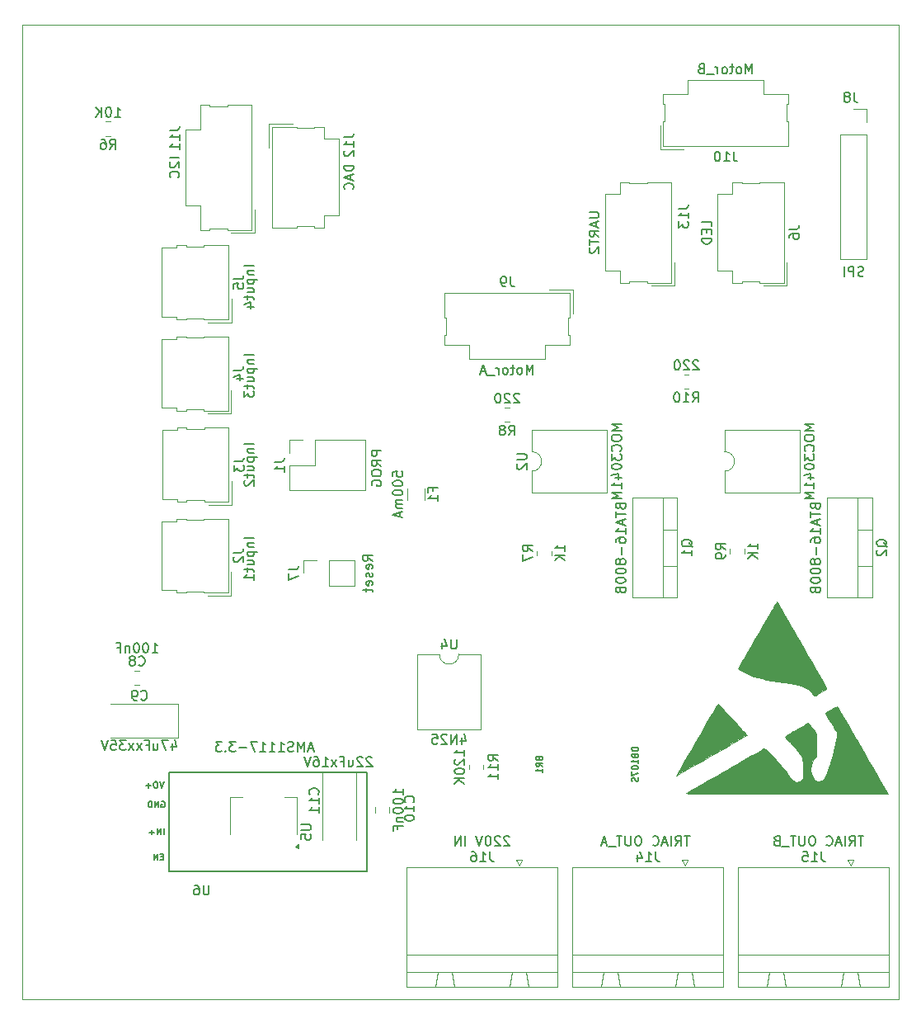
<source format=gbr>
%TF.GenerationSoftware,KiCad,Pcbnew,9.0.1*%
%TF.CreationDate,2025-06-07T22:42:06-03:00*%
%TF.ProjectId,v0.2,76302e32-2e6b-4696-9361-645f70636258,rev?*%
%TF.SameCoordinates,Original*%
%TF.FileFunction,Legend,Bot*%
%TF.FilePolarity,Positive*%
%FSLAX46Y46*%
G04 Gerber Fmt 4.6, Leading zero omitted, Abs format (unit mm)*
G04 Created by KiCad (PCBNEW 9.0.1) date 2025-06-07 22:42:06*
%MOMM*%
%LPD*%
G01*
G04 APERTURE LIST*
%ADD10C,0.150000*%
%ADD11C,0.010000*%
%ADD12C,0.120000*%
%ADD13C,0.127000*%
%TA.AperFunction,Profile*%
%ADD14C,0.050000*%
%TD*%
G04 APERTURE END LIST*
D10*
X70159580Y-139757142D02*
X70207200Y-139709523D01*
X70207200Y-139709523D02*
X70254819Y-139566666D01*
X70254819Y-139566666D02*
X70254819Y-139471428D01*
X70254819Y-139471428D02*
X70207200Y-139328571D01*
X70207200Y-139328571D02*
X70111961Y-139233333D01*
X70111961Y-139233333D02*
X70016723Y-139185714D01*
X70016723Y-139185714D02*
X69826247Y-139138095D01*
X69826247Y-139138095D02*
X69683390Y-139138095D01*
X69683390Y-139138095D02*
X69492914Y-139185714D01*
X69492914Y-139185714D02*
X69397676Y-139233333D01*
X69397676Y-139233333D02*
X69302438Y-139328571D01*
X69302438Y-139328571D02*
X69254819Y-139471428D01*
X69254819Y-139471428D02*
X69254819Y-139566666D01*
X69254819Y-139566666D02*
X69302438Y-139709523D01*
X69302438Y-139709523D02*
X69350057Y-139757142D01*
X70254819Y-140709523D02*
X70254819Y-140138095D01*
X70254819Y-140423809D02*
X69254819Y-140423809D01*
X69254819Y-140423809D02*
X69397676Y-140328571D01*
X69397676Y-140328571D02*
X69492914Y-140233333D01*
X69492914Y-140233333D02*
X69540533Y-140138095D01*
X69254819Y-141328571D02*
X69254819Y-141423809D01*
X69254819Y-141423809D02*
X69302438Y-141519047D01*
X69302438Y-141519047D02*
X69350057Y-141566666D01*
X69350057Y-141566666D02*
X69445295Y-141614285D01*
X69445295Y-141614285D02*
X69635771Y-141661904D01*
X69635771Y-141661904D02*
X69873866Y-141661904D01*
X69873866Y-141661904D02*
X70064342Y-141614285D01*
X70064342Y-141614285D02*
X70159580Y-141566666D01*
X70159580Y-141566666D02*
X70207200Y-141519047D01*
X70207200Y-141519047D02*
X70254819Y-141423809D01*
X70254819Y-141423809D02*
X70254819Y-141328571D01*
X70254819Y-141328571D02*
X70207200Y-141233333D01*
X70207200Y-141233333D02*
X70159580Y-141185714D01*
X70159580Y-141185714D02*
X70064342Y-141138095D01*
X70064342Y-141138095D02*
X69873866Y-141090476D01*
X69873866Y-141090476D02*
X69635771Y-141090476D01*
X69635771Y-141090476D02*
X69445295Y-141138095D01*
X69445295Y-141138095D02*
X69350057Y-141185714D01*
X69350057Y-141185714D02*
X69302438Y-141233333D01*
X69302438Y-141233333D02*
X69254819Y-141328571D01*
X69092319Y-139002380D02*
X69092319Y-138430952D01*
X69092319Y-138716666D02*
X68092319Y-138716666D01*
X68092319Y-138716666D02*
X68235176Y-138621428D01*
X68235176Y-138621428D02*
X68330414Y-138526190D01*
X68330414Y-138526190D02*
X68378033Y-138430952D01*
X68092319Y-139621428D02*
X68092319Y-139716666D01*
X68092319Y-139716666D02*
X68139938Y-139811904D01*
X68139938Y-139811904D02*
X68187557Y-139859523D01*
X68187557Y-139859523D02*
X68282795Y-139907142D01*
X68282795Y-139907142D02*
X68473271Y-139954761D01*
X68473271Y-139954761D02*
X68711366Y-139954761D01*
X68711366Y-139954761D02*
X68901842Y-139907142D01*
X68901842Y-139907142D02*
X68997080Y-139859523D01*
X68997080Y-139859523D02*
X69044700Y-139811904D01*
X69044700Y-139811904D02*
X69092319Y-139716666D01*
X69092319Y-139716666D02*
X69092319Y-139621428D01*
X69092319Y-139621428D02*
X69044700Y-139526190D01*
X69044700Y-139526190D02*
X68997080Y-139478571D01*
X68997080Y-139478571D02*
X68901842Y-139430952D01*
X68901842Y-139430952D02*
X68711366Y-139383333D01*
X68711366Y-139383333D02*
X68473271Y-139383333D01*
X68473271Y-139383333D02*
X68282795Y-139430952D01*
X68282795Y-139430952D02*
X68187557Y-139478571D01*
X68187557Y-139478571D02*
X68139938Y-139526190D01*
X68139938Y-139526190D02*
X68092319Y-139621428D01*
X68092319Y-140573809D02*
X68092319Y-140669047D01*
X68092319Y-140669047D02*
X68139938Y-140764285D01*
X68139938Y-140764285D02*
X68187557Y-140811904D01*
X68187557Y-140811904D02*
X68282795Y-140859523D01*
X68282795Y-140859523D02*
X68473271Y-140907142D01*
X68473271Y-140907142D02*
X68711366Y-140907142D01*
X68711366Y-140907142D02*
X68901842Y-140859523D01*
X68901842Y-140859523D02*
X68997080Y-140811904D01*
X68997080Y-140811904D02*
X69044700Y-140764285D01*
X69044700Y-140764285D02*
X69092319Y-140669047D01*
X69092319Y-140669047D02*
X69092319Y-140573809D01*
X69092319Y-140573809D02*
X69044700Y-140478571D01*
X69044700Y-140478571D02*
X68997080Y-140430952D01*
X68997080Y-140430952D02*
X68901842Y-140383333D01*
X68901842Y-140383333D02*
X68711366Y-140335714D01*
X68711366Y-140335714D02*
X68473271Y-140335714D01*
X68473271Y-140335714D02*
X68282795Y-140383333D01*
X68282795Y-140383333D02*
X68187557Y-140430952D01*
X68187557Y-140430952D02*
X68139938Y-140478571D01*
X68139938Y-140478571D02*
X68092319Y-140573809D01*
X68425652Y-141335714D02*
X69092319Y-141335714D01*
X68520890Y-141335714D02*
X68473271Y-141383333D01*
X68473271Y-141383333D02*
X68425652Y-141478571D01*
X68425652Y-141478571D02*
X68425652Y-141621428D01*
X68425652Y-141621428D02*
X68473271Y-141716666D01*
X68473271Y-141716666D02*
X68568509Y-141764285D01*
X68568509Y-141764285D02*
X69092319Y-141764285D01*
X68568509Y-142573809D02*
X68568509Y-142240476D01*
X69092319Y-142240476D02*
X68092319Y-142240476D01*
X68092319Y-142240476D02*
X68092319Y-142716666D01*
X79966666Y-102104819D02*
X80299999Y-101628628D01*
X80538094Y-102104819D02*
X80538094Y-101104819D01*
X80538094Y-101104819D02*
X80157142Y-101104819D01*
X80157142Y-101104819D02*
X80061904Y-101152438D01*
X80061904Y-101152438D02*
X80014285Y-101200057D01*
X80014285Y-101200057D02*
X79966666Y-101295295D01*
X79966666Y-101295295D02*
X79966666Y-101438152D01*
X79966666Y-101438152D02*
X80014285Y-101533390D01*
X80014285Y-101533390D02*
X80061904Y-101581009D01*
X80061904Y-101581009D02*
X80157142Y-101628628D01*
X80157142Y-101628628D02*
X80538094Y-101628628D01*
X79395237Y-101533390D02*
X79490475Y-101485771D01*
X79490475Y-101485771D02*
X79538094Y-101438152D01*
X79538094Y-101438152D02*
X79585713Y-101342914D01*
X79585713Y-101342914D02*
X79585713Y-101295295D01*
X79585713Y-101295295D02*
X79538094Y-101200057D01*
X79538094Y-101200057D02*
X79490475Y-101152438D01*
X79490475Y-101152438D02*
X79395237Y-101104819D01*
X79395237Y-101104819D02*
X79204761Y-101104819D01*
X79204761Y-101104819D02*
X79109523Y-101152438D01*
X79109523Y-101152438D02*
X79061904Y-101200057D01*
X79061904Y-101200057D02*
X79014285Y-101295295D01*
X79014285Y-101295295D02*
X79014285Y-101342914D01*
X79014285Y-101342914D02*
X79061904Y-101438152D01*
X79061904Y-101438152D02*
X79109523Y-101485771D01*
X79109523Y-101485771D02*
X79204761Y-101533390D01*
X79204761Y-101533390D02*
X79395237Y-101533390D01*
X79395237Y-101533390D02*
X79490475Y-101581009D01*
X79490475Y-101581009D02*
X79538094Y-101628628D01*
X79538094Y-101628628D02*
X79585713Y-101723866D01*
X79585713Y-101723866D02*
X79585713Y-101914342D01*
X79585713Y-101914342D02*
X79538094Y-102009580D01*
X79538094Y-102009580D02*
X79490475Y-102057200D01*
X79490475Y-102057200D02*
X79395237Y-102104819D01*
X79395237Y-102104819D02*
X79204761Y-102104819D01*
X79204761Y-102104819D02*
X79109523Y-102057200D01*
X79109523Y-102057200D02*
X79061904Y-102009580D01*
X79061904Y-102009580D02*
X79014285Y-101914342D01*
X79014285Y-101914342D02*
X79014285Y-101723866D01*
X79014285Y-101723866D02*
X79061904Y-101628628D01*
X79061904Y-101628628D02*
X79109523Y-101581009D01*
X79109523Y-101581009D02*
X79204761Y-101533390D01*
X81038094Y-97900057D02*
X80990475Y-97852438D01*
X80990475Y-97852438D02*
X80895237Y-97804819D01*
X80895237Y-97804819D02*
X80657142Y-97804819D01*
X80657142Y-97804819D02*
X80561904Y-97852438D01*
X80561904Y-97852438D02*
X80514285Y-97900057D01*
X80514285Y-97900057D02*
X80466666Y-97995295D01*
X80466666Y-97995295D02*
X80466666Y-98090533D01*
X80466666Y-98090533D02*
X80514285Y-98233390D01*
X80514285Y-98233390D02*
X81085713Y-98804819D01*
X81085713Y-98804819D02*
X80466666Y-98804819D01*
X80085713Y-97900057D02*
X80038094Y-97852438D01*
X80038094Y-97852438D02*
X79942856Y-97804819D01*
X79942856Y-97804819D02*
X79704761Y-97804819D01*
X79704761Y-97804819D02*
X79609523Y-97852438D01*
X79609523Y-97852438D02*
X79561904Y-97900057D01*
X79561904Y-97900057D02*
X79514285Y-97995295D01*
X79514285Y-97995295D02*
X79514285Y-98090533D01*
X79514285Y-98090533D02*
X79561904Y-98233390D01*
X79561904Y-98233390D02*
X80133332Y-98804819D01*
X80133332Y-98804819D02*
X79514285Y-98804819D01*
X78895237Y-97804819D02*
X78799999Y-97804819D01*
X78799999Y-97804819D02*
X78704761Y-97852438D01*
X78704761Y-97852438D02*
X78657142Y-97900057D01*
X78657142Y-97900057D02*
X78609523Y-97995295D01*
X78609523Y-97995295D02*
X78561904Y-98185771D01*
X78561904Y-98185771D02*
X78561904Y-98423866D01*
X78561904Y-98423866D02*
X78609523Y-98614342D01*
X78609523Y-98614342D02*
X78657142Y-98709580D01*
X78657142Y-98709580D02*
X78704761Y-98757200D01*
X78704761Y-98757200D02*
X78799999Y-98804819D01*
X78799999Y-98804819D02*
X78895237Y-98804819D01*
X78895237Y-98804819D02*
X78990475Y-98757200D01*
X78990475Y-98757200D02*
X79038094Y-98709580D01*
X79038094Y-98709580D02*
X79085713Y-98614342D01*
X79085713Y-98614342D02*
X79133332Y-98423866D01*
X79133332Y-98423866D02*
X79133332Y-98185771D01*
X79133332Y-98185771D02*
X79085713Y-97995295D01*
X79085713Y-97995295D02*
X79038094Y-97900057D01*
X79038094Y-97900057D02*
X78990475Y-97852438D01*
X78990475Y-97852438D02*
X78895237Y-97804819D01*
X98820057Y-113564761D02*
X98772438Y-113469523D01*
X98772438Y-113469523D02*
X98677200Y-113374285D01*
X98677200Y-113374285D02*
X98534342Y-113231428D01*
X98534342Y-113231428D02*
X98486723Y-113136190D01*
X98486723Y-113136190D02*
X98486723Y-113040952D01*
X98724819Y-113088571D02*
X98677200Y-112993333D01*
X98677200Y-112993333D02*
X98581961Y-112898095D01*
X98581961Y-112898095D02*
X98391485Y-112850476D01*
X98391485Y-112850476D02*
X98058152Y-112850476D01*
X98058152Y-112850476D02*
X97867676Y-112898095D01*
X97867676Y-112898095D02*
X97772438Y-112993333D01*
X97772438Y-112993333D02*
X97724819Y-113088571D01*
X97724819Y-113088571D02*
X97724819Y-113279047D01*
X97724819Y-113279047D02*
X97772438Y-113374285D01*
X97772438Y-113374285D02*
X97867676Y-113469523D01*
X97867676Y-113469523D02*
X98058152Y-113517142D01*
X98058152Y-113517142D02*
X98391485Y-113517142D01*
X98391485Y-113517142D02*
X98581961Y-113469523D01*
X98581961Y-113469523D02*
X98677200Y-113374285D01*
X98677200Y-113374285D02*
X98724819Y-113279047D01*
X98724819Y-113279047D02*
X98724819Y-113088571D01*
X98724819Y-114469523D02*
X98724819Y-113898095D01*
X98724819Y-114183809D02*
X97724819Y-114183809D01*
X97724819Y-114183809D02*
X97867676Y-114088571D01*
X97867676Y-114088571D02*
X97962914Y-113993333D01*
X97962914Y-113993333D02*
X98010533Y-113898095D01*
X91431009Y-109421904D02*
X91478628Y-109564761D01*
X91478628Y-109564761D02*
X91526247Y-109612380D01*
X91526247Y-109612380D02*
X91621485Y-109659999D01*
X91621485Y-109659999D02*
X91764342Y-109659999D01*
X91764342Y-109659999D02*
X91859580Y-109612380D01*
X91859580Y-109612380D02*
X91907200Y-109564761D01*
X91907200Y-109564761D02*
X91954819Y-109469523D01*
X91954819Y-109469523D02*
X91954819Y-109088571D01*
X91954819Y-109088571D02*
X90954819Y-109088571D01*
X90954819Y-109088571D02*
X90954819Y-109421904D01*
X90954819Y-109421904D02*
X91002438Y-109517142D01*
X91002438Y-109517142D02*
X91050057Y-109564761D01*
X91050057Y-109564761D02*
X91145295Y-109612380D01*
X91145295Y-109612380D02*
X91240533Y-109612380D01*
X91240533Y-109612380D02*
X91335771Y-109564761D01*
X91335771Y-109564761D02*
X91383390Y-109517142D01*
X91383390Y-109517142D02*
X91431009Y-109421904D01*
X91431009Y-109421904D02*
X91431009Y-109088571D01*
X90954819Y-109945714D02*
X90954819Y-110517142D01*
X91954819Y-110231428D02*
X90954819Y-110231428D01*
X91669104Y-110802857D02*
X91669104Y-111279047D01*
X91954819Y-110707619D02*
X90954819Y-111040952D01*
X90954819Y-111040952D02*
X91954819Y-111374285D01*
X91954819Y-112231428D02*
X91954819Y-111660000D01*
X91954819Y-111945714D02*
X90954819Y-111945714D01*
X90954819Y-111945714D02*
X91097676Y-111850476D01*
X91097676Y-111850476D02*
X91192914Y-111755238D01*
X91192914Y-111755238D02*
X91240533Y-111660000D01*
X90954819Y-113088571D02*
X90954819Y-112898095D01*
X90954819Y-112898095D02*
X91002438Y-112802857D01*
X91002438Y-112802857D02*
X91050057Y-112755238D01*
X91050057Y-112755238D02*
X91192914Y-112660000D01*
X91192914Y-112660000D02*
X91383390Y-112612381D01*
X91383390Y-112612381D02*
X91764342Y-112612381D01*
X91764342Y-112612381D02*
X91859580Y-112660000D01*
X91859580Y-112660000D02*
X91907200Y-112707619D01*
X91907200Y-112707619D02*
X91954819Y-112802857D01*
X91954819Y-112802857D02*
X91954819Y-112993333D01*
X91954819Y-112993333D02*
X91907200Y-113088571D01*
X91907200Y-113088571D02*
X91859580Y-113136190D01*
X91859580Y-113136190D02*
X91764342Y-113183809D01*
X91764342Y-113183809D02*
X91526247Y-113183809D01*
X91526247Y-113183809D02*
X91431009Y-113136190D01*
X91431009Y-113136190D02*
X91383390Y-113088571D01*
X91383390Y-113088571D02*
X91335771Y-112993333D01*
X91335771Y-112993333D02*
X91335771Y-112802857D01*
X91335771Y-112802857D02*
X91383390Y-112707619D01*
X91383390Y-112707619D02*
X91431009Y-112660000D01*
X91431009Y-112660000D02*
X91526247Y-112612381D01*
X91573866Y-113612381D02*
X91573866Y-114374286D01*
X91383390Y-114993333D02*
X91335771Y-114898095D01*
X91335771Y-114898095D02*
X91288152Y-114850476D01*
X91288152Y-114850476D02*
X91192914Y-114802857D01*
X91192914Y-114802857D02*
X91145295Y-114802857D01*
X91145295Y-114802857D02*
X91050057Y-114850476D01*
X91050057Y-114850476D02*
X91002438Y-114898095D01*
X91002438Y-114898095D02*
X90954819Y-114993333D01*
X90954819Y-114993333D02*
X90954819Y-115183809D01*
X90954819Y-115183809D02*
X91002438Y-115279047D01*
X91002438Y-115279047D02*
X91050057Y-115326666D01*
X91050057Y-115326666D02*
X91145295Y-115374285D01*
X91145295Y-115374285D02*
X91192914Y-115374285D01*
X91192914Y-115374285D02*
X91288152Y-115326666D01*
X91288152Y-115326666D02*
X91335771Y-115279047D01*
X91335771Y-115279047D02*
X91383390Y-115183809D01*
X91383390Y-115183809D02*
X91383390Y-114993333D01*
X91383390Y-114993333D02*
X91431009Y-114898095D01*
X91431009Y-114898095D02*
X91478628Y-114850476D01*
X91478628Y-114850476D02*
X91573866Y-114802857D01*
X91573866Y-114802857D02*
X91764342Y-114802857D01*
X91764342Y-114802857D02*
X91859580Y-114850476D01*
X91859580Y-114850476D02*
X91907200Y-114898095D01*
X91907200Y-114898095D02*
X91954819Y-114993333D01*
X91954819Y-114993333D02*
X91954819Y-115183809D01*
X91954819Y-115183809D02*
X91907200Y-115279047D01*
X91907200Y-115279047D02*
X91859580Y-115326666D01*
X91859580Y-115326666D02*
X91764342Y-115374285D01*
X91764342Y-115374285D02*
X91573866Y-115374285D01*
X91573866Y-115374285D02*
X91478628Y-115326666D01*
X91478628Y-115326666D02*
X91431009Y-115279047D01*
X91431009Y-115279047D02*
X91383390Y-115183809D01*
X90954819Y-115993333D02*
X90954819Y-116088571D01*
X90954819Y-116088571D02*
X91002438Y-116183809D01*
X91002438Y-116183809D02*
X91050057Y-116231428D01*
X91050057Y-116231428D02*
X91145295Y-116279047D01*
X91145295Y-116279047D02*
X91335771Y-116326666D01*
X91335771Y-116326666D02*
X91573866Y-116326666D01*
X91573866Y-116326666D02*
X91764342Y-116279047D01*
X91764342Y-116279047D02*
X91859580Y-116231428D01*
X91859580Y-116231428D02*
X91907200Y-116183809D01*
X91907200Y-116183809D02*
X91954819Y-116088571D01*
X91954819Y-116088571D02*
X91954819Y-115993333D01*
X91954819Y-115993333D02*
X91907200Y-115898095D01*
X91907200Y-115898095D02*
X91859580Y-115850476D01*
X91859580Y-115850476D02*
X91764342Y-115802857D01*
X91764342Y-115802857D02*
X91573866Y-115755238D01*
X91573866Y-115755238D02*
X91335771Y-115755238D01*
X91335771Y-115755238D02*
X91145295Y-115802857D01*
X91145295Y-115802857D02*
X91050057Y-115850476D01*
X91050057Y-115850476D02*
X91002438Y-115898095D01*
X91002438Y-115898095D02*
X90954819Y-115993333D01*
X90954819Y-116945714D02*
X90954819Y-117040952D01*
X90954819Y-117040952D02*
X91002438Y-117136190D01*
X91002438Y-117136190D02*
X91050057Y-117183809D01*
X91050057Y-117183809D02*
X91145295Y-117231428D01*
X91145295Y-117231428D02*
X91335771Y-117279047D01*
X91335771Y-117279047D02*
X91573866Y-117279047D01*
X91573866Y-117279047D02*
X91764342Y-117231428D01*
X91764342Y-117231428D02*
X91859580Y-117183809D01*
X91859580Y-117183809D02*
X91907200Y-117136190D01*
X91907200Y-117136190D02*
X91954819Y-117040952D01*
X91954819Y-117040952D02*
X91954819Y-116945714D01*
X91954819Y-116945714D02*
X91907200Y-116850476D01*
X91907200Y-116850476D02*
X91859580Y-116802857D01*
X91859580Y-116802857D02*
X91764342Y-116755238D01*
X91764342Y-116755238D02*
X91573866Y-116707619D01*
X91573866Y-116707619D02*
X91335771Y-116707619D01*
X91335771Y-116707619D02*
X91145295Y-116755238D01*
X91145295Y-116755238D02*
X91050057Y-116802857D01*
X91050057Y-116802857D02*
X91002438Y-116850476D01*
X91002438Y-116850476D02*
X90954819Y-116945714D01*
X91431009Y-118040952D02*
X91478628Y-118183809D01*
X91478628Y-118183809D02*
X91526247Y-118231428D01*
X91526247Y-118231428D02*
X91621485Y-118279047D01*
X91621485Y-118279047D02*
X91764342Y-118279047D01*
X91764342Y-118279047D02*
X91859580Y-118231428D01*
X91859580Y-118231428D02*
X91907200Y-118183809D01*
X91907200Y-118183809D02*
X91954819Y-118088571D01*
X91954819Y-118088571D02*
X91954819Y-117707619D01*
X91954819Y-117707619D02*
X90954819Y-117707619D01*
X90954819Y-117707619D02*
X90954819Y-118040952D01*
X90954819Y-118040952D02*
X91002438Y-118136190D01*
X91002438Y-118136190D02*
X91050057Y-118183809D01*
X91050057Y-118183809D02*
X91145295Y-118231428D01*
X91145295Y-118231428D02*
X91240533Y-118231428D01*
X91240533Y-118231428D02*
X91335771Y-118183809D01*
X91335771Y-118183809D02*
X91383390Y-118136190D01*
X91383390Y-118136190D02*
X91431009Y-118040952D01*
X91431009Y-118040952D02*
X91431009Y-117707619D01*
X108774819Y-80976666D02*
X109489104Y-80976666D01*
X109489104Y-80976666D02*
X109631961Y-80929047D01*
X109631961Y-80929047D02*
X109727200Y-80833809D01*
X109727200Y-80833809D02*
X109774819Y-80690952D01*
X109774819Y-80690952D02*
X109774819Y-80595714D01*
X108774819Y-81881428D02*
X108774819Y-81690952D01*
X108774819Y-81690952D02*
X108822438Y-81595714D01*
X108822438Y-81595714D02*
X108870057Y-81548095D01*
X108870057Y-81548095D02*
X109012914Y-81452857D01*
X109012914Y-81452857D02*
X109203390Y-81405238D01*
X109203390Y-81405238D02*
X109584342Y-81405238D01*
X109584342Y-81405238D02*
X109679580Y-81452857D01*
X109679580Y-81452857D02*
X109727200Y-81500476D01*
X109727200Y-81500476D02*
X109774819Y-81595714D01*
X109774819Y-81595714D02*
X109774819Y-81786190D01*
X109774819Y-81786190D02*
X109727200Y-81881428D01*
X109727200Y-81881428D02*
X109679580Y-81929047D01*
X109679580Y-81929047D02*
X109584342Y-81976666D01*
X109584342Y-81976666D02*
X109346247Y-81976666D01*
X109346247Y-81976666D02*
X109251009Y-81929047D01*
X109251009Y-81929047D02*
X109203390Y-81881428D01*
X109203390Y-81881428D02*
X109155771Y-81786190D01*
X109155771Y-81786190D02*
X109155771Y-81595714D01*
X109155771Y-81595714D02*
X109203390Y-81500476D01*
X109203390Y-81500476D02*
X109251009Y-81452857D01*
X109251009Y-81452857D02*
X109346247Y-81405238D01*
X100774819Y-80667142D02*
X100774819Y-80190952D01*
X100774819Y-80190952D02*
X99774819Y-80190952D01*
X100251009Y-81000476D02*
X100251009Y-81333809D01*
X100774819Y-81476666D02*
X100774819Y-81000476D01*
X100774819Y-81000476D02*
X99774819Y-81000476D01*
X99774819Y-81000476D02*
X99774819Y-81476666D01*
X100774819Y-81905238D02*
X99774819Y-81905238D01*
X99774819Y-81905238D02*
X99774819Y-82143333D01*
X99774819Y-82143333D02*
X99822438Y-82286190D01*
X99822438Y-82286190D02*
X99917676Y-82381428D01*
X99917676Y-82381428D02*
X100012914Y-82429047D01*
X100012914Y-82429047D02*
X100203390Y-82476666D01*
X100203390Y-82476666D02*
X100346247Y-82476666D01*
X100346247Y-82476666D02*
X100536723Y-82429047D01*
X100536723Y-82429047D02*
X100631961Y-82381428D01*
X100631961Y-82381428D02*
X100727200Y-82286190D01*
X100727200Y-82286190D02*
X100774819Y-82143333D01*
X100774819Y-82143333D02*
X100774819Y-81905238D01*
X74596904Y-123044819D02*
X74596904Y-123854342D01*
X74596904Y-123854342D02*
X74549285Y-123949580D01*
X74549285Y-123949580D02*
X74501666Y-123997200D01*
X74501666Y-123997200D02*
X74406428Y-124044819D01*
X74406428Y-124044819D02*
X74215952Y-124044819D01*
X74215952Y-124044819D02*
X74120714Y-123997200D01*
X74120714Y-123997200D02*
X74073095Y-123949580D01*
X74073095Y-123949580D02*
X74025476Y-123854342D01*
X74025476Y-123854342D02*
X74025476Y-123044819D01*
X73120714Y-123378152D02*
X73120714Y-124044819D01*
X73358809Y-122997200D02*
X73596904Y-123711485D01*
X73596904Y-123711485D02*
X72977857Y-123711485D01*
X75120714Y-133118152D02*
X75120714Y-133784819D01*
X75358809Y-132737200D02*
X75596904Y-133451485D01*
X75596904Y-133451485D02*
X74977857Y-133451485D01*
X74596904Y-133784819D02*
X74596904Y-132784819D01*
X74596904Y-132784819D02*
X74025476Y-133784819D01*
X74025476Y-133784819D02*
X74025476Y-132784819D01*
X73596904Y-132880057D02*
X73549285Y-132832438D01*
X73549285Y-132832438D02*
X73454047Y-132784819D01*
X73454047Y-132784819D02*
X73215952Y-132784819D01*
X73215952Y-132784819D02*
X73120714Y-132832438D01*
X73120714Y-132832438D02*
X73073095Y-132880057D01*
X73073095Y-132880057D02*
X73025476Y-132975295D01*
X73025476Y-132975295D02*
X73025476Y-133070533D01*
X73025476Y-133070533D02*
X73073095Y-133213390D01*
X73073095Y-133213390D02*
X73644523Y-133784819D01*
X73644523Y-133784819D02*
X73025476Y-133784819D01*
X72120714Y-132784819D02*
X72596904Y-132784819D01*
X72596904Y-132784819D02*
X72644523Y-133261009D01*
X72644523Y-133261009D02*
X72596904Y-133213390D01*
X72596904Y-133213390D02*
X72501666Y-133165771D01*
X72501666Y-133165771D02*
X72263571Y-133165771D01*
X72263571Y-133165771D02*
X72168333Y-133213390D01*
X72168333Y-133213390D02*
X72120714Y-133261009D01*
X72120714Y-133261009D02*
X72073095Y-133356247D01*
X72073095Y-133356247D02*
X72073095Y-133594342D01*
X72073095Y-133594342D02*
X72120714Y-133689580D01*
X72120714Y-133689580D02*
X72168333Y-133737200D01*
X72168333Y-133737200D02*
X72263571Y-133784819D01*
X72263571Y-133784819D02*
X72501666Y-133784819D01*
X72501666Y-133784819D02*
X72596904Y-133737200D01*
X72596904Y-133737200D02*
X72644523Y-133689580D01*
X118820057Y-113564761D02*
X118772438Y-113469523D01*
X118772438Y-113469523D02*
X118677200Y-113374285D01*
X118677200Y-113374285D02*
X118534342Y-113231428D01*
X118534342Y-113231428D02*
X118486723Y-113136190D01*
X118486723Y-113136190D02*
X118486723Y-113040952D01*
X118724819Y-113088571D02*
X118677200Y-112993333D01*
X118677200Y-112993333D02*
X118581961Y-112898095D01*
X118581961Y-112898095D02*
X118391485Y-112850476D01*
X118391485Y-112850476D02*
X118058152Y-112850476D01*
X118058152Y-112850476D02*
X117867676Y-112898095D01*
X117867676Y-112898095D02*
X117772438Y-112993333D01*
X117772438Y-112993333D02*
X117724819Y-113088571D01*
X117724819Y-113088571D02*
X117724819Y-113279047D01*
X117724819Y-113279047D02*
X117772438Y-113374285D01*
X117772438Y-113374285D02*
X117867676Y-113469523D01*
X117867676Y-113469523D02*
X118058152Y-113517142D01*
X118058152Y-113517142D02*
X118391485Y-113517142D01*
X118391485Y-113517142D02*
X118581961Y-113469523D01*
X118581961Y-113469523D02*
X118677200Y-113374285D01*
X118677200Y-113374285D02*
X118724819Y-113279047D01*
X118724819Y-113279047D02*
X118724819Y-113088571D01*
X117820057Y-113898095D02*
X117772438Y-113945714D01*
X117772438Y-113945714D02*
X117724819Y-114040952D01*
X117724819Y-114040952D02*
X117724819Y-114279047D01*
X117724819Y-114279047D02*
X117772438Y-114374285D01*
X117772438Y-114374285D02*
X117820057Y-114421904D01*
X117820057Y-114421904D02*
X117915295Y-114469523D01*
X117915295Y-114469523D02*
X118010533Y-114469523D01*
X118010533Y-114469523D02*
X118153390Y-114421904D01*
X118153390Y-114421904D02*
X118724819Y-113850476D01*
X118724819Y-113850476D02*
X118724819Y-114469523D01*
X111431009Y-109421904D02*
X111478628Y-109564761D01*
X111478628Y-109564761D02*
X111526247Y-109612380D01*
X111526247Y-109612380D02*
X111621485Y-109659999D01*
X111621485Y-109659999D02*
X111764342Y-109659999D01*
X111764342Y-109659999D02*
X111859580Y-109612380D01*
X111859580Y-109612380D02*
X111907200Y-109564761D01*
X111907200Y-109564761D02*
X111954819Y-109469523D01*
X111954819Y-109469523D02*
X111954819Y-109088571D01*
X111954819Y-109088571D02*
X110954819Y-109088571D01*
X110954819Y-109088571D02*
X110954819Y-109421904D01*
X110954819Y-109421904D02*
X111002438Y-109517142D01*
X111002438Y-109517142D02*
X111050057Y-109564761D01*
X111050057Y-109564761D02*
X111145295Y-109612380D01*
X111145295Y-109612380D02*
X111240533Y-109612380D01*
X111240533Y-109612380D02*
X111335771Y-109564761D01*
X111335771Y-109564761D02*
X111383390Y-109517142D01*
X111383390Y-109517142D02*
X111431009Y-109421904D01*
X111431009Y-109421904D02*
X111431009Y-109088571D01*
X110954819Y-109945714D02*
X110954819Y-110517142D01*
X111954819Y-110231428D02*
X110954819Y-110231428D01*
X111669104Y-110802857D02*
X111669104Y-111279047D01*
X111954819Y-110707619D02*
X110954819Y-111040952D01*
X110954819Y-111040952D02*
X111954819Y-111374285D01*
X111954819Y-112231428D02*
X111954819Y-111660000D01*
X111954819Y-111945714D02*
X110954819Y-111945714D01*
X110954819Y-111945714D02*
X111097676Y-111850476D01*
X111097676Y-111850476D02*
X111192914Y-111755238D01*
X111192914Y-111755238D02*
X111240533Y-111660000D01*
X110954819Y-113088571D02*
X110954819Y-112898095D01*
X110954819Y-112898095D02*
X111002438Y-112802857D01*
X111002438Y-112802857D02*
X111050057Y-112755238D01*
X111050057Y-112755238D02*
X111192914Y-112660000D01*
X111192914Y-112660000D02*
X111383390Y-112612381D01*
X111383390Y-112612381D02*
X111764342Y-112612381D01*
X111764342Y-112612381D02*
X111859580Y-112660000D01*
X111859580Y-112660000D02*
X111907200Y-112707619D01*
X111907200Y-112707619D02*
X111954819Y-112802857D01*
X111954819Y-112802857D02*
X111954819Y-112993333D01*
X111954819Y-112993333D02*
X111907200Y-113088571D01*
X111907200Y-113088571D02*
X111859580Y-113136190D01*
X111859580Y-113136190D02*
X111764342Y-113183809D01*
X111764342Y-113183809D02*
X111526247Y-113183809D01*
X111526247Y-113183809D02*
X111431009Y-113136190D01*
X111431009Y-113136190D02*
X111383390Y-113088571D01*
X111383390Y-113088571D02*
X111335771Y-112993333D01*
X111335771Y-112993333D02*
X111335771Y-112802857D01*
X111335771Y-112802857D02*
X111383390Y-112707619D01*
X111383390Y-112707619D02*
X111431009Y-112660000D01*
X111431009Y-112660000D02*
X111526247Y-112612381D01*
X111573866Y-113612381D02*
X111573866Y-114374286D01*
X111383390Y-114993333D02*
X111335771Y-114898095D01*
X111335771Y-114898095D02*
X111288152Y-114850476D01*
X111288152Y-114850476D02*
X111192914Y-114802857D01*
X111192914Y-114802857D02*
X111145295Y-114802857D01*
X111145295Y-114802857D02*
X111050057Y-114850476D01*
X111050057Y-114850476D02*
X111002438Y-114898095D01*
X111002438Y-114898095D02*
X110954819Y-114993333D01*
X110954819Y-114993333D02*
X110954819Y-115183809D01*
X110954819Y-115183809D02*
X111002438Y-115279047D01*
X111002438Y-115279047D02*
X111050057Y-115326666D01*
X111050057Y-115326666D02*
X111145295Y-115374285D01*
X111145295Y-115374285D02*
X111192914Y-115374285D01*
X111192914Y-115374285D02*
X111288152Y-115326666D01*
X111288152Y-115326666D02*
X111335771Y-115279047D01*
X111335771Y-115279047D02*
X111383390Y-115183809D01*
X111383390Y-115183809D02*
X111383390Y-114993333D01*
X111383390Y-114993333D02*
X111431009Y-114898095D01*
X111431009Y-114898095D02*
X111478628Y-114850476D01*
X111478628Y-114850476D02*
X111573866Y-114802857D01*
X111573866Y-114802857D02*
X111764342Y-114802857D01*
X111764342Y-114802857D02*
X111859580Y-114850476D01*
X111859580Y-114850476D02*
X111907200Y-114898095D01*
X111907200Y-114898095D02*
X111954819Y-114993333D01*
X111954819Y-114993333D02*
X111954819Y-115183809D01*
X111954819Y-115183809D02*
X111907200Y-115279047D01*
X111907200Y-115279047D02*
X111859580Y-115326666D01*
X111859580Y-115326666D02*
X111764342Y-115374285D01*
X111764342Y-115374285D02*
X111573866Y-115374285D01*
X111573866Y-115374285D02*
X111478628Y-115326666D01*
X111478628Y-115326666D02*
X111431009Y-115279047D01*
X111431009Y-115279047D02*
X111383390Y-115183809D01*
X110954819Y-115993333D02*
X110954819Y-116088571D01*
X110954819Y-116088571D02*
X111002438Y-116183809D01*
X111002438Y-116183809D02*
X111050057Y-116231428D01*
X111050057Y-116231428D02*
X111145295Y-116279047D01*
X111145295Y-116279047D02*
X111335771Y-116326666D01*
X111335771Y-116326666D02*
X111573866Y-116326666D01*
X111573866Y-116326666D02*
X111764342Y-116279047D01*
X111764342Y-116279047D02*
X111859580Y-116231428D01*
X111859580Y-116231428D02*
X111907200Y-116183809D01*
X111907200Y-116183809D02*
X111954819Y-116088571D01*
X111954819Y-116088571D02*
X111954819Y-115993333D01*
X111954819Y-115993333D02*
X111907200Y-115898095D01*
X111907200Y-115898095D02*
X111859580Y-115850476D01*
X111859580Y-115850476D02*
X111764342Y-115802857D01*
X111764342Y-115802857D02*
X111573866Y-115755238D01*
X111573866Y-115755238D02*
X111335771Y-115755238D01*
X111335771Y-115755238D02*
X111145295Y-115802857D01*
X111145295Y-115802857D02*
X111050057Y-115850476D01*
X111050057Y-115850476D02*
X111002438Y-115898095D01*
X111002438Y-115898095D02*
X110954819Y-115993333D01*
X110954819Y-116945714D02*
X110954819Y-117040952D01*
X110954819Y-117040952D02*
X111002438Y-117136190D01*
X111002438Y-117136190D02*
X111050057Y-117183809D01*
X111050057Y-117183809D02*
X111145295Y-117231428D01*
X111145295Y-117231428D02*
X111335771Y-117279047D01*
X111335771Y-117279047D02*
X111573866Y-117279047D01*
X111573866Y-117279047D02*
X111764342Y-117231428D01*
X111764342Y-117231428D02*
X111859580Y-117183809D01*
X111859580Y-117183809D02*
X111907200Y-117136190D01*
X111907200Y-117136190D02*
X111954819Y-117040952D01*
X111954819Y-117040952D02*
X111954819Y-116945714D01*
X111954819Y-116945714D02*
X111907200Y-116850476D01*
X111907200Y-116850476D02*
X111859580Y-116802857D01*
X111859580Y-116802857D02*
X111764342Y-116755238D01*
X111764342Y-116755238D02*
X111573866Y-116707619D01*
X111573866Y-116707619D02*
X111335771Y-116707619D01*
X111335771Y-116707619D02*
X111145295Y-116755238D01*
X111145295Y-116755238D02*
X111050057Y-116802857D01*
X111050057Y-116802857D02*
X111002438Y-116850476D01*
X111002438Y-116850476D02*
X110954819Y-116945714D01*
X111431009Y-118040952D02*
X111478628Y-118183809D01*
X111478628Y-118183809D02*
X111526247Y-118231428D01*
X111526247Y-118231428D02*
X111621485Y-118279047D01*
X111621485Y-118279047D02*
X111764342Y-118279047D01*
X111764342Y-118279047D02*
X111859580Y-118231428D01*
X111859580Y-118231428D02*
X111907200Y-118183809D01*
X111907200Y-118183809D02*
X111954819Y-118088571D01*
X111954819Y-118088571D02*
X111954819Y-117707619D01*
X111954819Y-117707619D02*
X110954819Y-117707619D01*
X110954819Y-117707619D02*
X110954819Y-118040952D01*
X110954819Y-118040952D02*
X111002438Y-118136190D01*
X111002438Y-118136190D02*
X111050057Y-118183809D01*
X111050057Y-118183809D02*
X111145295Y-118231428D01*
X111145295Y-118231428D02*
X111240533Y-118231428D01*
X111240533Y-118231428D02*
X111335771Y-118183809D01*
X111335771Y-118183809D02*
X111383390Y-118136190D01*
X111383390Y-118136190D02*
X111431009Y-118040952D01*
X111431009Y-118040952D02*
X111431009Y-117707619D01*
X112061523Y-144844819D02*
X112061523Y-145559104D01*
X112061523Y-145559104D02*
X112109142Y-145701961D01*
X112109142Y-145701961D02*
X112204380Y-145797200D01*
X112204380Y-145797200D02*
X112347237Y-145844819D01*
X112347237Y-145844819D02*
X112442475Y-145844819D01*
X111061523Y-145844819D02*
X111632951Y-145844819D01*
X111347237Y-145844819D02*
X111347237Y-144844819D01*
X111347237Y-144844819D02*
X111442475Y-144987676D01*
X111442475Y-144987676D02*
X111537713Y-145082914D01*
X111537713Y-145082914D02*
X111632951Y-145130533D01*
X110156761Y-144844819D02*
X110632951Y-144844819D01*
X110632951Y-144844819D02*
X110680570Y-145321009D01*
X110680570Y-145321009D02*
X110632951Y-145273390D01*
X110632951Y-145273390D02*
X110537713Y-145225771D01*
X110537713Y-145225771D02*
X110299618Y-145225771D01*
X110299618Y-145225771D02*
X110204380Y-145273390D01*
X110204380Y-145273390D02*
X110156761Y-145321009D01*
X110156761Y-145321009D02*
X110109142Y-145416247D01*
X110109142Y-145416247D02*
X110109142Y-145654342D01*
X110109142Y-145654342D02*
X110156761Y-145749580D01*
X110156761Y-145749580D02*
X110204380Y-145797200D01*
X110204380Y-145797200D02*
X110299618Y-145844819D01*
X110299618Y-145844819D02*
X110537713Y-145844819D01*
X110537713Y-145844819D02*
X110632951Y-145797200D01*
X110632951Y-145797200D02*
X110680570Y-145749580D01*
X116402856Y-143218819D02*
X115831428Y-143218819D01*
X116117142Y-144218819D02*
X116117142Y-143218819D01*
X114926666Y-144218819D02*
X115259999Y-143742628D01*
X115498094Y-144218819D02*
X115498094Y-143218819D01*
X115498094Y-143218819D02*
X115117142Y-143218819D01*
X115117142Y-143218819D02*
X115021904Y-143266438D01*
X115021904Y-143266438D02*
X114974285Y-143314057D01*
X114974285Y-143314057D02*
X114926666Y-143409295D01*
X114926666Y-143409295D02*
X114926666Y-143552152D01*
X114926666Y-143552152D02*
X114974285Y-143647390D01*
X114974285Y-143647390D02*
X115021904Y-143695009D01*
X115021904Y-143695009D02*
X115117142Y-143742628D01*
X115117142Y-143742628D02*
X115498094Y-143742628D01*
X114498094Y-144218819D02*
X114498094Y-143218819D01*
X114069523Y-143933104D02*
X113593333Y-143933104D01*
X114164761Y-144218819D02*
X113831428Y-143218819D01*
X113831428Y-143218819D02*
X113498095Y-144218819D01*
X112593333Y-144123580D02*
X112640952Y-144171200D01*
X112640952Y-144171200D02*
X112783809Y-144218819D01*
X112783809Y-144218819D02*
X112879047Y-144218819D01*
X112879047Y-144218819D02*
X113021904Y-144171200D01*
X113021904Y-144171200D02*
X113117142Y-144075961D01*
X113117142Y-144075961D02*
X113164761Y-143980723D01*
X113164761Y-143980723D02*
X113212380Y-143790247D01*
X113212380Y-143790247D02*
X113212380Y-143647390D01*
X113212380Y-143647390D02*
X113164761Y-143456914D01*
X113164761Y-143456914D02*
X113117142Y-143361676D01*
X113117142Y-143361676D02*
X113021904Y-143266438D01*
X113021904Y-143266438D02*
X112879047Y-143218819D01*
X112879047Y-143218819D02*
X112783809Y-143218819D01*
X112783809Y-143218819D02*
X112640952Y-143266438D01*
X112640952Y-143266438D02*
X112593333Y-143314057D01*
X111212380Y-143218819D02*
X111021904Y-143218819D01*
X111021904Y-143218819D02*
X110926666Y-143266438D01*
X110926666Y-143266438D02*
X110831428Y-143361676D01*
X110831428Y-143361676D02*
X110783809Y-143552152D01*
X110783809Y-143552152D02*
X110783809Y-143885485D01*
X110783809Y-143885485D02*
X110831428Y-144075961D01*
X110831428Y-144075961D02*
X110926666Y-144171200D01*
X110926666Y-144171200D02*
X111021904Y-144218819D01*
X111021904Y-144218819D02*
X111212380Y-144218819D01*
X111212380Y-144218819D02*
X111307618Y-144171200D01*
X111307618Y-144171200D02*
X111402856Y-144075961D01*
X111402856Y-144075961D02*
X111450475Y-143885485D01*
X111450475Y-143885485D02*
X111450475Y-143552152D01*
X111450475Y-143552152D02*
X111402856Y-143361676D01*
X111402856Y-143361676D02*
X111307618Y-143266438D01*
X111307618Y-143266438D02*
X111212380Y-143218819D01*
X110355237Y-143218819D02*
X110355237Y-144028342D01*
X110355237Y-144028342D02*
X110307618Y-144123580D01*
X110307618Y-144123580D02*
X110259999Y-144171200D01*
X110259999Y-144171200D02*
X110164761Y-144218819D01*
X110164761Y-144218819D02*
X109974285Y-144218819D01*
X109974285Y-144218819D02*
X109879047Y-144171200D01*
X109879047Y-144171200D02*
X109831428Y-144123580D01*
X109831428Y-144123580D02*
X109783809Y-144028342D01*
X109783809Y-144028342D02*
X109783809Y-143218819D01*
X109450475Y-143218819D02*
X108879047Y-143218819D01*
X109164761Y-144218819D02*
X109164761Y-143218819D01*
X108783809Y-144314057D02*
X108021904Y-144314057D01*
X107450475Y-143695009D02*
X107307618Y-143742628D01*
X107307618Y-143742628D02*
X107259999Y-143790247D01*
X107259999Y-143790247D02*
X107212380Y-143885485D01*
X107212380Y-143885485D02*
X107212380Y-144028342D01*
X107212380Y-144028342D02*
X107259999Y-144123580D01*
X107259999Y-144123580D02*
X107307618Y-144171200D01*
X107307618Y-144171200D02*
X107402856Y-144218819D01*
X107402856Y-144218819D02*
X107783808Y-144218819D01*
X107783808Y-144218819D02*
X107783808Y-143218819D01*
X107783808Y-143218819D02*
X107450475Y-143218819D01*
X107450475Y-143218819D02*
X107355237Y-143266438D01*
X107355237Y-143266438D02*
X107307618Y-143314057D01*
X107307618Y-143314057D02*
X107259999Y-143409295D01*
X107259999Y-143409295D02*
X107259999Y-143504533D01*
X107259999Y-143504533D02*
X107307618Y-143599771D01*
X107307618Y-143599771D02*
X107355237Y-143647390D01*
X107355237Y-143647390D02*
X107450475Y-143695009D01*
X107450475Y-143695009D02*
X107783808Y-143695009D01*
X51762319Y-104796666D02*
X52476604Y-104796666D01*
X52476604Y-104796666D02*
X52619461Y-104749047D01*
X52619461Y-104749047D02*
X52714700Y-104653809D01*
X52714700Y-104653809D02*
X52762319Y-104510952D01*
X52762319Y-104510952D02*
X52762319Y-104415714D01*
X51762319Y-105177619D02*
X51762319Y-105796666D01*
X51762319Y-105796666D02*
X52143271Y-105463333D01*
X52143271Y-105463333D02*
X52143271Y-105606190D01*
X52143271Y-105606190D02*
X52190890Y-105701428D01*
X52190890Y-105701428D02*
X52238509Y-105749047D01*
X52238509Y-105749047D02*
X52333747Y-105796666D01*
X52333747Y-105796666D02*
X52571842Y-105796666D01*
X52571842Y-105796666D02*
X52667080Y-105749047D01*
X52667080Y-105749047D02*
X52714700Y-105701428D01*
X52714700Y-105701428D02*
X52762319Y-105606190D01*
X52762319Y-105606190D02*
X52762319Y-105320476D01*
X52762319Y-105320476D02*
X52714700Y-105225238D01*
X52714700Y-105225238D02*
X52667080Y-105177619D01*
X53794819Y-103010952D02*
X52794819Y-103010952D01*
X53128152Y-103487142D02*
X53794819Y-103487142D01*
X53223390Y-103487142D02*
X53175771Y-103534761D01*
X53175771Y-103534761D02*
X53128152Y-103629999D01*
X53128152Y-103629999D02*
X53128152Y-103772856D01*
X53128152Y-103772856D02*
X53175771Y-103868094D01*
X53175771Y-103868094D02*
X53271009Y-103915713D01*
X53271009Y-103915713D02*
X53794819Y-103915713D01*
X53128152Y-104391904D02*
X54128152Y-104391904D01*
X53175771Y-104391904D02*
X53128152Y-104487142D01*
X53128152Y-104487142D02*
X53128152Y-104677618D01*
X53128152Y-104677618D02*
X53175771Y-104772856D01*
X53175771Y-104772856D02*
X53223390Y-104820475D01*
X53223390Y-104820475D02*
X53318628Y-104868094D01*
X53318628Y-104868094D02*
X53604342Y-104868094D01*
X53604342Y-104868094D02*
X53699580Y-104820475D01*
X53699580Y-104820475D02*
X53747200Y-104772856D01*
X53747200Y-104772856D02*
X53794819Y-104677618D01*
X53794819Y-104677618D02*
X53794819Y-104487142D01*
X53794819Y-104487142D02*
X53747200Y-104391904D01*
X53128152Y-105725237D02*
X53794819Y-105725237D01*
X53128152Y-105296666D02*
X53651961Y-105296666D01*
X53651961Y-105296666D02*
X53747200Y-105344285D01*
X53747200Y-105344285D02*
X53794819Y-105439523D01*
X53794819Y-105439523D02*
X53794819Y-105582380D01*
X53794819Y-105582380D02*
X53747200Y-105677618D01*
X53747200Y-105677618D02*
X53699580Y-105725237D01*
X53128152Y-106058571D02*
X53128152Y-106439523D01*
X52794819Y-106201428D02*
X53651961Y-106201428D01*
X53651961Y-106201428D02*
X53747200Y-106249047D01*
X53747200Y-106249047D02*
X53794819Y-106344285D01*
X53794819Y-106344285D02*
X53794819Y-106439523D01*
X52890057Y-106725238D02*
X52842438Y-106772857D01*
X52842438Y-106772857D02*
X52794819Y-106868095D01*
X52794819Y-106868095D02*
X52794819Y-107106190D01*
X52794819Y-107106190D02*
X52842438Y-107201428D01*
X52842438Y-107201428D02*
X52890057Y-107249047D01*
X52890057Y-107249047D02*
X52985295Y-107296666D01*
X52985295Y-107296666D02*
X53080533Y-107296666D01*
X53080533Y-107296666D02*
X53223390Y-107249047D01*
X53223390Y-107249047D02*
X53794819Y-106677619D01*
X53794819Y-106677619D02*
X53794819Y-107296666D01*
X45174819Y-70818476D02*
X45889104Y-70818476D01*
X45889104Y-70818476D02*
X46031961Y-70770857D01*
X46031961Y-70770857D02*
X46127200Y-70675619D01*
X46127200Y-70675619D02*
X46174819Y-70532762D01*
X46174819Y-70532762D02*
X46174819Y-70437524D01*
X46174819Y-71818476D02*
X46174819Y-71247048D01*
X46174819Y-71532762D02*
X45174819Y-71532762D01*
X45174819Y-71532762D02*
X45317676Y-71437524D01*
X45317676Y-71437524D02*
X45412914Y-71342286D01*
X45412914Y-71342286D02*
X45460533Y-71247048D01*
X46174819Y-72770857D02*
X46174819Y-72199429D01*
X46174819Y-72485143D02*
X45174819Y-72485143D01*
X45174819Y-72485143D02*
X45317676Y-72389905D01*
X45317676Y-72389905D02*
X45412914Y-72294667D01*
X45412914Y-72294667D02*
X45460533Y-72199429D01*
X46124819Y-73663810D02*
X45124819Y-73663810D01*
X45220057Y-74092381D02*
X45172438Y-74140000D01*
X45172438Y-74140000D02*
X45124819Y-74235238D01*
X45124819Y-74235238D02*
X45124819Y-74473333D01*
X45124819Y-74473333D02*
X45172438Y-74568571D01*
X45172438Y-74568571D02*
X45220057Y-74616190D01*
X45220057Y-74616190D02*
X45315295Y-74663809D01*
X45315295Y-74663809D02*
X45410533Y-74663809D01*
X45410533Y-74663809D02*
X45553390Y-74616190D01*
X45553390Y-74616190D02*
X46124819Y-74044762D01*
X46124819Y-74044762D02*
X46124819Y-74663809D01*
X46029580Y-75663809D02*
X46077200Y-75616190D01*
X46077200Y-75616190D02*
X46124819Y-75473333D01*
X46124819Y-75473333D02*
X46124819Y-75378095D01*
X46124819Y-75378095D02*
X46077200Y-75235238D01*
X46077200Y-75235238D02*
X45981961Y-75140000D01*
X45981961Y-75140000D02*
X45886723Y-75092381D01*
X45886723Y-75092381D02*
X45696247Y-75044762D01*
X45696247Y-75044762D02*
X45553390Y-75044762D01*
X45553390Y-75044762D02*
X45362914Y-75092381D01*
X45362914Y-75092381D02*
X45267676Y-75140000D01*
X45267676Y-75140000D02*
X45172438Y-75235238D01*
X45172438Y-75235238D02*
X45124819Y-75378095D01*
X45124819Y-75378095D02*
X45124819Y-75473333D01*
X45124819Y-75473333D02*
X45172438Y-75616190D01*
X45172438Y-75616190D02*
X45220057Y-75663809D01*
X80143333Y-85854819D02*
X80143333Y-86569104D01*
X80143333Y-86569104D02*
X80190952Y-86711961D01*
X80190952Y-86711961D02*
X80286190Y-86807200D01*
X80286190Y-86807200D02*
X80429047Y-86854819D01*
X80429047Y-86854819D02*
X80524285Y-86854819D01*
X79619523Y-86854819D02*
X79429047Y-86854819D01*
X79429047Y-86854819D02*
X79333809Y-86807200D01*
X79333809Y-86807200D02*
X79286190Y-86759580D01*
X79286190Y-86759580D02*
X79190952Y-86616723D01*
X79190952Y-86616723D02*
X79143333Y-86426247D01*
X79143333Y-86426247D02*
X79143333Y-86045295D01*
X79143333Y-86045295D02*
X79190952Y-85950057D01*
X79190952Y-85950057D02*
X79238571Y-85902438D01*
X79238571Y-85902438D02*
X79333809Y-85854819D01*
X79333809Y-85854819D02*
X79524285Y-85854819D01*
X79524285Y-85854819D02*
X79619523Y-85902438D01*
X79619523Y-85902438D02*
X79667142Y-85950057D01*
X79667142Y-85950057D02*
X79714761Y-86045295D01*
X79714761Y-86045295D02*
X79714761Y-86283390D01*
X79714761Y-86283390D02*
X79667142Y-86378628D01*
X79667142Y-86378628D02*
X79619523Y-86426247D01*
X79619523Y-86426247D02*
X79524285Y-86473866D01*
X79524285Y-86473866D02*
X79333809Y-86473866D01*
X79333809Y-86473866D02*
X79238571Y-86426247D01*
X79238571Y-86426247D02*
X79190952Y-86378628D01*
X79190952Y-86378628D02*
X79143333Y-86283390D01*
X82452857Y-95854819D02*
X82452857Y-94854819D01*
X82452857Y-94854819D02*
X82119524Y-95569104D01*
X82119524Y-95569104D02*
X81786191Y-94854819D01*
X81786191Y-94854819D02*
X81786191Y-95854819D01*
X81167143Y-95854819D02*
X81262381Y-95807200D01*
X81262381Y-95807200D02*
X81310000Y-95759580D01*
X81310000Y-95759580D02*
X81357619Y-95664342D01*
X81357619Y-95664342D02*
X81357619Y-95378628D01*
X81357619Y-95378628D02*
X81310000Y-95283390D01*
X81310000Y-95283390D02*
X81262381Y-95235771D01*
X81262381Y-95235771D02*
X81167143Y-95188152D01*
X81167143Y-95188152D02*
X81024286Y-95188152D01*
X81024286Y-95188152D02*
X80929048Y-95235771D01*
X80929048Y-95235771D02*
X80881429Y-95283390D01*
X80881429Y-95283390D02*
X80833810Y-95378628D01*
X80833810Y-95378628D02*
X80833810Y-95664342D01*
X80833810Y-95664342D02*
X80881429Y-95759580D01*
X80881429Y-95759580D02*
X80929048Y-95807200D01*
X80929048Y-95807200D02*
X81024286Y-95854819D01*
X81024286Y-95854819D02*
X81167143Y-95854819D01*
X80548095Y-95188152D02*
X80167143Y-95188152D01*
X80405238Y-94854819D02*
X80405238Y-95711961D01*
X80405238Y-95711961D02*
X80357619Y-95807200D01*
X80357619Y-95807200D02*
X80262381Y-95854819D01*
X80262381Y-95854819D02*
X80167143Y-95854819D01*
X79690952Y-95854819D02*
X79786190Y-95807200D01*
X79786190Y-95807200D02*
X79833809Y-95759580D01*
X79833809Y-95759580D02*
X79881428Y-95664342D01*
X79881428Y-95664342D02*
X79881428Y-95378628D01*
X79881428Y-95378628D02*
X79833809Y-95283390D01*
X79833809Y-95283390D02*
X79786190Y-95235771D01*
X79786190Y-95235771D02*
X79690952Y-95188152D01*
X79690952Y-95188152D02*
X79548095Y-95188152D01*
X79548095Y-95188152D02*
X79452857Y-95235771D01*
X79452857Y-95235771D02*
X79405238Y-95283390D01*
X79405238Y-95283390D02*
X79357619Y-95378628D01*
X79357619Y-95378628D02*
X79357619Y-95664342D01*
X79357619Y-95664342D02*
X79405238Y-95759580D01*
X79405238Y-95759580D02*
X79452857Y-95807200D01*
X79452857Y-95807200D02*
X79548095Y-95854819D01*
X79548095Y-95854819D02*
X79690952Y-95854819D01*
X78929047Y-95854819D02*
X78929047Y-95188152D01*
X78929047Y-95378628D02*
X78881428Y-95283390D01*
X78881428Y-95283390D02*
X78833809Y-95235771D01*
X78833809Y-95235771D02*
X78738571Y-95188152D01*
X78738571Y-95188152D02*
X78643333Y-95188152D01*
X78548095Y-95950057D02*
X77786190Y-95950057D01*
X77595713Y-95569104D02*
X77119523Y-95569104D01*
X77690951Y-95854819D02*
X77357618Y-94854819D01*
X77357618Y-94854819D02*
X77024285Y-95854819D01*
X58654819Y-142038095D02*
X59464342Y-142038095D01*
X59464342Y-142038095D02*
X59559580Y-142085714D01*
X59559580Y-142085714D02*
X59607200Y-142133333D01*
X59607200Y-142133333D02*
X59654819Y-142228571D01*
X59654819Y-142228571D02*
X59654819Y-142419047D01*
X59654819Y-142419047D02*
X59607200Y-142514285D01*
X59607200Y-142514285D02*
X59559580Y-142561904D01*
X59559580Y-142561904D02*
X59464342Y-142609523D01*
X59464342Y-142609523D02*
X58654819Y-142609523D01*
X58654819Y-143561904D02*
X58654819Y-143085714D01*
X58654819Y-143085714D02*
X59131009Y-143038095D01*
X59131009Y-143038095D02*
X59083390Y-143085714D01*
X59083390Y-143085714D02*
X59035771Y-143180952D01*
X59035771Y-143180952D02*
X59035771Y-143419047D01*
X59035771Y-143419047D02*
X59083390Y-143514285D01*
X59083390Y-143514285D02*
X59131009Y-143561904D01*
X59131009Y-143561904D02*
X59226247Y-143609523D01*
X59226247Y-143609523D02*
X59464342Y-143609523D01*
X59464342Y-143609523D02*
X59559580Y-143561904D01*
X59559580Y-143561904D02*
X59607200Y-143514285D01*
X59607200Y-143514285D02*
X59654819Y-143419047D01*
X59654819Y-143419047D02*
X59654819Y-143180952D01*
X59654819Y-143180952D02*
X59607200Y-143085714D01*
X59607200Y-143085714D02*
X59559580Y-143038095D01*
X59863999Y-134281104D02*
X59387809Y-134281104D01*
X59959237Y-134566819D02*
X59625904Y-133566819D01*
X59625904Y-133566819D02*
X59292571Y-134566819D01*
X58959237Y-134566819D02*
X58959237Y-133566819D01*
X58959237Y-133566819D02*
X58625904Y-134281104D01*
X58625904Y-134281104D02*
X58292571Y-133566819D01*
X58292571Y-133566819D02*
X58292571Y-134566819D01*
X57863999Y-134519200D02*
X57721142Y-134566819D01*
X57721142Y-134566819D02*
X57483047Y-134566819D01*
X57483047Y-134566819D02*
X57387809Y-134519200D01*
X57387809Y-134519200D02*
X57340190Y-134471580D01*
X57340190Y-134471580D02*
X57292571Y-134376342D01*
X57292571Y-134376342D02*
X57292571Y-134281104D01*
X57292571Y-134281104D02*
X57340190Y-134185866D01*
X57340190Y-134185866D02*
X57387809Y-134138247D01*
X57387809Y-134138247D02*
X57483047Y-134090628D01*
X57483047Y-134090628D02*
X57673523Y-134043009D01*
X57673523Y-134043009D02*
X57768761Y-133995390D01*
X57768761Y-133995390D02*
X57816380Y-133947771D01*
X57816380Y-133947771D02*
X57863999Y-133852533D01*
X57863999Y-133852533D02*
X57863999Y-133757295D01*
X57863999Y-133757295D02*
X57816380Y-133662057D01*
X57816380Y-133662057D02*
X57768761Y-133614438D01*
X57768761Y-133614438D02*
X57673523Y-133566819D01*
X57673523Y-133566819D02*
X57435428Y-133566819D01*
X57435428Y-133566819D02*
X57292571Y-133614438D01*
X56340190Y-134566819D02*
X56911618Y-134566819D01*
X56625904Y-134566819D02*
X56625904Y-133566819D01*
X56625904Y-133566819D02*
X56721142Y-133709676D01*
X56721142Y-133709676D02*
X56816380Y-133804914D01*
X56816380Y-133804914D02*
X56911618Y-133852533D01*
X55387809Y-134566819D02*
X55959237Y-134566819D01*
X55673523Y-134566819D02*
X55673523Y-133566819D01*
X55673523Y-133566819D02*
X55768761Y-133709676D01*
X55768761Y-133709676D02*
X55863999Y-133804914D01*
X55863999Y-133804914D02*
X55959237Y-133852533D01*
X54435428Y-134566819D02*
X55006856Y-134566819D01*
X54721142Y-134566819D02*
X54721142Y-133566819D01*
X54721142Y-133566819D02*
X54816380Y-133709676D01*
X54816380Y-133709676D02*
X54911618Y-133804914D01*
X54911618Y-133804914D02*
X55006856Y-133852533D01*
X54102094Y-133566819D02*
X53435428Y-133566819D01*
X53435428Y-133566819D02*
X53863999Y-134566819D01*
X53054475Y-134185866D02*
X52292571Y-134185866D01*
X51911618Y-133566819D02*
X51292571Y-133566819D01*
X51292571Y-133566819D02*
X51625904Y-133947771D01*
X51625904Y-133947771D02*
X51483047Y-133947771D01*
X51483047Y-133947771D02*
X51387809Y-133995390D01*
X51387809Y-133995390D02*
X51340190Y-134043009D01*
X51340190Y-134043009D02*
X51292571Y-134138247D01*
X51292571Y-134138247D02*
X51292571Y-134376342D01*
X51292571Y-134376342D02*
X51340190Y-134471580D01*
X51340190Y-134471580D02*
X51387809Y-134519200D01*
X51387809Y-134519200D02*
X51483047Y-134566819D01*
X51483047Y-134566819D02*
X51768761Y-134566819D01*
X51768761Y-134566819D02*
X51863999Y-134519200D01*
X51863999Y-134519200D02*
X51911618Y-134471580D01*
X50863999Y-134471580D02*
X50816380Y-134519200D01*
X50816380Y-134519200D02*
X50863999Y-134566819D01*
X50863999Y-134566819D02*
X50911618Y-134519200D01*
X50911618Y-134519200D02*
X50863999Y-134471580D01*
X50863999Y-134471580D02*
X50863999Y-134566819D01*
X50483047Y-133566819D02*
X49864000Y-133566819D01*
X49864000Y-133566819D02*
X50197333Y-133947771D01*
X50197333Y-133947771D02*
X50054476Y-133947771D01*
X50054476Y-133947771D02*
X49959238Y-133995390D01*
X49959238Y-133995390D02*
X49911619Y-134043009D01*
X49911619Y-134043009D02*
X49864000Y-134138247D01*
X49864000Y-134138247D02*
X49864000Y-134376342D01*
X49864000Y-134376342D02*
X49911619Y-134471580D01*
X49911619Y-134471580D02*
X49959238Y-134519200D01*
X49959238Y-134519200D02*
X50054476Y-134566819D01*
X50054476Y-134566819D02*
X50340190Y-134566819D01*
X50340190Y-134566819D02*
X50435428Y-134519200D01*
X50435428Y-134519200D02*
X50483047Y-134471580D01*
X98842857Y-98704819D02*
X99176190Y-98228628D01*
X99414285Y-98704819D02*
X99414285Y-97704819D01*
X99414285Y-97704819D02*
X99033333Y-97704819D01*
X99033333Y-97704819D02*
X98938095Y-97752438D01*
X98938095Y-97752438D02*
X98890476Y-97800057D01*
X98890476Y-97800057D02*
X98842857Y-97895295D01*
X98842857Y-97895295D02*
X98842857Y-98038152D01*
X98842857Y-98038152D02*
X98890476Y-98133390D01*
X98890476Y-98133390D02*
X98938095Y-98181009D01*
X98938095Y-98181009D02*
X99033333Y-98228628D01*
X99033333Y-98228628D02*
X99414285Y-98228628D01*
X97890476Y-98704819D02*
X98461904Y-98704819D01*
X98176190Y-98704819D02*
X98176190Y-97704819D01*
X98176190Y-97704819D02*
X98271428Y-97847676D01*
X98271428Y-97847676D02*
X98366666Y-97942914D01*
X98366666Y-97942914D02*
X98461904Y-97990533D01*
X97271428Y-97704819D02*
X97176190Y-97704819D01*
X97176190Y-97704819D02*
X97080952Y-97752438D01*
X97080952Y-97752438D02*
X97033333Y-97800057D01*
X97033333Y-97800057D02*
X96985714Y-97895295D01*
X96985714Y-97895295D02*
X96938095Y-98085771D01*
X96938095Y-98085771D02*
X96938095Y-98323866D01*
X96938095Y-98323866D02*
X96985714Y-98514342D01*
X96985714Y-98514342D02*
X97033333Y-98609580D01*
X97033333Y-98609580D02*
X97080952Y-98657200D01*
X97080952Y-98657200D02*
X97176190Y-98704819D01*
X97176190Y-98704819D02*
X97271428Y-98704819D01*
X97271428Y-98704819D02*
X97366666Y-98657200D01*
X97366666Y-98657200D02*
X97414285Y-98609580D01*
X97414285Y-98609580D02*
X97461904Y-98514342D01*
X97461904Y-98514342D02*
X97509523Y-98323866D01*
X97509523Y-98323866D02*
X97509523Y-98085771D01*
X97509523Y-98085771D02*
X97461904Y-97895295D01*
X97461904Y-97895295D02*
X97414285Y-97800057D01*
X97414285Y-97800057D02*
X97366666Y-97752438D01*
X97366666Y-97752438D02*
X97271428Y-97704819D01*
X99438094Y-94500057D02*
X99390475Y-94452438D01*
X99390475Y-94452438D02*
X99295237Y-94404819D01*
X99295237Y-94404819D02*
X99057142Y-94404819D01*
X99057142Y-94404819D02*
X98961904Y-94452438D01*
X98961904Y-94452438D02*
X98914285Y-94500057D01*
X98914285Y-94500057D02*
X98866666Y-94595295D01*
X98866666Y-94595295D02*
X98866666Y-94690533D01*
X98866666Y-94690533D02*
X98914285Y-94833390D01*
X98914285Y-94833390D02*
X99485713Y-95404819D01*
X99485713Y-95404819D02*
X98866666Y-95404819D01*
X98485713Y-94500057D02*
X98438094Y-94452438D01*
X98438094Y-94452438D02*
X98342856Y-94404819D01*
X98342856Y-94404819D02*
X98104761Y-94404819D01*
X98104761Y-94404819D02*
X98009523Y-94452438D01*
X98009523Y-94452438D02*
X97961904Y-94500057D01*
X97961904Y-94500057D02*
X97914285Y-94595295D01*
X97914285Y-94595295D02*
X97914285Y-94690533D01*
X97914285Y-94690533D02*
X97961904Y-94833390D01*
X97961904Y-94833390D02*
X98533332Y-95404819D01*
X98533332Y-95404819D02*
X97914285Y-95404819D01*
X97295237Y-94404819D02*
X97199999Y-94404819D01*
X97199999Y-94404819D02*
X97104761Y-94452438D01*
X97104761Y-94452438D02*
X97057142Y-94500057D01*
X97057142Y-94500057D02*
X97009523Y-94595295D01*
X97009523Y-94595295D02*
X96961904Y-94785771D01*
X96961904Y-94785771D02*
X96961904Y-95023866D01*
X96961904Y-95023866D02*
X97009523Y-95214342D01*
X97009523Y-95214342D02*
X97057142Y-95309580D01*
X97057142Y-95309580D02*
X97104761Y-95357200D01*
X97104761Y-95357200D02*
X97199999Y-95404819D01*
X97199999Y-95404819D02*
X97295237Y-95404819D01*
X97295237Y-95404819D02*
X97390475Y-95357200D01*
X97390475Y-95357200D02*
X97438094Y-95309580D01*
X97438094Y-95309580D02*
X97485713Y-95214342D01*
X97485713Y-95214342D02*
X97533332Y-95023866D01*
X97533332Y-95023866D02*
X97533332Y-94785771D01*
X97533332Y-94785771D02*
X97485713Y-94595295D01*
X97485713Y-94595295D02*
X97438094Y-94500057D01*
X97438094Y-94500057D02*
X97390475Y-94452438D01*
X97390475Y-94452438D02*
X97295237Y-94404819D01*
X103039523Y-73004819D02*
X103039523Y-73719104D01*
X103039523Y-73719104D02*
X103087142Y-73861961D01*
X103087142Y-73861961D02*
X103182380Y-73957200D01*
X103182380Y-73957200D02*
X103325237Y-74004819D01*
X103325237Y-74004819D02*
X103420475Y-74004819D01*
X102039523Y-74004819D02*
X102610951Y-74004819D01*
X102325237Y-74004819D02*
X102325237Y-73004819D01*
X102325237Y-73004819D02*
X102420475Y-73147676D01*
X102420475Y-73147676D02*
X102515713Y-73242914D01*
X102515713Y-73242914D02*
X102610951Y-73290533D01*
X101420475Y-73004819D02*
X101325237Y-73004819D01*
X101325237Y-73004819D02*
X101229999Y-73052438D01*
X101229999Y-73052438D02*
X101182380Y-73100057D01*
X101182380Y-73100057D02*
X101134761Y-73195295D01*
X101134761Y-73195295D02*
X101087142Y-73385771D01*
X101087142Y-73385771D02*
X101087142Y-73623866D01*
X101087142Y-73623866D02*
X101134761Y-73814342D01*
X101134761Y-73814342D02*
X101182380Y-73909580D01*
X101182380Y-73909580D02*
X101229999Y-73957200D01*
X101229999Y-73957200D02*
X101325237Y-74004819D01*
X101325237Y-74004819D02*
X101420475Y-74004819D01*
X101420475Y-74004819D02*
X101515713Y-73957200D01*
X101515713Y-73957200D02*
X101563332Y-73909580D01*
X101563332Y-73909580D02*
X101610951Y-73814342D01*
X101610951Y-73814342D02*
X101658570Y-73623866D01*
X101658570Y-73623866D02*
X101658570Y-73385771D01*
X101658570Y-73385771D02*
X101610951Y-73195295D01*
X101610951Y-73195295D02*
X101563332Y-73100057D01*
X101563332Y-73100057D02*
X101515713Y-73052438D01*
X101515713Y-73052438D02*
X101420475Y-73004819D01*
X104944285Y-65004819D02*
X104944285Y-64004819D01*
X104944285Y-64004819D02*
X104610952Y-64719104D01*
X104610952Y-64719104D02*
X104277619Y-64004819D01*
X104277619Y-64004819D02*
X104277619Y-65004819D01*
X103658571Y-65004819D02*
X103753809Y-64957200D01*
X103753809Y-64957200D02*
X103801428Y-64909580D01*
X103801428Y-64909580D02*
X103849047Y-64814342D01*
X103849047Y-64814342D02*
X103849047Y-64528628D01*
X103849047Y-64528628D02*
X103801428Y-64433390D01*
X103801428Y-64433390D02*
X103753809Y-64385771D01*
X103753809Y-64385771D02*
X103658571Y-64338152D01*
X103658571Y-64338152D02*
X103515714Y-64338152D01*
X103515714Y-64338152D02*
X103420476Y-64385771D01*
X103420476Y-64385771D02*
X103372857Y-64433390D01*
X103372857Y-64433390D02*
X103325238Y-64528628D01*
X103325238Y-64528628D02*
X103325238Y-64814342D01*
X103325238Y-64814342D02*
X103372857Y-64909580D01*
X103372857Y-64909580D02*
X103420476Y-64957200D01*
X103420476Y-64957200D02*
X103515714Y-65004819D01*
X103515714Y-65004819D02*
X103658571Y-65004819D01*
X103039523Y-64338152D02*
X102658571Y-64338152D01*
X102896666Y-64004819D02*
X102896666Y-64861961D01*
X102896666Y-64861961D02*
X102849047Y-64957200D01*
X102849047Y-64957200D02*
X102753809Y-65004819D01*
X102753809Y-65004819D02*
X102658571Y-65004819D01*
X102182380Y-65004819D02*
X102277618Y-64957200D01*
X102277618Y-64957200D02*
X102325237Y-64909580D01*
X102325237Y-64909580D02*
X102372856Y-64814342D01*
X102372856Y-64814342D02*
X102372856Y-64528628D01*
X102372856Y-64528628D02*
X102325237Y-64433390D01*
X102325237Y-64433390D02*
X102277618Y-64385771D01*
X102277618Y-64385771D02*
X102182380Y-64338152D01*
X102182380Y-64338152D02*
X102039523Y-64338152D01*
X102039523Y-64338152D02*
X101944285Y-64385771D01*
X101944285Y-64385771D02*
X101896666Y-64433390D01*
X101896666Y-64433390D02*
X101849047Y-64528628D01*
X101849047Y-64528628D02*
X101849047Y-64814342D01*
X101849047Y-64814342D02*
X101896666Y-64909580D01*
X101896666Y-64909580D02*
X101944285Y-64957200D01*
X101944285Y-64957200D02*
X102039523Y-65004819D01*
X102039523Y-65004819D02*
X102182380Y-65004819D01*
X101420475Y-65004819D02*
X101420475Y-64338152D01*
X101420475Y-64528628D02*
X101372856Y-64433390D01*
X101372856Y-64433390D02*
X101325237Y-64385771D01*
X101325237Y-64385771D02*
X101229999Y-64338152D01*
X101229999Y-64338152D02*
X101134761Y-64338152D01*
X101039523Y-65100057D02*
X100277618Y-65100057D01*
X99706189Y-64481009D02*
X99563332Y-64528628D01*
X99563332Y-64528628D02*
X99515713Y-64576247D01*
X99515713Y-64576247D02*
X99468094Y-64671485D01*
X99468094Y-64671485D02*
X99468094Y-64814342D01*
X99468094Y-64814342D02*
X99515713Y-64909580D01*
X99515713Y-64909580D02*
X99563332Y-64957200D01*
X99563332Y-64957200D02*
X99658570Y-65004819D01*
X99658570Y-65004819D02*
X100039522Y-65004819D01*
X100039522Y-65004819D02*
X100039522Y-64004819D01*
X100039522Y-64004819D02*
X99706189Y-64004819D01*
X99706189Y-64004819D02*
X99610951Y-64052438D01*
X99610951Y-64052438D02*
X99563332Y-64100057D01*
X99563332Y-64100057D02*
X99515713Y-64195295D01*
X99515713Y-64195295D02*
X99515713Y-64290533D01*
X99515713Y-64290533D02*
X99563332Y-64385771D01*
X99563332Y-64385771D02*
X99610951Y-64433390D01*
X99610951Y-64433390D02*
X99706189Y-64481009D01*
X99706189Y-64481009D02*
X100039522Y-64481009D01*
X51712319Y-114146666D02*
X52426604Y-114146666D01*
X52426604Y-114146666D02*
X52569461Y-114099047D01*
X52569461Y-114099047D02*
X52664700Y-114003809D01*
X52664700Y-114003809D02*
X52712319Y-113860952D01*
X52712319Y-113860952D02*
X52712319Y-113765714D01*
X51807557Y-114575238D02*
X51759938Y-114622857D01*
X51759938Y-114622857D02*
X51712319Y-114718095D01*
X51712319Y-114718095D02*
X51712319Y-114956190D01*
X51712319Y-114956190D02*
X51759938Y-115051428D01*
X51759938Y-115051428D02*
X51807557Y-115099047D01*
X51807557Y-115099047D02*
X51902795Y-115146666D01*
X51902795Y-115146666D02*
X51998033Y-115146666D01*
X51998033Y-115146666D02*
X52140890Y-115099047D01*
X52140890Y-115099047D02*
X52712319Y-114527619D01*
X52712319Y-114527619D02*
X52712319Y-115146666D01*
X53794819Y-112688952D02*
X52794819Y-112688952D01*
X53128152Y-113165142D02*
X53794819Y-113165142D01*
X53223390Y-113165142D02*
X53175771Y-113212761D01*
X53175771Y-113212761D02*
X53128152Y-113307999D01*
X53128152Y-113307999D02*
X53128152Y-113450856D01*
X53128152Y-113450856D02*
X53175771Y-113546094D01*
X53175771Y-113546094D02*
X53271009Y-113593713D01*
X53271009Y-113593713D02*
X53794819Y-113593713D01*
X53128152Y-114069904D02*
X54128152Y-114069904D01*
X53175771Y-114069904D02*
X53128152Y-114165142D01*
X53128152Y-114165142D02*
X53128152Y-114355618D01*
X53128152Y-114355618D02*
X53175771Y-114450856D01*
X53175771Y-114450856D02*
X53223390Y-114498475D01*
X53223390Y-114498475D02*
X53318628Y-114546094D01*
X53318628Y-114546094D02*
X53604342Y-114546094D01*
X53604342Y-114546094D02*
X53699580Y-114498475D01*
X53699580Y-114498475D02*
X53747200Y-114450856D01*
X53747200Y-114450856D02*
X53794819Y-114355618D01*
X53794819Y-114355618D02*
X53794819Y-114165142D01*
X53794819Y-114165142D02*
X53747200Y-114069904D01*
X53128152Y-115403237D02*
X53794819Y-115403237D01*
X53128152Y-114974666D02*
X53651961Y-114974666D01*
X53651961Y-114974666D02*
X53747200Y-115022285D01*
X53747200Y-115022285D02*
X53794819Y-115117523D01*
X53794819Y-115117523D02*
X53794819Y-115260380D01*
X53794819Y-115260380D02*
X53747200Y-115355618D01*
X53747200Y-115355618D02*
X53699580Y-115403237D01*
X53128152Y-115736571D02*
X53128152Y-116117523D01*
X52794819Y-115879428D02*
X53651961Y-115879428D01*
X53651961Y-115879428D02*
X53747200Y-115927047D01*
X53747200Y-115927047D02*
X53794819Y-116022285D01*
X53794819Y-116022285D02*
X53794819Y-116117523D01*
X53794819Y-116974666D02*
X53794819Y-116403238D01*
X53794819Y-116688952D02*
X52794819Y-116688952D01*
X52794819Y-116688952D02*
X52937676Y-116593714D01*
X52937676Y-116593714D02*
X53032914Y-116498476D01*
X53032914Y-116498476D02*
X53080533Y-116403238D01*
X72171009Y-107816666D02*
X72171009Y-107483333D01*
X72694819Y-107483333D02*
X71694819Y-107483333D01*
X71694819Y-107483333D02*
X71694819Y-107959523D01*
X72694819Y-108864285D02*
X72694819Y-108292857D01*
X72694819Y-108578571D02*
X71694819Y-108578571D01*
X71694819Y-108578571D02*
X71837676Y-108483333D01*
X71837676Y-108483333D02*
X71932914Y-108388095D01*
X71932914Y-108388095D02*
X71980533Y-108292857D01*
X68054819Y-106340476D02*
X68054819Y-105864286D01*
X68054819Y-105864286D02*
X68531009Y-105816667D01*
X68531009Y-105816667D02*
X68483390Y-105864286D01*
X68483390Y-105864286D02*
X68435771Y-105959524D01*
X68435771Y-105959524D02*
X68435771Y-106197619D01*
X68435771Y-106197619D02*
X68483390Y-106292857D01*
X68483390Y-106292857D02*
X68531009Y-106340476D01*
X68531009Y-106340476D02*
X68626247Y-106388095D01*
X68626247Y-106388095D02*
X68864342Y-106388095D01*
X68864342Y-106388095D02*
X68959580Y-106340476D01*
X68959580Y-106340476D02*
X69007200Y-106292857D01*
X69007200Y-106292857D02*
X69054819Y-106197619D01*
X69054819Y-106197619D02*
X69054819Y-105959524D01*
X69054819Y-105959524D02*
X69007200Y-105864286D01*
X69007200Y-105864286D02*
X68959580Y-105816667D01*
X68054819Y-107007143D02*
X68054819Y-107102381D01*
X68054819Y-107102381D02*
X68102438Y-107197619D01*
X68102438Y-107197619D02*
X68150057Y-107245238D01*
X68150057Y-107245238D02*
X68245295Y-107292857D01*
X68245295Y-107292857D02*
X68435771Y-107340476D01*
X68435771Y-107340476D02*
X68673866Y-107340476D01*
X68673866Y-107340476D02*
X68864342Y-107292857D01*
X68864342Y-107292857D02*
X68959580Y-107245238D01*
X68959580Y-107245238D02*
X69007200Y-107197619D01*
X69007200Y-107197619D02*
X69054819Y-107102381D01*
X69054819Y-107102381D02*
X69054819Y-107007143D01*
X69054819Y-107007143D02*
X69007200Y-106911905D01*
X69007200Y-106911905D02*
X68959580Y-106864286D01*
X68959580Y-106864286D02*
X68864342Y-106816667D01*
X68864342Y-106816667D02*
X68673866Y-106769048D01*
X68673866Y-106769048D02*
X68435771Y-106769048D01*
X68435771Y-106769048D02*
X68245295Y-106816667D01*
X68245295Y-106816667D02*
X68150057Y-106864286D01*
X68150057Y-106864286D02*
X68102438Y-106911905D01*
X68102438Y-106911905D02*
X68054819Y-107007143D01*
X68054819Y-107959524D02*
X68054819Y-108054762D01*
X68054819Y-108054762D02*
X68102438Y-108150000D01*
X68102438Y-108150000D02*
X68150057Y-108197619D01*
X68150057Y-108197619D02*
X68245295Y-108245238D01*
X68245295Y-108245238D02*
X68435771Y-108292857D01*
X68435771Y-108292857D02*
X68673866Y-108292857D01*
X68673866Y-108292857D02*
X68864342Y-108245238D01*
X68864342Y-108245238D02*
X68959580Y-108197619D01*
X68959580Y-108197619D02*
X69007200Y-108150000D01*
X69007200Y-108150000D02*
X69054819Y-108054762D01*
X69054819Y-108054762D02*
X69054819Y-107959524D01*
X69054819Y-107959524D02*
X69007200Y-107864286D01*
X69007200Y-107864286D02*
X68959580Y-107816667D01*
X68959580Y-107816667D02*
X68864342Y-107769048D01*
X68864342Y-107769048D02*
X68673866Y-107721429D01*
X68673866Y-107721429D02*
X68435771Y-107721429D01*
X68435771Y-107721429D02*
X68245295Y-107769048D01*
X68245295Y-107769048D02*
X68150057Y-107816667D01*
X68150057Y-107816667D02*
X68102438Y-107864286D01*
X68102438Y-107864286D02*
X68054819Y-107959524D01*
X69054819Y-108721429D02*
X68388152Y-108721429D01*
X68483390Y-108721429D02*
X68435771Y-108769048D01*
X68435771Y-108769048D02*
X68388152Y-108864286D01*
X68388152Y-108864286D02*
X68388152Y-109007143D01*
X68388152Y-109007143D02*
X68435771Y-109102381D01*
X68435771Y-109102381D02*
X68531009Y-109150000D01*
X68531009Y-109150000D02*
X69054819Y-109150000D01*
X68531009Y-109150000D02*
X68435771Y-109197619D01*
X68435771Y-109197619D02*
X68388152Y-109292857D01*
X68388152Y-109292857D02*
X68388152Y-109435714D01*
X68388152Y-109435714D02*
X68435771Y-109530953D01*
X68435771Y-109530953D02*
X68531009Y-109578572D01*
X68531009Y-109578572D02*
X69054819Y-109578572D01*
X68769104Y-110007143D02*
X68769104Y-110483333D01*
X69054819Y-109911905D02*
X68054819Y-110245238D01*
X68054819Y-110245238D02*
X69054819Y-110578571D01*
X41966666Y-125679580D02*
X42014285Y-125727200D01*
X42014285Y-125727200D02*
X42157142Y-125774819D01*
X42157142Y-125774819D02*
X42252380Y-125774819D01*
X42252380Y-125774819D02*
X42395237Y-125727200D01*
X42395237Y-125727200D02*
X42490475Y-125631961D01*
X42490475Y-125631961D02*
X42538094Y-125536723D01*
X42538094Y-125536723D02*
X42585713Y-125346247D01*
X42585713Y-125346247D02*
X42585713Y-125203390D01*
X42585713Y-125203390D02*
X42538094Y-125012914D01*
X42538094Y-125012914D02*
X42490475Y-124917676D01*
X42490475Y-124917676D02*
X42395237Y-124822438D01*
X42395237Y-124822438D02*
X42252380Y-124774819D01*
X42252380Y-124774819D02*
X42157142Y-124774819D01*
X42157142Y-124774819D02*
X42014285Y-124822438D01*
X42014285Y-124822438D02*
X41966666Y-124870057D01*
X41395237Y-125203390D02*
X41490475Y-125155771D01*
X41490475Y-125155771D02*
X41538094Y-125108152D01*
X41538094Y-125108152D02*
X41585713Y-125012914D01*
X41585713Y-125012914D02*
X41585713Y-124965295D01*
X41585713Y-124965295D02*
X41538094Y-124870057D01*
X41538094Y-124870057D02*
X41490475Y-124822438D01*
X41490475Y-124822438D02*
X41395237Y-124774819D01*
X41395237Y-124774819D02*
X41204761Y-124774819D01*
X41204761Y-124774819D02*
X41109523Y-124822438D01*
X41109523Y-124822438D02*
X41061904Y-124870057D01*
X41061904Y-124870057D02*
X41014285Y-124965295D01*
X41014285Y-124965295D02*
X41014285Y-125012914D01*
X41014285Y-125012914D02*
X41061904Y-125108152D01*
X41061904Y-125108152D02*
X41109523Y-125155771D01*
X41109523Y-125155771D02*
X41204761Y-125203390D01*
X41204761Y-125203390D02*
X41395237Y-125203390D01*
X41395237Y-125203390D02*
X41490475Y-125251009D01*
X41490475Y-125251009D02*
X41538094Y-125298628D01*
X41538094Y-125298628D02*
X41585713Y-125393866D01*
X41585713Y-125393866D02*
X41585713Y-125584342D01*
X41585713Y-125584342D02*
X41538094Y-125679580D01*
X41538094Y-125679580D02*
X41490475Y-125727200D01*
X41490475Y-125727200D02*
X41395237Y-125774819D01*
X41395237Y-125774819D02*
X41204761Y-125774819D01*
X41204761Y-125774819D02*
X41109523Y-125727200D01*
X41109523Y-125727200D02*
X41061904Y-125679580D01*
X41061904Y-125679580D02*
X41014285Y-125584342D01*
X41014285Y-125584342D02*
X41014285Y-125393866D01*
X41014285Y-125393866D02*
X41061904Y-125298628D01*
X41061904Y-125298628D02*
X41109523Y-125251009D01*
X41109523Y-125251009D02*
X41204761Y-125203390D01*
X43347619Y-124406819D02*
X43919047Y-124406819D01*
X43633333Y-124406819D02*
X43633333Y-123406819D01*
X43633333Y-123406819D02*
X43728571Y-123549676D01*
X43728571Y-123549676D02*
X43823809Y-123644914D01*
X43823809Y-123644914D02*
X43919047Y-123692533D01*
X42728571Y-123406819D02*
X42633333Y-123406819D01*
X42633333Y-123406819D02*
X42538095Y-123454438D01*
X42538095Y-123454438D02*
X42490476Y-123502057D01*
X42490476Y-123502057D02*
X42442857Y-123597295D01*
X42442857Y-123597295D02*
X42395238Y-123787771D01*
X42395238Y-123787771D02*
X42395238Y-124025866D01*
X42395238Y-124025866D02*
X42442857Y-124216342D01*
X42442857Y-124216342D02*
X42490476Y-124311580D01*
X42490476Y-124311580D02*
X42538095Y-124359200D01*
X42538095Y-124359200D02*
X42633333Y-124406819D01*
X42633333Y-124406819D02*
X42728571Y-124406819D01*
X42728571Y-124406819D02*
X42823809Y-124359200D01*
X42823809Y-124359200D02*
X42871428Y-124311580D01*
X42871428Y-124311580D02*
X42919047Y-124216342D01*
X42919047Y-124216342D02*
X42966666Y-124025866D01*
X42966666Y-124025866D02*
X42966666Y-123787771D01*
X42966666Y-123787771D02*
X42919047Y-123597295D01*
X42919047Y-123597295D02*
X42871428Y-123502057D01*
X42871428Y-123502057D02*
X42823809Y-123454438D01*
X42823809Y-123454438D02*
X42728571Y-123406819D01*
X41776190Y-123406819D02*
X41680952Y-123406819D01*
X41680952Y-123406819D02*
X41585714Y-123454438D01*
X41585714Y-123454438D02*
X41538095Y-123502057D01*
X41538095Y-123502057D02*
X41490476Y-123597295D01*
X41490476Y-123597295D02*
X41442857Y-123787771D01*
X41442857Y-123787771D02*
X41442857Y-124025866D01*
X41442857Y-124025866D02*
X41490476Y-124216342D01*
X41490476Y-124216342D02*
X41538095Y-124311580D01*
X41538095Y-124311580D02*
X41585714Y-124359200D01*
X41585714Y-124359200D02*
X41680952Y-124406819D01*
X41680952Y-124406819D02*
X41776190Y-124406819D01*
X41776190Y-124406819D02*
X41871428Y-124359200D01*
X41871428Y-124359200D02*
X41919047Y-124311580D01*
X41919047Y-124311580D02*
X41966666Y-124216342D01*
X41966666Y-124216342D02*
X42014285Y-124025866D01*
X42014285Y-124025866D02*
X42014285Y-123787771D01*
X42014285Y-123787771D02*
X41966666Y-123597295D01*
X41966666Y-123597295D02*
X41919047Y-123502057D01*
X41919047Y-123502057D02*
X41871428Y-123454438D01*
X41871428Y-123454438D02*
X41776190Y-123406819D01*
X41014285Y-123740152D02*
X41014285Y-124406819D01*
X41014285Y-123835390D02*
X40966666Y-123787771D01*
X40966666Y-123787771D02*
X40871428Y-123740152D01*
X40871428Y-123740152D02*
X40728571Y-123740152D01*
X40728571Y-123740152D02*
X40633333Y-123787771D01*
X40633333Y-123787771D02*
X40585714Y-123883009D01*
X40585714Y-123883009D02*
X40585714Y-124406819D01*
X39776190Y-123883009D02*
X40109523Y-123883009D01*
X40109523Y-124406819D02*
X40109523Y-123406819D01*
X40109523Y-123406819D02*
X39633333Y-123406819D01*
X78025523Y-144844819D02*
X78025523Y-145559104D01*
X78025523Y-145559104D02*
X78073142Y-145701961D01*
X78073142Y-145701961D02*
X78168380Y-145797200D01*
X78168380Y-145797200D02*
X78311237Y-145844819D01*
X78311237Y-145844819D02*
X78406475Y-145844819D01*
X77025523Y-145844819D02*
X77596951Y-145844819D01*
X77311237Y-145844819D02*
X77311237Y-144844819D01*
X77311237Y-144844819D02*
X77406475Y-144987676D01*
X77406475Y-144987676D02*
X77501713Y-145082914D01*
X77501713Y-145082914D02*
X77596951Y-145130533D01*
X76168380Y-144844819D02*
X76358856Y-144844819D01*
X76358856Y-144844819D02*
X76454094Y-144892438D01*
X76454094Y-144892438D02*
X76501713Y-144940057D01*
X76501713Y-144940057D02*
X76596951Y-145082914D01*
X76596951Y-145082914D02*
X76644570Y-145273390D01*
X76644570Y-145273390D02*
X76644570Y-145654342D01*
X76644570Y-145654342D02*
X76596951Y-145749580D01*
X76596951Y-145749580D02*
X76549332Y-145797200D01*
X76549332Y-145797200D02*
X76454094Y-145844819D01*
X76454094Y-145844819D02*
X76263618Y-145844819D01*
X76263618Y-145844819D02*
X76168380Y-145797200D01*
X76168380Y-145797200D02*
X76120761Y-145749580D01*
X76120761Y-145749580D02*
X76073142Y-145654342D01*
X76073142Y-145654342D02*
X76073142Y-145416247D01*
X76073142Y-145416247D02*
X76120761Y-145321009D01*
X76120761Y-145321009D02*
X76168380Y-145273390D01*
X76168380Y-145273390D02*
X76263618Y-145225771D01*
X76263618Y-145225771D02*
X76454094Y-145225771D01*
X76454094Y-145225771D02*
X76549332Y-145273390D01*
X76549332Y-145273390D02*
X76596951Y-145321009D01*
X76596951Y-145321009D02*
X76644570Y-145416247D01*
X80030523Y-143314057D02*
X79982904Y-143266438D01*
X79982904Y-143266438D02*
X79887666Y-143218819D01*
X79887666Y-143218819D02*
X79649571Y-143218819D01*
X79649571Y-143218819D02*
X79554333Y-143266438D01*
X79554333Y-143266438D02*
X79506714Y-143314057D01*
X79506714Y-143314057D02*
X79459095Y-143409295D01*
X79459095Y-143409295D02*
X79459095Y-143504533D01*
X79459095Y-143504533D02*
X79506714Y-143647390D01*
X79506714Y-143647390D02*
X80078142Y-144218819D01*
X80078142Y-144218819D02*
X79459095Y-144218819D01*
X79078142Y-143314057D02*
X79030523Y-143266438D01*
X79030523Y-143266438D02*
X78935285Y-143218819D01*
X78935285Y-143218819D02*
X78697190Y-143218819D01*
X78697190Y-143218819D02*
X78601952Y-143266438D01*
X78601952Y-143266438D02*
X78554333Y-143314057D01*
X78554333Y-143314057D02*
X78506714Y-143409295D01*
X78506714Y-143409295D02*
X78506714Y-143504533D01*
X78506714Y-143504533D02*
X78554333Y-143647390D01*
X78554333Y-143647390D02*
X79125761Y-144218819D01*
X79125761Y-144218819D02*
X78506714Y-144218819D01*
X77887666Y-143218819D02*
X77792428Y-143218819D01*
X77792428Y-143218819D02*
X77697190Y-143266438D01*
X77697190Y-143266438D02*
X77649571Y-143314057D01*
X77649571Y-143314057D02*
X77601952Y-143409295D01*
X77601952Y-143409295D02*
X77554333Y-143599771D01*
X77554333Y-143599771D02*
X77554333Y-143837866D01*
X77554333Y-143837866D02*
X77601952Y-144028342D01*
X77601952Y-144028342D02*
X77649571Y-144123580D01*
X77649571Y-144123580D02*
X77697190Y-144171200D01*
X77697190Y-144171200D02*
X77792428Y-144218819D01*
X77792428Y-144218819D02*
X77887666Y-144218819D01*
X77887666Y-144218819D02*
X77982904Y-144171200D01*
X77982904Y-144171200D02*
X78030523Y-144123580D01*
X78030523Y-144123580D02*
X78078142Y-144028342D01*
X78078142Y-144028342D02*
X78125761Y-143837866D01*
X78125761Y-143837866D02*
X78125761Y-143599771D01*
X78125761Y-143599771D02*
X78078142Y-143409295D01*
X78078142Y-143409295D02*
X78030523Y-143314057D01*
X78030523Y-143314057D02*
X77982904Y-143266438D01*
X77982904Y-143266438D02*
X77887666Y-143218819D01*
X77268618Y-143218819D02*
X76935285Y-144218819D01*
X76935285Y-144218819D02*
X76601952Y-143218819D01*
X75506713Y-144218819D02*
X75506713Y-143218819D01*
X75030523Y-144218819D02*
X75030523Y-143218819D01*
X75030523Y-143218819D02*
X74459095Y-144218819D01*
X74459095Y-144218819D02*
X74459095Y-143218819D01*
X51724819Y-86096666D02*
X52439104Y-86096666D01*
X52439104Y-86096666D02*
X52581961Y-86049047D01*
X52581961Y-86049047D02*
X52677200Y-85953809D01*
X52677200Y-85953809D02*
X52724819Y-85810952D01*
X52724819Y-85810952D02*
X52724819Y-85715714D01*
X51724819Y-87049047D02*
X51724819Y-86572857D01*
X51724819Y-86572857D02*
X52201009Y-86525238D01*
X52201009Y-86525238D02*
X52153390Y-86572857D01*
X52153390Y-86572857D02*
X52105771Y-86668095D01*
X52105771Y-86668095D02*
X52105771Y-86906190D01*
X52105771Y-86906190D02*
X52153390Y-87001428D01*
X52153390Y-87001428D02*
X52201009Y-87049047D01*
X52201009Y-87049047D02*
X52296247Y-87096666D01*
X52296247Y-87096666D02*
X52534342Y-87096666D01*
X52534342Y-87096666D02*
X52629580Y-87049047D01*
X52629580Y-87049047D02*
X52677200Y-87001428D01*
X52677200Y-87001428D02*
X52724819Y-86906190D01*
X52724819Y-86906190D02*
X52724819Y-86668095D01*
X52724819Y-86668095D02*
X52677200Y-86572857D01*
X52677200Y-86572857D02*
X52629580Y-86525238D01*
X53794819Y-84748952D02*
X52794819Y-84748952D01*
X53128152Y-85225142D02*
X53794819Y-85225142D01*
X53223390Y-85225142D02*
X53175771Y-85272761D01*
X53175771Y-85272761D02*
X53128152Y-85367999D01*
X53128152Y-85367999D02*
X53128152Y-85510856D01*
X53128152Y-85510856D02*
X53175771Y-85606094D01*
X53175771Y-85606094D02*
X53271009Y-85653713D01*
X53271009Y-85653713D02*
X53794819Y-85653713D01*
X53128152Y-86129904D02*
X54128152Y-86129904D01*
X53175771Y-86129904D02*
X53128152Y-86225142D01*
X53128152Y-86225142D02*
X53128152Y-86415618D01*
X53128152Y-86415618D02*
X53175771Y-86510856D01*
X53175771Y-86510856D02*
X53223390Y-86558475D01*
X53223390Y-86558475D02*
X53318628Y-86606094D01*
X53318628Y-86606094D02*
X53604342Y-86606094D01*
X53604342Y-86606094D02*
X53699580Y-86558475D01*
X53699580Y-86558475D02*
X53747200Y-86510856D01*
X53747200Y-86510856D02*
X53794819Y-86415618D01*
X53794819Y-86415618D02*
X53794819Y-86225142D01*
X53794819Y-86225142D02*
X53747200Y-86129904D01*
X53128152Y-87463237D02*
X53794819Y-87463237D01*
X53128152Y-87034666D02*
X53651961Y-87034666D01*
X53651961Y-87034666D02*
X53747200Y-87082285D01*
X53747200Y-87082285D02*
X53794819Y-87177523D01*
X53794819Y-87177523D02*
X53794819Y-87320380D01*
X53794819Y-87320380D02*
X53747200Y-87415618D01*
X53747200Y-87415618D02*
X53699580Y-87463237D01*
X53128152Y-87796571D02*
X53128152Y-88177523D01*
X52794819Y-87939428D02*
X53651961Y-87939428D01*
X53651961Y-87939428D02*
X53747200Y-87987047D01*
X53747200Y-87987047D02*
X53794819Y-88082285D01*
X53794819Y-88082285D02*
X53794819Y-88177523D01*
X53128152Y-88939428D02*
X53794819Y-88939428D01*
X52747200Y-88701333D02*
X53461485Y-88463238D01*
X53461485Y-88463238D02*
X53461485Y-89082285D01*
X78854819Y-135501142D02*
X78378628Y-135167809D01*
X78854819Y-134929714D02*
X77854819Y-134929714D01*
X77854819Y-134929714D02*
X77854819Y-135310666D01*
X77854819Y-135310666D02*
X77902438Y-135405904D01*
X77902438Y-135405904D02*
X77950057Y-135453523D01*
X77950057Y-135453523D02*
X78045295Y-135501142D01*
X78045295Y-135501142D02*
X78188152Y-135501142D01*
X78188152Y-135501142D02*
X78283390Y-135453523D01*
X78283390Y-135453523D02*
X78331009Y-135405904D01*
X78331009Y-135405904D02*
X78378628Y-135310666D01*
X78378628Y-135310666D02*
X78378628Y-134929714D01*
X78854819Y-136453523D02*
X78854819Y-135882095D01*
X78854819Y-136167809D02*
X77854819Y-136167809D01*
X77854819Y-136167809D02*
X77997676Y-136072571D01*
X77997676Y-136072571D02*
X78092914Y-135977333D01*
X78092914Y-135977333D02*
X78140533Y-135882095D01*
X78854819Y-137405904D02*
X78854819Y-136834476D01*
X78854819Y-137120190D02*
X77854819Y-137120190D01*
X77854819Y-137120190D02*
X77997676Y-137024952D01*
X77997676Y-137024952D02*
X78092914Y-136929714D01*
X78092914Y-136929714D02*
X78140533Y-136834476D01*
X75404819Y-134977333D02*
X75404819Y-134405905D01*
X75404819Y-134691619D02*
X74404819Y-134691619D01*
X74404819Y-134691619D02*
X74547676Y-134596381D01*
X74547676Y-134596381D02*
X74642914Y-134501143D01*
X74642914Y-134501143D02*
X74690533Y-134405905D01*
X74500057Y-135358286D02*
X74452438Y-135405905D01*
X74452438Y-135405905D02*
X74404819Y-135501143D01*
X74404819Y-135501143D02*
X74404819Y-135739238D01*
X74404819Y-135739238D02*
X74452438Y-135834476D01*
X74452438Y-135834476D02*
X74500057Y-135882095D01*
X74500057Y-135882095D02*
X74595295Y-135929714D01*
X74595295Y-135929714D02*
X74690533Y-135929714D01*
X74690533Y-135929714D02*
X74833390Y-135882095D01*
X74833390Y-135882095D02*
X75404819Y-135310667D01*
X75404819Y-135310667D02*
X75404819Y-135929714D01*
X74404819Y-136548762D02*
X74404819Y-136644000D01*
X74404819Y-136644000D02*
X74452438Y-136739238D01*
X74452438Y-136739238D02*
X74500057Y-136786857D01*
X74500057Y-136786857D02*
X74595295Y-136834476D01*
X74595295Y-136834476D02*
X74785771Y-136882095D01*
X74785771Y-136882095D02*
X75023866Y-136882095D01*
X75023866Y-136882095D02*
X75214342Y-136834476D01*
X75214342Y-136834476D02*
X75309580Y-136786857D01*
X75309580Y-136786857D02*
X75357200Y-136739238D01*
X75357200Y-136739238D02*
X75404819Y-136644000D01*
X75404819Y-136644000D02*
X75404819Y-136548762D01*
X75404819Y-136548762D02*
X75357200Y-136453524D01*
X75357200Y-136453524D02*
X75309580Y-136405905D01*
X75309580Y-136405905D02*
X75214342Y-136358286D01*
X75214342Y-136358286D02*
X75023866Y-136310667D01*
X75023866Y-136310667D02*
X74785771Y-136310667D01*
X74785771Y-136310667D02*
X74595295Y-136358286D01*
X74595295Y-136358286D02*
X74500057Y-136405905D01*
X74500057Y-136405905D02*
X74452438Y-136453524D01*
X74452438Y-136453524D02*
X74404819Y-136548762D01*
X75404819Y-137310667D02*
X74404819Y-137310667D01*
X75404819Y-137882095D02*
X74833390Y-137453524D01*
X74404819Y-137882095D02*
X74976247Y-137310667D01*
X49183154Y-148262319D02*
X49183154Y-149071842D01*
X49183154Y-149071842D02*
X49135535Y-149167080D01*
X49135535Y-149167080D02*
X49087916Y-149214700D01*
X49087916Y-149214700D02*
X48992678Y-149262319D01*
X48992678Y-149262319D02*
X48802202Y-149262319D01*
X48802202Y-149262319D02*
X48706964Y-149214700D01*
X48706964Y-149214700D02*
X48659345Y-149167080D01*
X48659345Y-149167080D02*
X48611726Y-149071842D01*
X48611726Y-149071842D02*
X48611726Y-148262319D01*
X47706964Y-148262319D02*
X47897440Y-148262319D01*
X47897440Y-148262319D02*
X47992678Y-148309938D01*
X47992678Y-148309938D02*
X48040297Y-148357557D01*
X48040297Y-148357557D02*
X48135535Y-148500414D01*
X48135535Y-148500414D02*
X48183154Y-148690890D01*
X48183154Y-148690890D02*
X48183154Y-149071842D01*
X48183154Y-149071842D02*
X48135535Y-149167080D01*
X48135535Y-149167080D02*
X48087916Y-149214700D01*
X48087916Y-149214700D02*
X47992678Y-149262319D01*
X47992678Y-149262319D02*
X47802202Y-149262319D01*
X47802202Y-149262319D02*
X47706964Y-149214700D01*
X47706964Y-149214700D02*
X47659345Y-149167080D01*
X47659345Y-149167080D02*
X47611726Y-149071842D01*
X47611726Y-149071842D02*
X47611726Y-148833747D01*
X47611726Y-148833747D02*
X47659345Y-148738509D01*
X47659345Y-148738509D02*
X47706964Y-148690890D01*
X47706964Y-148690890D02*
X47802202Y-148643271D01*
X47802202Y-148643271D02*
X47992678Y-148643271D01*
X47992678Y-148643271D02*
X48087916Y-148690890D01*
X48087916Y-148690890D02*
X48135535Y-148738509D01*
X48135535Y-148738509D02*
X48183154Y-148833747D01*
X44544761Y-137648276D02*
X44331428Y-138288276D01*
X44331428Y-138288276D02*
X44118094Y-137648276D01*
X43782857Y-137648276D02*
X43660952Y-137648276D01*
X43660952Y-137648276D02*
X43600000Y-137678752D01*
X43600000Y-137678752D02*
X43539047Y-137739704D01*
X43539047Y-137739704D02*
X43508571Y-137861609D01*
X43508571Y-137861609D02*
X43508571Y-138074942D01*
X43508571Y-138074942D02*
X43539047Y-138196847D01*
X43539047Y-138196847D02*
X43600000Y-138257800D01*
X43600000Y-138257800D02*
X43660952Y-138288276D01*
X43660952Y-138288276D02*
X43782857Y-138288276D01*
X43782857Y-138288276D02*
X43843809Y-138257800D01*
X43843809Y-138257800D02*
X43904762Y-138196847D01*
X43904762Y-138196847D02*
X43935238Y-138074942D01*
X43935238Y-138074942D02*
X43935238Y-137861609D01*
X43935238Y-137861609D02*
X43904762Y-137739704D01*
X43904762Y-137739704D02*
X43843809Y-137678752D01*
X43843809Y-137678752D02*
X43782857Y-137648276D01*
X43234286Y-138044466D02*
X42746667Y-138044466D01*
X42990476Y-138288276D02*
X42990476Y-137800657D01*
X44531428Y-143088276D02*
X44531428Y-142448276D01*
X44226666Y-143088276D02*
X44226666Y-142448276D01*
X44226666Y-142448276D02*
X43860951Y-143088276D01*
X43860951Y-143088276D02*
X43860951Y-142448276D01*
X43556190Y-142844466D02*
X43068571Y-142844466D01*
X43312380Y-143088276D02*
X43312380Y-142600657D01*
X44287618Y-139678752D02*
X44348571Y-139648276D01*
X44348571Y-139648276D02*
X44439999Y-139648276D01*
X44439999Y-139648276D02*
X44531428Y-139678752D01*
X44531428Y-139678752D02*
X44592380Y-139739704D01*
X44592380Y-139739704D02*
X44622857Y-139800657D01*
X44622857Y-139800657D02*
X44653333Y-139922561D01*
X44653333Y-139922561D02*
X44653333Y-140013990D01*
X44653333Y-140013990D02*
X44622857Y-140135895D01*
X44622857Y-140135895D02*
X44592380Y-140196847D01*
X44592380Y-140196847D02*
X44531428Y-140257800D01*
X44531428Y-140257800D02*
X44439999Y-140288276D01*
X44439999Y-140288276D02*
X44379047Y-140288276D01*
X44379047Y-140288276D02*
X44287618Y-140257800D01*
X44287618Y-140257800D02*
X44257142Y-140227323D01*
X44257142Y-140227323D02*
X44257142Y-140013990D01*
X44257142Y-140013990D02*
X44379047Y-140013990D01*
X43982857Y-140288276D02*
X43982857Y-139648276D01*
X43982857Y-139648276D02*
X43617142Y-140288276D01*
X43617142Y-140288276D02*
X43617142Y-139648276D01*
X43312381Y-140288276D02*
X43312381Y-139648276D01*
X43312381Y-139648276D02*
X43160000Y-139648276D01*
X43160000Y-139648276D02*
X43068571Y-139678752D01*
X43068571Y-139678752D02*
X43007619Y-139739704D01*
X43007619Y-139739704D02*
X42977142Y-139800657D01*
X42977142Y-139800657D02*
X42946666Y-139922561D01*
X42946666Y-139922561D02*
X42946666Y-140013990D01*
X42946666Y-140013990D02*
X42977142Y-140135895D01*
X42977142Y-140135895D02*
X43007619Y-140196847D01*
X43007619Y-140196847D02*
X43068571Y-140257800D01*
X43068571Y-140257800D02*
X43160000Y-140288276D01*
X43160000Y-140288276D02*
X43312381Y-140288276D01*
X44472381Y-145353038D02*
X44259047Y-145353038D01*
X44167619Y-145688276D02*
X44472381Y-145688276D01*
X44472381Y-145688276D02*
X44472381Y-145048276D01*
X44472381Y-145048276D02*
X44167619Y-145048276D01*
X43893333Y-145688276D02*
X43893333Y-145048276D01*
X43893333Y-145048276D02*
X43527618Y-145688276D01*
X43527618Y-145688276D02*
X43527618Y-145048276D01*
X51712319Y-95446666D02*
X52426604Y-95446666D01*
X52426604Y-95446666D02*
X52569461Y-95399047D01*
X52569461Y-95399047D02*
X52664700Y-95303809D01*
X52664700Y-95303809D02*
X52712319Y-95160952D01*
X52712319Y-95160952D02*
X52712319Y-95065714D01*
X52045652Y-96351428D02*
X52712319Y-96351428D01*
X51664700Y-96113333D02*
X52378985Y-95875238D01*
X52378985Y-95875238D02*
X52378985Y-96494285D01*
X53794819Y-93892952D02*
X52794819Y-93892952D01*
X53128152Y-94369142D02*
X53794819Y-94369142D01*
X53223390Y-94369142D02*
X53175771Y-94416761D01*
X53175771Y-94416761D02*
X53128152Y-94511999D01*
X53128152Y-94511999D02*
X53128152Y-94654856D01*
X53128152Y-94654856D02*
X53175771Y-94750094D01*
X53175771Y-94750094D02*
X53271009Y-94797713D01*
X53271009Y-94797713D02*
X53794819Y-94797713D01*
X53128152Y-95273904D02*
X54128152Y-95273904D01*
X53175771Y-95273904D02*
X53128152Y-95369142D01*
X53128152Y-95369142D02*
X53128152Y-95559618D01*
X53128152Y-95559618D02*
X53175771Y-95654856D01*
X53175771Y-95654856D02*
X53223390Y-95702475D01*
X53223390Y-95702475D02*
X53318628Y-95750094D01*
X53318628Y-95750094D02*
X53604342Y-95750094D01*
X53604342Y-95750094D02*
X53699580Y-95702475D01*
X53699580Y-95702475D02*
X53747200Y-95654856D01*
X53747200Y-95654856D02*
X53794819Y-95559618D01*
X53794819Y-95559618D02*
X53794819Y-95369142D01*
X53794819Y-95369142D02*
X53747200Y-95273904D01*
X53128152Y-96607237D02*
X53794819Y-96607237D01*
X53128152Y-96178666D02*
X53651961Y-96178666D01*
X53651961Y-96178666D02*
X53747200Y-96226285D01*
X53747200Y-96226285D02*
X53794819Y-96321523D01*
X53794819Y-96321523D02*
X53794819Y-96464380D01*
X53794819Y-96464380D02*
X53747200Y-96559618D01*
X53747200Y-96559618D02*
X53699580Y-96607237D01*
X53128152Y-96940571D02*
X53128152Y-97321523D01*
X52794819Y-97083428D02*
X53651961Y-97083428D01*
X53651961Y-97083428D02*
X53747200Y-97131047D01*
X53747200Y-97131047D02*
X53794819Y-97226285D01*
X53794819Y-97226285D02*
X53794819Y-97321523D01*
X52794819Y-97559619D02*
X52794819Y-98178666D01*
X52794819Y-98178666D02*
X53175771Y-97845333D01*
X53175771Y-97845333D02*
X53175771Y-97988190D01*
X53175771Y-97988190D02*
X53223390Y-98083428D01*
X53223390Y-98083428D02*
X53271009Y-98131047D01*
X53271009Y-98131047D02*
X53366247Y-98178666D01*
X53366247Y-98178666D02*
X53604342Y-98178666D01*
X53604342Y-98178666D02*
X53699580Y-98131047D01*
X53699580Y-98131047D02*
X53747200Y-98083428D01*
X53747200Y-98083428D02*
X53794819Y-97988190D01*
X53794819Y-97988190D02*
X53794819Y-97702476D01*
X53794819Y-97702476D02*
X53747200Y-97607238D01*
X53747200Y-97607238D02*
X53699580Y-97559619D01*
X82404819Y-114033333D02*
X81928628Y-113700000D01*
X82404819Y-113461905D02*
X81404819Y-113461905D01*
X81404819Y-113461905D02*
X81404819Y-113842857D01*
X81404819Y-113842857D02*
X81452438Y-113938095D01*
X81452438Y-113938095D02*
X81500057Y-113985714D01*
X81500057Y-113985714D02*
X81595295Y-114033333D01*
X81595295Y-114033333D02*
X81738152Y-114033333D01*
X81738152Y-114033333D02*
X81833390Y-113985714D01*
X81833390Y-113985714D02*
X81881009Y-113938095D01*
X81881009Y-113938095D02*
X81928628Y-113842857D01*
X81928628Y-113842857D02*
X81928628Y-113461905D01*
X81404819Y-114366667D02*
X81404819Y-115033333D01*
X81404819Y-115033333D02*
X82404819Y-114604762D01*
X85704819Y-113985714D02*
X85704819Y-113414286D01*
X85704819Y-113700000D02*
X84704819Y-113700000D01*
X84704819Y-113700000D02*
X84847676Y-113604762D01*
X84847676Y-113604762D02*
X84942914Y-113509524D01*
X84942914Y-113509524D02*
X84990533Y-113414286D01*
X85704819Y-114414286D02*
X84704819Y-114414286D01*
X85704819Y-114985714D02*
X85133390Y-114557143D01*
X84704819Y-114985714D02*
X85276247Y-114414286D01*
X38986666Y-72754819D02*
X39319999Y-72278628D01*
X39558094Y-72754819D02*
X39558094Y-71754819D01*
X39558094Y-71754819D02*
X39177142Y-71754819D01*
X39177142Y-71754819D02*
X39081904Y-71802438D01*
X39081904Y-71802438D02*
X39034285Y-71850057D01*
X39034285Y-71850057D02*
X38986666Y-71945295D01*
X38986666Y-71945295D02*
X38986666Y-72088152D01*
X38986666Y-72088152D02*
X39034285Y-72183390D01*
X39034285Y-72183390D02*
X39081904Y-72231009D01*
X39081904Y-72231009D02*
X39177142Y-72278628D01*
X39177142Y-72278628D02*
X39558094Y-72278628D01*
X38129523Y-71754819D02*
X38319999Y-71754819D01*
X38319999Y-71754819D02*
X38415237Y-71802438D01*
X38415237Y-71802438D02*
X38462856Y-71850057D01*
X38462856Y-71850057D02*
X38558094Y-71992914D01*
X38558094Y-71992914D02*
X38605713Y-72183390D01*
X38605713Y-72183390D02*
X38605713Y-72564342D01*
X38605713Y-72564342D02*
X38558094Y-72659580D01*
X38558094Y-72659580D02*
X38510475Y-72707200D01*
X38510475Y-72707200D02*
X38415237Y-72754819D01*
X38415237Y-72754819D02*
X38224761Y-72754819D01*
X38224761Y-72754819D02*
X38129523Y-72707200D01*
X38129523Y-72707200D02*
X38081904Y-72659580D01*
X38081904Y-72659580D02*
X38034285Y-72564342D01*
X38034285Y-72564342D02*
X38034285Y-72326247D01*
X38034285Y-72326247D02*
X38081904Y-72231009D01*
X38081904Y-72231009D02*
X38129523Y-72183390D01*
X38129523Y-72183390D02*
X38224761Y-72135771D01*
X38224761Y-72135771D02*
X38415237Y-72135771D01*
X38415237Y-72135771D02*
X38510475Y-72183390D01*
X38510475Y-72183390D02*
X38558094Y-72231009D01*
X38558094Y-72231009D02*
X38605713Y-72326247D01*
X39510476Y-69454819D02*
X40081904Y-69454819D01*
X39796190Y-69454819D02*
X39796190Y-68454819D01*
X39796190Y-68454819D02*
X39891428Y-68597676D01*
X39891428Y-68597676D02*
X39986666Y-68692914D01*
X39986666Y-68692914D02*
X40081904Y-68740533D01*
X38891428Y-68454819D02*
X38796190Y-68454819D01*
X38796190Y-68454819D02*
X38700952Y-68502438D01*
X38700952Y-68502438D02*
X38653333Y-68550057D01*
X38653333Y-68550057D02*
X38605714Y-68645295D01*
X38605714Y-68645295D02*
X38558095Y-68835771D01*
X38558095Y-68835771D02*
X38558095Y-69073866D01*
X38558095Y-69073866D02*
X38605714Y-69264342D01*
X38605714Y-69264342D02*
X38653333Y-69359580D01*
X38653333Y-69359580D02*
X38700952Y-69407200D01*
X38700952Y-69407200D02*
X38796190Y-69454819D01*
X38796190Y-69454819D02*
X38891428Y-69454819D01*
X38891428Y-69454819D02*
X38986666Y-69407200D01*
X38986666Y-69407200D02*
X39034285Y-69359580D01*
X39034285Y-69359580D02*
X39081904Y-69264342D01*
X39081904Y-69264342D02*
X39129523Y-69073866D01*
X39129523Y-69073866D02*
X39129523Y-68835771D01*
X39129523Y-68835771D02*
X39081904Y-68645295D01*
X39081904Y-68645295D02*
X39034285Y-68550057D01*
X39034285Y-68550057D02*
X38986666Y-68502438D01*
X38986666Y-68502438D02*
X38891428Y-68454819D01*
X38129523Y-69454819D02*
X38129523Y-68454819D01*
X37558095Y-69454819D02*
X37986666Y-68883390D01*
X37558095Y-68454819D02*
X38129523Y-69026247D01*
X83075018Y-135310653D02*
X83105510Y-135402129D01*
X83105510Y-135402129D02*
X83136002Y-135432621D01*
X83136002Y-135432621D02*
X83196986Y-135463113D01*
X83196986Y-135463113D02*
X83288462Y-135463113D01*
X83288462Y-135463113D02*
X83349446Y-135432621D01*
X83349446Y-135432621D02*
X83379938Y-135402129D01*
X83379938Y-135402129D02*
X83410429Y-135341145D01*
X83410429Y-135341145D02*
X83410429Y-135097209D01*
X83410429Y-135097209D02*
X82770098Y-135097209D01*
X82770098Y-135097209D02*
X82770098Y-135310653D01*
X82770098Y-135310653D02*
X82800590Y-135371637D01*
X82800590Y-135371637D02*
X82831082Y-135402129D01*
X82831082Y-135402129D02*
X82892066Y-135432621D01*
X82892066Y-135432621D02*
X82953050Y-135432621D01*
X82953050Y-135432621D02*
X83014034Y-135402129D01*
X83014034Y-135402129D02*
X83044526Y-135371637D01*
X83044526Y-135371637D02*
X83075018Y-135310653D01*
X83075018Y-135310653D02*
X83075018Y-135097209D01*
X83410429Y-136103444D02*
X83105510Y-135890000D01*
X83410429Y-135737540D02*
X82770098Y-135737540D01*
X82770098Y-135737540D02*
X82770098Y-135981476D01*
X82770098Y-135981476D02*
X82800590Y-136042460D01*
X82800590Y-136042460D02*
X82831082Y-136072952D01*
X82831082Y-136072952D02*
X82892066Y-136103444D01*
X82892066Y-136103444D02*
X82983542Y-136103444D01*
X82983542Y-136103444D02*
X83044526Y-136072952D01*
X83044526Y-136072952D02*
X83075018Y-136042460D01*
X83075018Y-136042460D02*
X83105510Y-135981476D01*
X83105510Y-135981476D02*
X83105510Y-135737540D01*
X83410429Y-136713283D02*
X83410429Y-136347379D01*
X83410429Y-136530331D02*
X82770098Y-136530331D01*
X82770098Y-136530331D02*
X82861574Y-136469347D01*
X82861574Y-136469347D02*
X82922558Y-136408363D01*
X82922558Y-136408363D02*
X82953050Y-136347379D01*
X93252836Y-134167508D02*
X92611626Y-134167508D01*
X92611626Y-134167508D02*
X92611626Y-134320177D01*
X92611626Y-134320177D02*
X92642160Y-134411778D01*
X92642160Y-134411778D02*
X92703228Y-134472846D01*
X92703228Y-134472846D02*
X92764295Y-134503379D01*
X92764295Y-134503379D02*
X92886431Y-134533913D01*
X92886431Y-134533913D02*
X92978032Y-134533913D01*
X92978032Y-134533913D02*
X93100167Y-134503379D01*
X93100167Y-134503379D02*
X93161235Y-134472846D01*
X93161235Y-134472846D02*
X93222303Y-134411778D01*
X93222303Y-134411778D02*
X93252836Y-134320177D01*
X93252836Y-134320177D02*
X93252836Y-134167508D01*
X92916964Y-135022454D02*
X92947498Y-135114056D01*
X92947498Y-135114056D02*
X92978032Y-135144589D01*
X92978032Y-135144589D02*
X93039100Y-135175123D01*
X93039100Y-135175123D02*
X93130701Y-135175123D01*
X93130701Y-135175123D02*
X93191769Y-135144589D01*
X93191769Y-135144589D02*
X93222303Y-135114056D01*
X93222303Y-135114056D02*
X93252836Y-135052988D01*
X93252836Y-135052988D02*
X93252836Y-134808718D01*
X93252836Y-134808718D02*
X92611626Y-134808718D01*
X92611626Y-134808718D02*
X92611626Y-135022454D01*
X92611626Y-135022454D02*
X92642160Y-135083522D01*
X92642160Y-135083522D02*
X92672694Y-135114056D01*
X92672694Y-135114056D02*
X92733762Y-135144589D01*
X92733762Y-135144589D02*
X92794829Y-135144589D01*
X92794829Y-135144589D02*
X92855897Y-135114056D01*
X92855897Y-135114056D02*
X92886431Y-135083522D01*
X92886431Y-135083522D02*
X92916964Y-135022454D01*
X92916964Y-135022454D02*
X92916964Y-134808718D01*
X93252836Y-135785799D02*
X93252836Y-135419394D01*
X93252836Y-135602597D02*
X92611626Y-135602597D01*
X92611626Y-135602597D02*
X92703228Y-135541529D01*
X92703228Y-135541529D02*
X92764295Y-135480461D01*
X92764295Y-135480461D02*
X92794829Y-135419394D01*
X92611626Y-136182739D02*
X92611626Y-136243806D01*
X92611626Y-136243806D02*
X92642160Y-136304874D01*
X92642160Y-136304874D02*
X92672694Y-136335408D01*
X92672694Y-136335408D02*
X92733762Y-136365942D01*
X92733762Y-136365942D02*
X92855897Y-136396475D01*
X92855897Y-136396475D02*
X93008566Y-136396475D01*
X93008566Y-136396475D02*
X93130701Y-136365942D01*
X93130701Y-136365942D02*
X93191769Y-136335408D01*
X93191769Y-136335408D02*
X93222303Y-136304874D01*
X93222303Y-136304874D02*
X93252836Y-136243806D01*
X93252836Y-136243806D02*
X93252836Y-136182739D01*
X93252836Y-136182739D02*
X93222303Y-136121671D01*
X93222303Y-136121671D02*
X93191769Y-136091137D01*
X93191769Y-136091137D02*
X93130701Y-136060604D01*
X93130701Y-136060604D02*
X93008566Y-136030070D01*
X93008566Y-136030070D02*
X92855897Y-136030070D01*
X92855897Y-136030070D02*
X92733762Y-136060604D01*
X92733762Y-136060604D02*
X92672694Y-136091137D01*
X92672694Y-136091137D02*
X92642160Y-136121671D01*
X92642160Y-136121671D02*
X92611626Y-136182739D01*
X92611626Y-136610212D02*
X92611626Y-137037685D01*
X92611626Y-137037685D02*
X93252836Y-136762881D01*
X93222303Y-137251422D02*
X93252836Y-137343023D01*
X93252836Y-137343023D02*
X93252836Y-137495692D01*
X93252836Y-137495692D02*
X93222303Y-137556760D01*
X93222303Y-137556760D02*
X93191769Y-137587294D01*
X93191769Y-137587294D02*
X93130701Y-137617827D01*
X93130701Y-137617827D02*
X93069633Y-137617827D01*
X93069633Y-137617827D02*
X93008566Y-137587294D01*
X93008566Y-137587294D02*
X92978032Y-137556760D01*
X92978032Y-137556760D02*
X92947498Y-137495692D01*
X92947498Y-137495692D02*
X92916964Y-137373557D01*
X92916964Y-137373557D02*
X92886431Y-137312489D01*
X92886431Y-137312489D02*
X92855897Y-137281956D01*
X92855897Y-137281956D02*
X92794829Y-137251422D01*
X92794829Y-137251422D02*
X92733762Y-137251422D01*
X92733762Y-137251422D02*
X92672694Y-137281956D01*
X92672694Y-137281956D02*
X92642160Y-137312489D01*
X92642160Y-137312489D02*
X92611626Y-137373557D01*
X92611626Y-137373557D02*
X92611626Y-137526226D01*
X92611626Y-137526226D02*
X92642160Y-137617827D01*
X111324819Y-100966667D02*
X110324819Y-100966667D01*
X110324819Y-100966667D02*
X111039104Y-101300000D01*
X111039104Y-101300000D02*
X110324819Y-101633333D01*
X110324819Y-101633333D02*
X111324819Y-101633333D01*
X110324819Y-102300000D02*
X110324819Y-102490476D01*
X110324819Y-102490476D02*
X110372438Y-102585714D01*
X110372438Y-102585714D02*
X110467676Y-102680952D01*
X110467676Y-102680952D02*
X110658152Y-102728571D01*
X110658152Y-102728571D02*
X110991485Y-102728571D01*
X110991485Y-102728571D02*
X111181961Y-102680952D01*
X111181961Y-102680952D02*
X111277200Y-102585714D01*
X111277200Y-102585714D02*
X111324819Y-102490476D01*
X111324819Y-102490476D02*
X111324819Y-102300000D01*
X111324819Y-102300000D02*
X111277200Y-102204762D01*
X111277200Y-102204762D02*
X111181961Y-102109524D01*
X111181961Y-102109524D02*
X110991485Y-102061905D01*
X110991485Y-102061905D02*
X110658152Y-102061905D01*
X110658152Y-102061905D02*
X110467676Y-102109524D01*
X110467676Y-102109524D02*
X110372438Y-102204762D01*
X110372438Y-102204762D02*
X110324819Y-102300000D01*
X111229580Y-103728571D02*
X111277200Y-103680952D01*
X111277200Y-103680952D02*
X111324819Y-103538095D01*
X111324819Y-103538095D02*
X111324819Y-103442857D01*
X111324819Y-103442857D02*
X111277200Y-103300000D01*
X111277200Y-103300000D02*
X111181961Y-103204762D01*
X111181961Y-103204762D02*
X111086723Y-103157143D01*
X111086723Y-103157143D02*
X110896247Y-103109524D01*
X110896247Y-103109524D02*
X110753390Y-103109524D01*
X110753390Y-103109524D02*
X110562914Y-103157143D01*
X110562914Y-103157143D02*
X110467676Y-103204762D01*
X110467676Y-103204762D02*
X110372438Y-103300000D01*
X110372438Y-103300000D02*
X110324819Y-103442857D01*
X110324819Y-103442857D02*
X110324819Y-103538095D01*
X110324819Y-103538095D02*
X110372438Y-103680952D01*
X110372438Y-103680952D02*
X110420057Y-103728571D01*
X110324819Y-104061905D02*
X110324819Y-104680952D01*
X110324819Y-104680952D02*
X110705771Y-104347619D01*
X110705771Y-104347619D02*
X110705771Y-104490476D01*
X110705771Y-104490476D02*
X110753390Y-104585714D01*
X110753390Y-104585714D02*
X110801009Y-104633333D01*
X110801009Y-104633333D02*
X110896247Y-104680952D01*
X110896247Y-104680952D02*
X111134342Y-104680952D01*
X111134342Y-104680952D02*
X111229580Y-104633333D01*
X111229580Y-104633333D02*
X111277200Y-104585714D01*
X111277200Y-104585714D02*
X111324819Y-104490476D01*
X111324819Y-104490476D02*
X111324819Y-104204762D01*
X111324819Y-104204762D02*
X111277200Y-104109524D01*
X111277200Y-104109524D02*
X111229580Y-104061905D01*
X110324819Y-105300000D02*
X110324819Y-105395238D01*
X110324819Y-105395238D02*
X110372438Y-105490476D01*
X110372438Y-105490476D02*
X110420057Y-105538095D01*
X110420057Y-105538095D02*
X110515295Y-105585714D01*
X110515295Y-105585714D02*
X110705771Y-105633333D01*
X110705771Y-105633333D02*
X110943866Y-105633333D01*
X110943866Y-105633333D02*
X111134342Y-105585714D01*
X111134342Y-105585714D02*
X111229580Y-105538095D01*
X111229580Y-105538095D02*
X111277200Y-105490476D01*
X111277200Y-105490476D02*
X111324819Y-105395238D01*
X111324819Y-105395238D02*
X111324819Y-105300000D01*
X111324819Y-105300000D02*
X111277200Y-105204762D01*
X111277200Y-105204762D02*
X111229580Y-105157143D01*
X111229580Y-105157143D02*
X111134342Y-105109524D01*
X111134342Y-105109524D02*
X110943866Y-105061905D01*
X110943866Y-105061905D02*
X110705771Y-105061905D01*
X110705771Y-105061905D02*
X110515295Y-105109524D01*
X110515295Y-105109524D02*
X110420057Y-105157143D01*
X110420057Y-105157143D02*
X110372438Y-105204762D01*
X110372438Y-105204762D02*
X110324819Y-105300000D01*
X110658152Y-106490476D02*
X111324819Y-106490476D01*
X110277200Y-106252381D02*
X110991485Y-106014286D01*
X110991485Y-106014286D02*
X110991485Y-106633333D01*
X111324819Y-107538095D02*
X111324819Y-106966667D01*
X111324819Y-107252381D02*
X110324819Y-107252381D01*
X110324819Y-107252381D02*
X110467676Y-107157143D01*
X110467676Y-107157143D02*
X110562914Y-107061905D01*
X110562914Y-107061905D02*
X110610533Y-106966667D01*
X111324819Y-107966667D02*
X110324819Y-107966667D01*
X110324819Y-107966667D02*
X111039104Y-108300000D01*
X111039104Y-108300000D02*
X110324819Y-108633333D01*
X110324819Y-108633333D02*
X111324819Y-108633333D01*
X102204819Y-113833333D02*
X101728628Y-113500000D01*
X102204819Y-113261905D02*
X101204819Y-113261905D01*
X101204819Y-113261905D02*
X101204819Y-113642857D01*
X101204819Y-113642857D02*
X101252438Y-113738095D01*
X101252438Y-113738095D02*
X101300057Y-113785714D01*
X101300057Y-113785714D02*
X101395295Y-113833333D01*
X101395295Y-113833333D02*
X101538152Y-113833333D01*
X101538152Y-113833333D02*
X101633390Y-113785714D01*
X101633390Y-113785714D02*
X101681009Y-113738095D01*
X101681009Y-113738095D02*
X101728628Y-113642857D01*
X101728628Y-113642857D02*
X101728628Y-113261905D01*
X102204819Y-114309524D02*
X102204819Y-114500000D01*
X102204819Y-114500000D02*
X102157200Y-114595238D01*
X102157200Y-114595238D02*
X102109580Y-114642857D01*
X102109580Y-114642857D02*
X101966723Y-114738095D01*
X101966723Y-114738095D02*
X101776247Y-114785714D01*
X101776247Y-114785714D02*
X101395295Y-114785714D01*
X101395295Y-114785714D02*
X101300057Y-114738095D01*
X101300057Y-114738095D02*
X101252438Y-114690476D01*
X101252438Y-114690476D02*
X101204819Y-114595238D01*
X101204819Y-114595238D02*
X101204819Y-114404762D01*
X101204819Y-114404762D02*
X101252438Y-114309524D01*
X101252438Y-114309524D02*
X101300057Y-114261905D01*
X101300057Y-114261905D02*
X101395295Y-114214286D01*
X101395295Y-114214286D02*
X101633390Y-114214286D01*
X101633390Y-114214286D02*
X101728628Y-114261905D01*
X101728628Y-114261905D02*
X101776247Y-114309524D01*
X101776247Y-114309524D02*
X101823866Y-114404762D01*
X101823866Y-114404762D02*
X101823866Y-114595238D01*
X101823866Y-114595238D02*
X101776247Y-114690476D01*
X101776247Y-114690476D02*
X101728628Y-114738095D01*
X101728628Y-114738095D02*
X101633390Y-114785714D01*
X105504819Y-113785714D02*
X105504819Y-113214286D01*
X105504819Y-113500000D02*
X104504819Y-113500000D01*
X104504819Y-113500000D02*
X104647676Y-113404762D01*
X104647676Y-113404762D02*
X104742914Y-113309524D01*
X104742914Y-113309524D02*
X104790533Y-113214286D01*
X105504819Y-114214286D02*
X104504819Y-114214286D01*
X105504819Y-114785714D02*
X104933390Y-114357143D01*
X104504819Y-114785714D02*
X105076247Y-114214286D01*
X63024819Y-71540476D02*
X63739104Y-71540476D01*
X63739104Y-71540476D02*
X63881961Y-71492857D01*
X63881961Y-71492857D02*
X63977200Y-71397619D01*
X63977200Y-71397619D02*
X64024819Y-71254762D01*
X64024819Y-71254762D02*
X64024819Y-71159524D01*
X64024819Y-72540476D02*
X64024819Y-71969048D01*
X64024819Y-72254762D02*
X63024819Y-72254762D01*
X63024819Y-72254762D02*
X63167676Y-72159524D01*
X63167676Y-72159524D02*
X63262914Y-72064286D01*
X63262914Y-72064286D02*
X63310533Y-71969048D01*
X63120057Y-72921429D02*
X63072438Y-72969048D01*
X63072438Y-72969048D02*
X63024819Y-73064286D01*
X63024819Y-73064286D02*
X63024819Y-73302381D01*
X63024819Y-73302381D02*
X63072438Y-73397619D01*
X63072438Y-73397619D02*
X63120057Y-73445238D01*
X63120057Y-73445238D02*
X63215295Y-73492857D01*
X63215295Y-73492857D02*
X63310533Y-73492857D01*
X63310533Y-73492857D02*
X63453390Y-73445238D01*
X63453390Y-73445238D02*
X64024819Y-72873810D01*
X64024819Y-72873810D02*
X64024819Y-73492857D01*
X64024819Y-74449524D02*
X63024819Y-74449524D01*
X63024819Y-74449524D02*
X63024819Y-74687619D01*
X63024819Y-74687619D02*
X63072438Y-74830476D01*
X63072438Y-74830476D02*
X63167676Y-74925714D01*
X63167676Y-74925714D02*
X63262914Y-74973333D01*
X63262914Y-74973333D02*
X63453390Y-75020952D01*
X63453390Y-75020952D02*
X63596247Y-75020952D01*
X63596247Y-75020952D02*
X63786723Y-74973333D01*
X63786723Y-74973333D02*
X63881961Y-74925714D01*
X63881961Y-74925714D02*
X63977200Y-74830476D01*
X63977200Y-74830476D02*
X64024819Y-74687619D01*
X64024819Y-74687619D02*
X64024819Y-74449524D01*
X63739104Y-75401905D02*
X63739104Y-75878095D01*
X64024819Y-75306667D02*
X63024819Y-75640000D01*
X63024819Y-75640000D02*
X64024819Y-75973333D01*
X63929580Y-76878095D02*
X63977200Y-76830476D01*
X63977200Y-76830476D02*
X64024819Y-76687619D01*
X64024819Y-76687619D02*
X64024819Y-76592381D01*
X64024819Y-76592381D02*
X63977200Y-76449524D01*
X63977200Y-76449524D02*
X63881961Y-76354286D01*
X63881961Y-76354286D02*
X63786723Y-76306667D01*
X63786723Y-76306667D02*
X63596247Y-76259048D01*
X63596247Y-76259048D02*
X63453390Y-76259048D01*
X63453390Y-76259048D02*
X63262914Y-76306667D01*
X63262914Y-76306667D02*
X63167676Y-76354286D01*
X63167676Y-76354286D02*
X63072438Y-76449524D01*
X63072438Y-76449524D02*
X63024819Y-76592381D01*
X63024819Y-76592381D02*
X63024819Y-76687619D01*
X63024819Y-76687619D02*
X63072438Y-76830476D01*
X63072438Y-76830476D02*
X63120057Y-76878095D01*
X95043523Y-144844819D02*
X95043523Y-145559104D01*
X95043523Y-145559104D02*
X95091142Y-145701961D01*
X95091142Y-145701961D02*
X95186380Y-145797200D01*
X95186380Y-145797200D02*
X95329237Y-145844819D01*
X95329237Y-145844819D02*
X95424475Y-145844819D01*
X94043523Y-145844819D02*
X94614951Y-145844819D01*
X94329237Y-145844819D02*
X94329237Y-144844819D01*
X94329237Y-144844819D02*
X94424475Y-144987676D01*
X94424475Y-144987676D02*
X94519713Y-145082914D01*
X94519713Y-145082914D02*
X94614951Y-145130533D01*
X93186380Y-145178152D02*
X93186380Y-145844819D01*
X93424475Y-144797200D02*
X93662570Y-145511485D01*
X93662570Y-145511485D02*
X93043523Y-145511485D01*
X98551428Y-143218819D02*
X97980000Y-143218819D01*
X98265714Y-144218819D02*
X98265714Y-143218819D01*
X97075238Y-144218819D02*
X97408571Y-143742628D01*
X97646666Y-144218819D02*
X97646666Y-143218819D01*
X97646666Y-143218819D02*
X97265714Y-143218819D01*
X97265714Y-143218819D02*
X97170476Y-143266438D01*
X97170476Y-143266438D02*
X97122857Y-143314057D01*
X97122857Y-143314057D02*
X97075238Y-143409295D01*
X97075238Y-143409295D02*
X97075238Y-143552152D01*
X97075238Y-143552152D02*
X97122857Y-143647390D01*
X97122857Y-143647390D02*
X97170476Y-143695009D01*
X97170476Y-143695009D02*
X97265714Y-143742628D01*
X97265714Y-143742628D02*
X97646666Y-143742628D01*
X96646666Y-144218819D02*
X96646666Y-143218819D01*
X96218095Y-143933104D02*
X95741905Y-143933104D01*
X96313333Y-144218819D02*
X95980000Y-143218819D01*
X95980000Y-143218819D02*
X95646667Y-144218819D01*
X94741905Y-144123580D02*
X94789524Y-144171200D01*
X94789524Y-144171200D02*
X94932381Y-144218819D01*
X94932381Y-144218819D02*
X95027619Y-144218819D01*
X95027619Y-144218819D02*
X95170476Y-144171200D01*
X95170476Y-144171200D02*
X95265714Y-144075961D01*
X95265714Y-144075961D02*
X95313333Y-143980723D01*
X95313333Y-143980723D02*
X95360952Y-143790247D01*
X95360952Y-143790247D02*
X95360952Y-143647390D01*
X95360952Y-143647390D02*
X95313333Y-143456914D01*
X95313333Y-143456914D02*
X95265714Y-143361676D01*
X95265714Y-143361676D02*
X95170476Y-143266438D01*
X95170476Y-143266438D02*
X95027619Y-143218819D01*
X95027619Y-143218819D02*
X94932381Y-143218819D01*
X94932381Y-143218819D02*
X94789524Y-143266438D01*
X94789524Y-143266438D02*
X94741905Y-143314057D01*
X93360952Y-143218819D02*
X93170476Y-143218819D01*
X93170476Y-143218819D02*
X93075238Y-143266438D01*
X93075238Y-143266438D02*
X92980000Y-143361676D01*
X92980000Y-143361676D02*
X92932381Y-143552152D01*
X92932381Y-143552152D02*
X92932381Y-143885485D01*
X92932381Y-143885485D02*
X92980000Y-144075961D01*
X92980000Y-144075961D02*
X93075238Y-144171200D01*
X93075238Y-144171200D02*
X93170476Y-144218819D01*
X93170476Y-144218819D02*
X93360952Y-144218819D01*
X93360952Y-144218819D02*
X93456190Y-144171200D01*
X93456190Y-144171200D02*
X93551428Y-144075961D01*
X93551428Y-144075961D02*
X93599047Y-143885485D01*
X93599047Y-143885485D02*
X93599047Y-143552152D01*
X93599047Y-143552152D02*
X93551428Y-143361676D01*
X93551428Y-143361676D02*
X93456190Y-143266438D01*
X93456190Y-143266438D02*
X93360952Y-143218819D01*
X92503809Y-143218819D02*
X92503809Y-144028342D01*
X92503809Y-144028342D02*
X92456190Y-144123580D01*
X92456190Y-144123580D02*
X92408571Y-144171200D01*
X92408571Y-144171200D02*
X92313333Y-144218819D01*
X92313333Y-144218819D02*
X92122857Y-144218819D01*
X92122857Y-144218819D02*
X92027619Y-144171200D01*
X92027619Y-144171200D02*
X91980000Y-144123580D01*
X91980000Y-144123580D02*
X91932381Y-144028342D01*
X91932381Y-144028342D02*
X91932381Y-143218819D01*
X91599047Y-143218819D02*
X91027619Y-143218819D01*
X91313333Y-144218819D02*
X91313333Y-143218819D01*
X90932381Y-144314057D02*
X90170476Y-144314057D01*
X89979999Y-143933104D02*
X89503809Y-143933104D01*
X90075237Y-144218819D02*
X89741904Y-143218819D01*
X89741904Y-143218819D02*
X89408571Y-144218819D01*
X80784819Y-104038095D02*
X81594342Y-104038095D01*
X81594342Y-104038095D02*
X81689580Y-104085714D01*
X81689580Y-104085714D02*
X81737200Y-104133333D01*
X81737200Y-104133333D02*
X81784819Y-104228571D01*
X81784819Y-104228571D02*
X81784819Y-104419047D01*
X81784819Y-104419047D02*
X81737200Y-104514285D01*
X81737200Y-104514285D02*
X81689580Y-104561904D01*
X81689580Y-104561904D02*
X81594342Y-104609523D01*
X81594342Y-104609523D02*
X80784819Y-104609523D01*
X80880057Y-105038095D02*
X80832438Y-105085714D01*
X80832438Y-105085714D02*
X80784819Y-105180952D01*
X80784819Y-105180952D02*
X80784819Y-105419047D01*
X80784819Y-105419047D02*
X80832438Y-105514285D01*
X80832438Y-105514285D02*
X80880057Y-105561904D01*
X80880057Y-105561904D02*
X80975295Y-105609523D01*
X80975295Y-105609523D02*
X81070533Y-105609523D01*
X81070533Y-105609523D02*
X81213390Y-105561904D01*
X81213390Y-105561904D02*
X81784819Y-104990476D01*
X81784819Y-104990476D02*
X81784819Y-105609523D01*
X91524819Y-100966667D02*
X90524819Y-100966667D01*
X90524819Y-100966667D02*
X91239104Y-101300000D01*
X91239104Y-101300000D02*
X90524819Y-101633333D01*
X90524819Y-101633333D02*
X91524819Y-101633333D01*
X90524819Y-102300000D02*
X90524819Y-102490476D01*
X90524819Y-102490476D02*
X90572438Y-102585714D01*
X90572438Y-102585714D02*
X90667676Y-102680952D01*
X90667676Y-102680952D02*
X90858152Y-102728571D01*
X90858152Y-102728571D02*
X91191485Y-102728571D01*
X91191485Y-102728571D02*
X91381961Y-102680952D01*
X91381961Y-102680952D02*
X91477200Y-102585714D01*
X91477200Y-102585714D02*
X91524819Y-102490476D01*
X91524819Y-102490476D02*
X91524819Y-102300000D01*
X91524819Y-102300000D02*
X91477200Y-102204762D01*
X91477200Y-102204762D02*
X91381961Y-102109524D01*
X91381961Y-102109524D02*
X91191485Y-102061905D01*
X91191485Y-102061905D02*
X90858152Y-102061905D01*
X90858152Y-102061905D02*
X90667676Y-102109524D01*
X90667676Y-102109524D02*
X90572438Y-102204762D01*
X90572438Y-102204762D02*
X90524819Y-102300000D01*
X91429580Y-103728571D02*
X91477200Y-103680952D01*
X91477200Y-103680952D02*
X91524819Y-103538095D01*
X91524819Y-103538095D02*
X91524819Y-103442857D01*
X91524819Y-103442857D02*
X91477200Y-103300000D01*
X91477200Y-103300000D02*
X91381961Y-103204762D01*
X91381961Y-103204762D02*
X91286723Y-103157143D01*
X91286723Y-103157143D02*
X91096247Y-103109524D01*
X91096247Y-103109524D02*
X90953390Y-103109524D01*
X90953390Y-103109524D02*
X90762914Y-103157143D01*
X90762914Y-103157143D02*
X90667676Y-103204762D01*
X90667676Y-103204762D02*
X90572438Y-103300000D01*
X90572438Y-103300000D02*
X90524819Y-103442857D01*
X90524819Y-103442857D02*
X90524819Y-103538095D01*
X90524819Y-103538095D02*
X90572438Y-103680952D01*
X90572438Y-103680952D02*
X90620057Y-103728571D01*
X90524819Y-104061905D02*
X90524819Y-104680952D01*
X90524819Y-104680952D02*
X90905771Y-104347619D01*
X90905771Y-104347619D02*
X90905771Y-104490476D01*
X90905771Y-104490476D02*
X90953390Y-104585714D01*
X90953390Y-104585714D02*
X91001009Y-104633333D01*
X91001009Y-104633333D02*
X91096247Y-104680952D01*
X91096247Y-104680952D02*
X91334342Y-104680952D01*
X91334342Y-104680952D02*
X91429580Y-104633333D01*
X91429580Y-104633333D02*
X91477200Y-104585714D01*
X91477200Y-104585714D02*
X91524819Y-104490476D01*
X91524819Y-104490476D02*
X91524819Y-104204762D01*
X91524819Y-104204762D02*
X91477200Y-104109524D01*
X91477200Y-104109524D02*
X91429580Y-104061905D01*
X90524819Y-105300000D02*
X90524819Y-105395238D01*
X90524819Y-105395238D02*
X90572438Y-105490476D01*
X90572438Y-105490476D02*
X90620057Y-105538095D01*
X90620057Y-105538095D02*
X90715295Y-105585714D01*
X90715295Y-105585714D02*
X90905771Y-105633333D01*
X90905771Y-105633333D02*
X91143866Y-105633333D01*
X91143866Y-105633333D02*
X91334342Y-105585714D01*
X91334342Y-105585714D02*
X91429580Y-105538095D01*
X91429580Y-105538095D02*
X91477200Y-105490476D01*
X91477200Y-105490476D02*
X91524819Y-105395238D01*
X91524819Y-105395238D02*
X91524819Y-105300000D01*
X91524819Y-105300000D02*
X91477200Y-105204762D01*
X91477200Y-105204762D02*
X91429580Y-105157143D01*
X91429580Y-105157143D02*
X91334342Y-105109524D01*
X91334342Y-105109524D02*
X91143866Y-105061905D01*
X91143866Y-105061905D02*
X90905771Y-105061905D01*
X90905771Y-105061905D02*
X90715295Y-105109524D01*
X90715295Y-105109524D02*
X90620057Y-105157143D01*
X90620057Y-105157143D02*
X90572438Y-105204762D01*
X90572438Y-105204762D02*
X90524819Y-105300000D01*
X90858152Y-106490476D02*
X91524819Y-106490476D01*
X90477200Y-106252381D02*
X91191485Y-106014286D01*
X91191485Y-106014286D02*
X91191485Y-106633333D01*
X91524819Y-107538095D02*
X91524819Y-106966667D01*
X91524819Y-107252381D02*
X90524819Y-107252381D01*
X90524819Y-107252381D02*
X90667676Y-107157143D01*
X90667676Y-107157143D02*
X90762914Y-107061905D01*
X90762914Y-107061905D02*
X90810533Y-106966667D01*
X91524819Y-107966667D02*
X90524819Y-107966667D01*
X90524819Y-107966667D02*
X91239104Y-108300000D01*
X91239104Y-108300000D02*
X90524819Y-108633333D01*
X90524819Y-108633333D02*
X91524819Y-108633333D01*
X55904819Y-104846666D02*
X56619104Y-104846666D01*
X56619104Y-104846666D02*
X56761961Y-104799047D01*
X56761961Y-104799047D02*
X56857200Y-104703809D01*
X56857200Y-104703809D02*
X56904819Y-104560952D01*
X56904819Y-104560952D02*
X56904819Y-104465714D01*
X56904819Y-105846666D02*
X56904819Y-105275238D01*
X56904819Y-105560952D02*
X55904819Y-105560952D01*
X55904819Y-105560952D02*
X56047676Y-105465714D01*
X56047676Y-105465714D02*
X56142914Y-105370476D01*
X56142914Y-105370476D02*
X56190533Y-105275238D01*
X66873908Y-103700444D02*
X65873908Y-103700444D01*
X65873908Y-103700444D02*
X65873908Y-104081396D01*
X65873908Y-104081396D02*
X65921527Y-104176634D01*
X65921527Y-104176634D02*
X65969146Y-104224253D01*
X65969146Y-104224253D02*
X66064384Y-104271872D01*
X66064384Y-104271872D02*
X66207241Y-104271872D01*
X66207241Y-104271872D02*
X66302479Y-104224253D01*
X66302479Y-104224253D02*
X66350098Y-104176634D01*
X66350098Y-104176634D02*
X66397717Y-104081396D01*
X66397717Y-104081396D02*
X66397717Y-103700444D01*
X66873908Y-105271872D02*
X66397717Y-104938539D01*
X66873908Y-104700444D02*
X65873908Y-104700444D01*
X65873908Y-104700444D02*
X65873908Y-105081396D01*
X65873908Y-105081396D02*
X65921527Y-105176634D01*
X65921527Y-105176634D02*
X65969146Y-105224253D01*
X65969146Y-105224253D02*
X66064384Y-105271872D01*
X66064384Y-105271872D02*
X66207241Y-105271872D01*
X66207241Y-105271872D02*
X66302479Y-105224253D01*
X66302479Y-105224253D02*
X66350098Y-105176634D01*
X66350098Y-105176634D02*
X66397717Y-105081396D01*
X66397717Y-105081396D02*
X66397717Y-104700444D01*
X65873908Y-105890920D02*
X65873908Y-106081396D01*
X65873908Y-106081396D02*
X65921527Y-106176634D01*
X65921527Y-106176634D02*
X66016765Y-106271872D01*
X66016765Y-106271872D02*
X66207241Y-106319491D01*
X66207241Y-106319491D02*
X66540574Y-106319491D01*
X66540574Y-106319491D02*
X66731050Y-106271872D01*
X66731050Y-106271872D02*
X66826289Y-106176634D01*
X66826289Y-106176634D02*
X66873908Y-106081396D01*
X66873908Y-106081396D02*
X66873908Y-105890920D01*
X66873908Y-105890920D02*
X66826289Y-105795682D01*
X66826289Y-105795682D02*
X66731050Y-105700444D01*
X66731050Y-105700444D02*
X66540574Y-105652825D01*
X66540574Y-105652825D02*
X66207241Y-105652825D01*
X66207241Y-105652825D02*
X66016765Y-105700444D01*
X66016765Y-105700444D02*
X65921527Y-105795682D01*
X65921527Y-105795682D02*
X65873908Y-105890920D01*
X65921527Y-107271872D02*
X65873908Y-107176634D01*
X65873908Y-107176634D02*
X65873908Y-107033777D01*
X65873908Y-107033777D02*
X65921527Y-106890920D01*
X65921527Y-106890920D02*
X66016765Y-106795682D01*
X66016765Y-106795682D02*
X66112003Y-106748063D01*
X66112003Y-106748063D02*
X66302479Y-106700444D01*
X66302479Y-106700444D02*
X66445336Y-106700444D01*
X66445336Y-106700444D02*
X66635812Y-106748063D01*
X66635812Y-106748063D02*
X66731050Y-106795682D01*
X66731050Y-106795682D02*
X66826289Y-106890920D01*
X66826289Y-106890920D02*
X66873908Y-107033777D01*
X66873908Y-107033777D02*
X66873908Y-107129015D01*
X66873908Y-107129015D02*
X66826289Y-107271872D01*
X66826289Y-107271872D02*
X66778669Y-107319491D01*
X66778669Y-107319491D02*
X66445336Y-107319491D01*
X66445336Y-107319491D02*
X66445336Y-107129015D01*
X57374819Y-115916666D02*
X58089104Y-115916666D01*
X58089104Y-115916666D02*
X58231961Y-115869047D01*
X58231961Y-115869047D02*
X58327200Y-115773809D01*
X58327200Y-115773809D02*
X58374819Y-115630952D01*
X58374819Y-115630952D02*
X58374819Y-115535714D01*
X57374819Y-116297619D02*
X57374819Y-116964285D01*
X57374819Y-116964285D02*
X58374819Y-116535714D01*
X65986819Y-115011904D02*
X65510628Y-114678571D01*
X65986819Y-114440476D02*
X64986819Y-114440476D01*
X64986819Y-114440476D02*
X64986819Y-114821428D01*
X64986819Y-114821428D02*
X65034438Y-114916666D01*
X65034438Y-114916666D02*
X65082057Y-114964285D01*
X65082057Y-114964285D02*
X65177295Y-115011904D01*
X65177295Y-115011904D02*
X65320152Y-115011904D01*
X65320152Y-115011904D02*
X65415390Y-114964285D01*
X65415390Y-114964285D02*
X65463009Y-114916666D01*
X65463009Y-114916666D02*
X65510628Y-114821428D01*
X65510628Y-114821428D02*
X65510628Y-114440476D01*
X65939200Y-115821428D02*
X65986819Y-115726190D01*
X65986819Y-115726190D02*
X65986819Y-115535714D01*
X65986819Y-115535714D02*
X65939200Y-115440476D01*
X65939200Y-115440476D02*
X65843961Y-115392857D01*
X65843961Y-115392857D02*
X65463009Y-115392857D01*
X65463009Y-115392857D02*
X65367771Y-115440476D01*
X65367771Y-115440476D02*
X65320152Y-115535714D01*
X65320152Y-115535714D02*
X65320152Y-115726190D01*
X65320152Y-115726190D02*
X65367771Y-115821428D01*
X65367771Y-115821428D02*
X65463009Y-115869047D01*
X65463009Y-115869047D02*
X65558247Y-115869047D01*
X65558247Y-115869047D02*
X65653485Y-115392857D01*
X65939200Y-116250000D02*
X65986819Y-116345238D01*
X65986819Y-116345238D02*
X65986819Y-116535714D01*
X65986819Y-116535714D02*
X65939200Y-116630952D01*
X65939200Y-116630952D02*
X65843961Y-116678571D01*
X65843961Y-116678571D02*
X65796342Y-116678571D01*
X65796342Y-116678571D02*
X65701104Y-116630952D01*
X65701104Y-116630952D02*
X65653485Y-116535714D01*
X65653485Y-116535714D02*
X65653485Y-116392857D01*
X65653485Y-116392857D02*
X65605866Y-116297619D01*
X65605866Y-116297619D02*
X65510628Y-116250000D01*
X65510628Y-116250000D02*
X65463009Y-116250000D01*
X65463009Y-116250000D02*
X65367771Y-116297619D01*
X65367771Y-116297619D02*
X65320152Y-116392857D01*
X65320152Y-116392857D02*
X65320152Y-116535714D01*
X65320152Y-116535714D02*
X65367771Y-116630952D01*
X65939200Y-117488095D02*
X65986819Y-117392857D01*
X65986819Y-117392857D02*
X65986819Y-117202381D01*
X65986819Y-117202381D02*
X65939200Y-117107143D01*
X65939200Y-117107143D02*
X65843961Y-117059524D01*
X65843961Y-117059524D02*
X65463009Y-117059524D01*
X65463009Y-117059524D02*
X65367771Y-117107143D01*
X65367771Y-117107143D02*
X65320152Y-117202381D01*
X65320152Y-117202381D02*
X65320152Y-117392857D01*
X65320152Y-117392857D02*
X65367771Y-117488095D01*
X65367771Y-117488095D02*
X65463009Y-117535714D01*
X65463009Y-117535714D02*
X65558247Y-117535714D01*
X65558247Y-117535714D02*
X65653485Y-117059524D01*
X65320152Y-117821429D02*
X65320152Y-118202381D01*
X64986819Y-117964286D02*
X65843961Y-117964286D01*
X65843961Y-117964286D02*
X65939200Y-118011905D01*
X65939200Y-118011905D02*
X65986819Y-118107143D01*
X65986819Y-118107143D02*
X65986819Y-118202381D01*
X97424819Y-78840476D02*
X98139104Y-78840476D01*
X98139104Y-78840476D02*
X98281961Y-78792857D01*
X98281961Y-78792857D02*
X98377200Y-78697619D01*
X98377200Y-78697619D02*
X98424819Y-78554762D01*
X98424819Y-78554762D02*
X98424819Y-78459524D01*
X98424819Y-79840476D02*
X98424819Y-79269048D01*
X98424819Y-79554762D02*
X97424819Y-79554762D01*
X97424819Y-79554762D02*
X97567676Y-79459524D01*
X97567676Y-79459524D02*
X97662914Y-79364286D01*
X97662914Y-79364286D02*
X97710533Y-79269048D01*
X97424819Y-80173810D02*
X97424819Y-80792857D01*
X97424819Y-80792857D02*
X97805771Y-80459524D01*
X97805771Y-80459524D02*
X97805771Y-80602381D01*
X97805771Y-80602381D02*
X97853390Y-80697619D01*
X97853390Y-80697619D02*
X97901009Y-80745238D01*
X97901009Y-80745238D02*
X97996247Y-80792857D01*
X97996247Y-80792857D02*
X98234342Y-80792857D01*
X98234342Y-80792857D02*
X98329580Y-80745238D01*
X98329580Y-80745238D02*
X98377200Y-80697619D01*
X98377200Y-80697619D02*
X98424819Y-80602381D01*
X98424819Y-80602381D02*
X98424819Y-80316667D01*
X98424819Y-80316667D02*
X98377200Y-80221429D01*
X98377200Y-80221429D02*
X98329580Y-80173810D01*
X88224819Y-79238571D02*
X89034342Y-79238571D01*
X89034342Y-79238571D02*
X89129580Y-79286190D01*
X89129580Y-79286190D02*
X89177200Y-79333809D01*
X89177200Y-79333809D02*
X89224819Y-79429047D01*
X89224819Y-79429047D02*
X89224819Y-79619523D01*
X89224819Y-79619523D02*
X89177200Y-79714761D01*
X89177200Y-79714761D02*
X89129580Y-79762380D01*
X89129580Y-79762380D02*
X89034342Y-79809999D01*
X89034342Y-79809999D02*
X88224819Y-79809999D01*
X88939104Y-80238571D02*
X88939104Y-80714761D01*
X89224819Y-80143333D02*
X88224819Y-80476666D01*
X88224819Y-80476666D02*
X89224819Y-80809999D01*
X89224819Y-81714761D02*
X88748628Y-81381428D01*
X89224819Y-81143333D02*
X88224819Y-81143333D01*
X88224819Y-81143333D02*
X88224819Y-81524285D01*
X88224819Y-81524285D02*
X88272438Y-81619523D01*
X88272438Y-81619523D02*
X88320057Y-81667142D01*
X88320057Y-81667142D02*
X88415295Y-81714761D01*
X88415295Y-81714761D02*
X88558152Y-81714761D01*
X88558152Y-81714761D02*
X88653390Y-81667142D01*
X88653390Y-81667142D02*
X88701009Y-81619523D01*
X88701009Y-81619523D02*
X88748628Y-81524285D01*
X88748628Y-81524285D02*
X88748628Y-81143333D01*
X88224819Y-82000476D02*
X88224819Y-82571904D01*
X89224819Y-82286190D02*
X88224819Y-82286190D01*
X88320057Y-82857619D02*
X88272438Y-82905238D01*
X88272438Y-82905238D02*
X88224819Y-83000476D01*
X88224819Y-83000476D02*
X88224819Y-83238571D01*
X88224819Y-83238571D02*
X88272438Y-83333809D01*
X88272438Y-83333809D02*
X88320057Y-83381428D01*
X88320057Y-83381428D02*
X88415295Y-83429047D01*
X88415295Y-83429047D02*
X88510533Y-83429047D01*
X88510533Y-83429047D02*
X88653390Y-83381428D01*
X88653390Y-83381428D02*
X89224819Y-82810000D01*
X89224819Y-82810000D02*
X89224819Y-83429047D01*
X115413333Y-66924819D02*
X115413333Y-67639104D01*
X115413333Y-67639104D02*
X115460952Y-67781961D01*
X115460952Y-67781961D02*
X115556190Y-67877200D01*
X115556190Y-67877200D02*
X115699047Y-67924819D01*
X115699047Y-67924819D02*
X115794285Y-67924819D01*
X114794285Y-67353390D02*
X114889523Y-67305771D01*
X114889523Y-67305771D02*
X114937142Y-67258152D01*
X114937142Y-67258152D02*
X114984761Y-67162914D01*
X114984761Y-67162914D02*
X114984761Y-67115295D01*
X114984761Y-67115295D02*
X114937142Y-67020057D01*
X114937142Y-67020057D02*
X114889523Y-66972438D01*
X114889523Y-66972438D02*
X114794285Y-66924819D01*
X114794285Y-66924819D02*
X114603809Y-66924819D01*
X114603809Y-66924819D02*
X114508571Y-66972438D01*
X114508571Y-66972438D02*
X114460952Y-67020057D01*
X114460952Y-67020057D02*
X114413333Y-67115295D01*
X114413333Y-67115295D02*
X114413333Y-67162914D01*
X114413333Y-67162914D02*
X114460952Y-67258152D01*
X114460952Y-67258152D02*
X114508571Y-67305771D01*
X114508571Y-67305771D02*
X114603809Y-67353390D01*
X114603809Y-67353390D02*
X114794285Y-67353390D01*
X114794285Y-67353390D02*
X114889523Y-67401009D01*
X114889523Y-67401009D02*
X114937142Y-67448628D01*
X114937142Y-67448628D02*
X114984761Y-67543866D01*
X114984761Y-67543866D02*
X114984761Y-67734342D01*
X114984761Y-67734342D02*
X114937142Y-67829580D01*
X114937142Y-67829580D02*
X114889523Y-67877200D01*
X114889523Y-67877200D02*
X114794285Y-67924819D01*
X114794285Y-67924819D02*
X114603809Y-67924819D01*
X114603809Y-67924819D02*
X114508571Y-67877200D01*
X114508571Y-67877200D02*
X114460952Y-67829580D01*
X114460952Y-67829580D02*
X114413333Y-67734342D01*
X114413333Y-67734342D02*
X114413333Y-67543866D01*
X114413333Y-67543866D02*
X114460952Y-67448628D01*
X114460952Y-67448628D02*
X114508571Y-67401009D01*
X114508571Y-67401009D02*
X114603809Y-67353390D01*
X116393808Y-85751200D02*
X116250951Y-85798819D01*
X116250951Y-85798819D02*
X116012856Y-85798819D01*
X116012856Y-85798819D02*
X115917618Y-85751200D01*
X115917618Y-85751200D02*
X115869999Y-85703580D01*
X115869999Y-85703580D02*
X115822380Y-85608342D01*
X115822380Y-85608342D02*
X115822380Y-85513104D01*
X115822380Y-85513104D02*
X115869999Y-85417866D01*
X115869999Y-85417866D02*
X115917618Y-85370247D01*
X115917618Y-85370247D02*
X116012856Y-85322628D01*
X116012856Y-85322628D02*
X116203332Y-85275009D01*
X116203332Y-85275009D02*
X116298570Y-85227390D01*
X116298570Y-85227390D02*
X116346189Y-85179771D01*
X116346189Y-85179771D02*
X116393808Y-85084533D01*
X116393808Y-85084533D02*
X116393808Y-84989295D01*
X116393808Y-84989295D02*
X116346189Y-84894057D01*
X116346189Y-84894057D02*
X116298570Y-84846438D01*
X116298570Y-84846438D02*
X116203332Y-84798819D01*
X116203332Y-84798819D02*
X115965237Y-84798819D01*
X115965237Y-84798819D02*
X115822380Y-84846438D01*
X115393808Y-85798819D02*
X115393808Y-84798819D01*
X115393808Y-84798819D02*
X115012856Y-84798819D01*
X115012856Y-84798819D02*
X114917618Y-84846438D01*
X114917618Y-84846438D02*
X114869999Y-84894057D01*
X114869999Y-84894057D02*
X114822380Y-84989295D01*
X114822380Y-84989295D02*
X114822380Y-85132152D01*
X114822380Y-85132152D02*
X114869999Y-85227390D01*
X114869999Y-85227390D02*
X114917618Y-85275009D01*
X114917618Y-85275009D02*
X115012856Y-85322628D01*
X115012856Y-85322628D02*
X115393808Y-85322628D01*
X114393808Y-85798819D02*
X114393808Y-84798819D01*
X42216666Y-129209580D02*
X42264285Y-129257200D01*
X42264285Y-129257200D02*
X42407142Y-129304819D01*
X42407142Y-129304819D02*
X42502380Y-129304819D01*
X42502380Y-129304819D02*
X42645237Y-129257200D01*
X42645237Y-129257200D02*
X42740475Y-129161961D01*
X42740475Y-129161961D02*
X42788094Y-129066723D01*
X42788094Y-129066723D02*
X42835713Y-128876247D01*
X42835713Y-128876247D02*
X42835713Y-128733390D01*
X42835713Y-128733390D02*
X42788094Y-128542914D01*
X42788094Y-128542914D02*
X42740475Y-128447676D01*
X42740475Y-128447676D02*
X42645237Y-128352438D01*
X42645237Y-128352438D02*
X42502380Y-128304819D01*
X42502380Y-128304819D02*
X42407142Y-128304819D01*
X42407142Y-128304819D02*
X42264285Y-128352438D01*
X42264285Y-128352438D02*
X42216666Y-128400057D01*
X41740475Y-129304819D02*
X41549999Y-129304819D01*
X41549999Y-129304819D02*
X41454761Y-129257200D01*
X41454761Y-129257200D02*
X41407142Y-129209580D01*
X41407142Y-129209580D02*
X41311904Y-129066723D01*
X41311904Y-129066723D02*
X41264285Y-128876247D01*
X41264285Y-128876247D02*
X41264285Y-128495295D01*
X41264285Y-128495295D02*
X41311904Y-128400057D01*
X41311904Y-128400057D02*
X41359523Y-128352438D01*
X41359523Y-128352438D02*
X41454761Y-128304819D01*
X41454761Y-128304819D02*
X41645237Y-128304819D01*
X41645237Y-128304819D02*
X41740475Y-128352438D01*
X41740475Y-128352438D02*
X41788094Y-128400057D01*
X41788094Y-128400057D02*
X41835713Y-128495295D01*
X41835713Y-128495295D02*
X41835713Y-128733390D01*
X41835713Y-128733390D02*
X41788094Y-128828628D01*
X41788094Y-128828628D02*
X41740475Y-128876247D01*
X41740475Y-128876247D02*
X41645237Y-128923866D01*
X41645237Y-128923866D02*
X41454761Y-128923866D01*
X41454761Y-128923866D02*
X41359523Y-128876247D01*
X41359523Y-128876247D02*
X41311904Y-128828628D01*
X41311904Y-128828628D02*
X41264285Y-128733390D01*
X45407143Y-133738152D02*
X45407143Y-134404819D01*
X45645238Y-133357200D02*
X45883333Y-134071485D01*
X45883333Y-134071485D02*
X45264286Y-134071485D01*
X44978571Y-133404819D02*
X44311905Y-133404819D01*
X44311905Y-133404819D02*
X44740476Y-134404819D01*
X43502381Y-133738152D02*
X43502381Y-134404819D01*
X43930952Y-133738152D02*
X43930952Y-134261961D01*
X43930952Y-134261961D02*
X43883333Y-134357200D01*
X43883333Y-134357200D02*
X43788095Y-134404819D01*
X43788095Y-134404819D02*
X43645238Y-134404819D01*
X43645238Y-134404819D02*
X43550000Y-134357200D01*
X43550000Y-134357200D02*
X43502381Y-134309580D01*
X42692857Y-133881009D02*
X43026190Y-133881009D01*
X43026190Y-134404819D02*
X43026190Y-133404819D01*
X43026190Y-133404819D02*
X42550000Y-133404819D01*
X42264285Y-134404819D02*
X41740476Y-133738152D01*
X42264285Y-133738152D02*
X41740476Y-134404819D01*
X41454761Y-134404819D02*
X40930952Y-133738152D01*
X41454761Y-133738152D02*
X40930952Y-134404819D01*
X40645237Y-133404819D02*
X40026190Y-133404819D01*
X40026190Y-133404819D02*
X40359523Y-133785771D01*
X40359523Y-133785771D02*
X40216666Y-133785771D01*
X40216666Y-133785771D02*
X40121428Y-133833390D01*
X40121428Y-133833390D02*
X40073809Y-133881009D01*
X40073809Y-133881009D02*
X40026190Y-133976247D01*
X40026190Y-133976247D02*
X40026190Y-134214342D01*
X40026190Y-134214342D02*
X40073809Y-134309580D01*
X40073809Y-134309580D02*
X40121428Y-134357200D01*
X40121428Y-134357200D02*
X40216666Y-134404819D01*
X40216666Y-134404819D02*
X40502380Y-134404819D01*
X40502380Y-134404819D02*
X40597618Y-134357200D01*
X40597618Y-134357200D02*
X40645237Y-134309580D01*
X39121428Y-133404819D02*
X39597618Y-133404819D01*
X39597618Y-133404819D02*
X39645237Y-133881009D01*
X39645237Y-133881009D02*
X39597618Y-133833390D01*
X39597618Y-133833390D02*
X39502380Y-133785771D01*
X39502380Y-133785771D02*
X39264285Y-133785771D01*
X39264285Y-133785771D02*
X39169047Y-133833390D01*
X39169047Y-133833390D02*
X39121428Y-133881009D01*
X39121428Y-133881009D02*
X39073809Y-133976247D01*
X39073809Y-133976247D02*
X39073809Y-134214342D01*
X39073809Y-134214342D02*
X39121428Y-134309580D01*
X39121428Y-134309580D02*
X39169047Y-134357200D01*
X39169047Y-134357200D02*
X39264285Y-134404819D01*
X39264285Y-134404819D02*
X39502380Y-134404819D01*
X39502380Y-134404819D02*
X39597618Y-134357200D01*
X39597618Y-134357200D02*
X39645237Y-134309580D01*
X38788094Y-133404819D02*
X38454761Y-134404819D01*
X38454761Y-134404819D02*
X38121428Y-133404819D01*
X60367080Y-138957142D02*
X60414700Y-138909523D01*
X60414700Y-138909523D02*
X60462319Y-138766666D01*
X60462319Y-138766666D02*
X60462319Y-138671428D01*
X60462319Y-138671428D02*
X60414700Y-138528571D01*
X60414700Y-138528571D02*
X60319461Y-138433333D01*
X60319461Y-138433333D02*
X60224223Y-138385714D01*
X60224223Y-138385714D02*
X60033747Y-138338095D01*
X60033747Y-138338095D02*
X59890890Y-138338095D01*
X59890890Y-138338095D02*
X59700414Y-138385714D01*
X59700414Y-138385714D02*
X59605176Y-138433333D01*
X59605176Y-138433333D02*
X59509938Y-138528571D01*
X59509938Y-138528571D02*
X59462319Y-138671428D01*
X59462319Y-138671428D02*
X59462319Y-138766666D01*
X59462319Y-138766666D02*
X59509938Y-138909523D01*
X59509938Y-138909523D02*
X59557557Y-138957142D01*
X60462319Y-139909523D02*
X60462319Y-139338095D01*
X60462319Y-139623809D02*
X59462319Y-139623809D01*
X59462319Y-139623809D02*
X59605176Y-139528571D01*
X59605176Y-139528571D02*
X59700414Y-139433333D01*
X59700414Y-139433333D02*
X59748033Y-139338095D01*
X60462319Y-140861904D02*
X60462319Y-140290476D01*
X60462319Y-140576190D02*
X59462319Y-140576190D01*
X59462319Y-140576190D02*
X59605176Y-140480952D01*
X59605176Y-140480952D02*
X59700414Y-140385714D01*
X59700414Y-140385714D02*
X59748033Y-140290476D01*
X65912571Y-135186057D02*
X65864952Y-135138438D01*
X65864952Y-135138438D02*
X65769714Y-135090819D01*
X65769714Y-135090819D02*
X65531619Y-135090819D01*
X65531619Y-135090819D02*
X65436381Y-135138438D01*
X65436381Y-135138438D02*
X65388762Y-135186057D01*
X65388762Y-135186057D02*
X65341143Y-135281295D01*
X65341143Y-135281295D02*
X65341143Y-135376533D01*
X65341143Y-135376533D02*
X65388762Y-135519390D01*
X65388762Y-135519390D02*
X65960190Y-136090819D01*
X65960190Y-136090819D02*
X65341143Y-136090819D01*
X64960190Y-135186057D02*
X64912571Y-135138438D01*
X64912571Y-135138438D02*
X64817333Y-135090819D01*
X64817333Y-135090819D02*
X64579238Y-135090819D01*
X64579238Y-135090819D02*
X64484000Y-135138438D01*
X64484000Y-135138438D02*
X64436381Y-135186057D01*
X64436381Y-135186057D02*
X64388762Y-135281295D01*
X64388762Y-135281295D02*
X64388762Y-135376533D01*
X64388762Y-135376533D02*
X64436381Y-135519390D01*
X64436381Y-135519390D02*
X65007809Y-136090819D01*
X65007809Y-136090819D02*
X64388762Y-136090819D01*
X63531619Y-135424152D02*
X63531619Y-136090819D01*
X63960190Y-135424152D02*
X63960190Y-135947961D01*
X63960190Y-135947961D02*
X63912571Y-136043200D01*
X63912571Y-136043200D02*
X63817333Y-136090819D01*
X63817333Y-136090819D02*
X63674476Y-136090819D01*
X63674476Y-136090819D02*
X63579238Y-136043200D01*
X63579238Y-136043200D02*
X63531619Y-135995580D01*
X62722095Y-135567009D02*
X63055428Y-135567009D01*
X63055428Y-136090819D02*
X63055428Y-135090819D01*
X63055428Y-135090819D02*
X62579238Y-135090819D01*
X62293523Y-136090819D02*
X61769714Y-135424152D01*
X62293523Y-135424152D02*
X61769714Y-136090819D01*
X60864952Y-136090819D02*
X61436380Y-136090819D01*
X61150666Y-136090819D02*
X61150666Y-135090819D01*
X61150666Y-135090819D02*
X61245904Y-135233676D01*
X61245904Y-135233676D02*
X61341142Y-135328914D01*
X61341142Y-135328914D02*
X61436380Y-135376533D01*
X60007809Y-135090819D02*
X60198285Y-135090819D01*
X60198285Y-135090819D02*
X60293523Y-135138438D01*
X60293523Y-135138438D02*
X60341142Y-135186057D01*
X60341142Y-135186057D02*
X60436380Y-135328914D01*
X60436380Y-135328914D02*
X60483999Y-135519390D01*
X60483999Y-135519390D02*
X60483999Y-135900342D01*
X60483999Y-135900342D02*
X60436380Y-135995580D01*
X60436380Y-135995580D02*
X60388761Y-136043200D01*
X60388761Y-136043200D02*
X60293523Y-136090819D01*
X60293523Y-136090819D02*
X60103047Y-136090819D01*
X60103047Y-136090819D02*
X60007809Y-136043200D01*
X60007809Y-136043200D02*
X59960190Y-135995580D01*
X59960190Y-135995580D02*
X59912571Y-135900342D01*
X59912571Y-135900342D02*
X59912571Y-135662247D01*
X59912571Y-135662247D02*
X59960190Y-135567009D01*
X59960190Y-135567009D02*
X60007809Y-135519390D01*
X60007809Y-135519390D02*
X60103047Y-135471771D01*
X60103047Y-135471771D02*
X60293523Y-135471771D01*
X60293523Y-135471771D02*
X60388761Y-135519390D01*
X60388761Y-135519390D02*
X60436380Y-135567009D01*
X60436380Y-135567009D02*
X60483999Y-135662247D01*
X59626856Y-135090819D02*
X59293523Y-136090819D01*
X59293523Y-136090819D02*
X58960190Y-135090819D01*
D11*
%TO.C,REF\u002A\u002A*%
X101583369Y-129811174D02*
X101630854Y-129856925D01*
X101769311Y-129996448D01*
X101952439Y-130186398D01*
X102171340Y-130417085D01*
X102417115Y-130678821D01*
X102680864Y-130961917D01*
X102953688Y-131256684D01*
X103226688Y-131553434D01*
X103490963Y-131842476D01*
X103737616Y-132114124D01*
X103957747Y-132358687D01*
X104142456Y-132566477D01*
X104282844Y-132727805D01*
X104370013Y-132832983D01*
X104395061Y-132872321D01*
X104386466Y-132876665D01*
X104304259Y-132922541D01*
X104141663Y-133015033D01*
X103905528Y-133150198D01*
X103602702Y-133324093D01*
X103240034Y-133532777D01*
X102824373Y-133772304D01*
X102362568Y-134038733D01*
X101861467Y-134328121D01*
X101327920Y-134636524D01*
X100768775Y-134960001D01*
X100559781Y-135080945D01*
X100010466Y-135398699D01*
X99489932Y-135699614D01*
X99004949Y-135979787D01*
X98562287Y-136235316D01*
X98168715Y-136462297D01*
X97831003Y-136656828D01*
X97555921Y-136815006D01*
X97350240Y-136932927D01*
X97220728Y-137006688D01*
X97174156Y-137032387D01*
X97176250Y-137018701D01*
X97214466Y-136940045D01*
X97284753Y-136814388D01*
X97327869Y-136740010D01*
X97419565Y-136581398D01*
X97554494Y-136347795D01*
X97728276Y-136046793D01*
X97936528Y-135685986D01*
X98174869Y-135272966D01*
X98438916Y-134815326D01*
X98724288Y-134320658D01*
X99026602Y-133796556D01*
X99341478Y-133250613D01*
X99649793Y-132716183D01*
X99949540Y-132196953D01*
X100231398Y-131709053D01*
X100491132Y-131259797D01*
X100724509Y-130856497D01*
X100927296Y-130506464D01*
X101095259Y-130217011D01*
X101224163Y-129995451D01*
X101309777Y-129849095D01*
X101347865Y-129785256D01*
X101426010Y-129663368D01*
X101583369Y-129811174D01*
G36*
X101583369Y-129811174D02*
G01*
X101630854Y-129856925D01*
X101769311Y-129996448D01*
X101952439Y-130186398D01*
X102171340Y-130417085D01*
X102417115Y-130678821D01*
X102680864Y-130961917D01*
X102953688Y-131256684D01*
X103226688Y-131553434D01*
X103490963Y-131842476D01*
X103737616Y-132114124D01*
X103957747Y-132358687D01*
X104142456Y-132566477D01*
X104282844Y-132727805D01*
X104370013Y-132832983D01*
X104395061Y-132872321D01*
X104386466Y-132876665D01*
X104304259Y-132922541D01*
X104141663Y-133015033D01*
X103905528Y-133150198D01*
X103602702Y-133324093D01*
X103240034Y-133532777D01*
X102824373Y-133772304D01*
X102362568Y-134038733D01*
X101861467Y-134328121D01*
X101327920Y-134636524D01*
X100768775Y-134960001D01*
X100559781Y-135080945D01*
X100010466Y-135398699D01*
X99489932Y-135699614D01*
X99004949Y-135979787D01*
X98562287Y-136235316D01*
X98168715Y-136462297D01*
X97831003Y-136656828D01*
X97555921Y-136815006D01*
X97350240Y-136932927D01*
X97220728Y-137006688D01*
X97174156Y-137032387D01*
X97176250Y-137018701D01*
X97214466Y-136940045D01*
X97284753Y-136814388D01*
X97327869Y-136740010D01*
X97419565Y-136581398D01*
X97554494Y-136347795D01*
X97728276Y-136046793D01*
X97936528Y-135685986D01*
X98174869Y-135272966D01*
X98438916Y-134815326D01*
X98724288Y-134320658D01*
X99026602Y-133796556D01*
X99341478Y-133250613D01*
X99649793Y-132716183D01*
X99949540Y-132196953D01*
X100231398Y-131709053D01*
X100491132Y-131259797D01*
X100724509Y-130856497D01*
X100927296Y-130506464D01*
X101095259Y-130217011D01*
X101224163Y-129995451D01*
X101309777Y-129849095D01*
X101347865Y-129785256D01*
X101426010Y-129663368D01*
X101583369Y-129811174D01*
G37*
X107483100Y-119204096D02*
X107521699Y-119262120D01*
X107606737Y-119401521D01*
X107733943Y-119614887D01*
X107899046Y-119894806D01*
X108097774Y-120233864D01*
X108325856Y-120624650D01*
X108579021Y-121059750D01*
X108852998Y-121531751D01*
X109143515Y-122033242D01*
X109446300Y-122556809D01*
X109757083Y-123095040D01*
X110071591Y-123640523D01*
X110385555Y-124185844D01*
X110694701Y-124723590D01*
X110994760Y-125246350D01*
X111281459Y-125746711D01*
X111550528Y-126217260D01*
X111797694Y-126650583D01*
X112018687Y-127039270D01*
X112209236Y-127375907D01*
X112365068Y-127653081D01*
X112481913Y-127863380D01*
X112555499Y-127999391D01*
X112581555Y-128053701D01*
X112581580Y-128054115D01*
X112539562Y-128111106D01*
X112418824Y-128207711D01*
X112231926Y-128334786D01*
X111991428Y-128483191D01*
X111830145Y-128578126D01*
X111598068Y-128710143D01*
X111436417Y-128793341D01*
X111334362Y-128832401D01*
X111281071Y-128832004D01*
X111265714Y-128796831D01*
X111264545Y-128791096D01*
X111220654Y-128721140D01*
X111126040Y-128602181D01*
X110998140Y-128456403D01*
X110939132Y-128393785D01*
X110756143Y-128225224D01*
X110553788Y-128081150D01*
X110320039Y-127957339D01*
X110042872Y-127849566D01*
X109710259Y-127753606D01*
X109310176Y-127665235D01*
X108830596Y-127580229D01*
X108259493Y-127494363D01*
X107602164Y-127397576D01*
X106966713Y-127293641D01*
X106411076Y-127189454D01*
X105922829Y-127082010D01*
X105489551Y-126968304D01*
X105098818Y-126845330D01*
X104738208Y-126710083D01*
X104395298Y-126559558D01*
X104143284Y-126435423D01*
X103902559Y-126304794D01*
X103712191Y-126188176D01*
X103587058Y-126094740D01*
X103542041Y-126033656D01*
X103543369Y-126029157D01*
X103579632Y-125957171D01*
X103661848Y-125806426D01*
X103785151Y-125585360D01*
X103944672Y-125302413D01*
X104135545Y-124966026D01*
X104352902Y-124584638D01*
X104591876Y-124166689D01*
X104847598Y-123720620D01*
X105115203Y-123254869D01*
X105389822Y-122777877D01*
X105666587Y-122298084D01*
X105940632Y-121823929D01*
X106207089Y-121363853D01*
X106461091Y-120926296D01*
X106697769Y-120519696D01*
X106912258Y-120152495D01*
X107099688Y-119833132D01*
X107255193Y-119570047D01*
X107373906Y-119371679D01*
X107450959Y-119246470D01*
X107481484Y-119202857D01*
X107483100Y-119204096D01*
G36*
X107483100Y-119204096D02*
G01*
X107521699Y-119262120D01*
X107606737Y-119401521D01*
X107733943Y-119614887D01*
X107899046Y-119894806D01*
X108097774Y-120233864D01*
X108325856Y-120624650D01*
X108579021Y-121059750D01*
X108852998Y-121531751D01*
X109143515Y-122033242D01*
X109446300Y-122556809D01*
X109757083Y-123095040D01*
X110071591Y-123640523D01*
X110385555Y-124185844D01*
X110694701Y-124723590D01*
X110994760Y-125246350D01*
X111281459Y-125746711D01*
X111550528Y-126217260D01*
X111797694Y-126650583D01*
X112018687Y-127039270D01*
X112209236Y-127375907D01*
X112365068Y-127653081D01*
X112481913Y-127863380D01*
X112555499Y-127999391D01*
X112581555Y-128053701D01*
X112581580Y-128054115D01*
X112539562Y-128111106D01*
X112418824Y-128207711D01*
X112231926Y-128334786D01*
X111991428Y-128483191D01*
X111830145Y-128578126D01*
X111598068Y-128710143D01*
X111436417Y-128793341D01*
X111334362Y-128832401D01*
X111281071Y-128832004D01*
X111265714Y-128796831D01*
X111264545Y-128791096D01*
X111220654Y-128721140D01*
X111126040Y-128602181D01*
X110998140Y-128456403D01*
X110939132Y-128393785D01*
X110756143Y-128225224D01*
X110553788Y-128081150D01*
X110320039Y-127957339D01*
X110042872Y-127849566D01*
X109710259Y-127753606D01*
X109310176Y-127665235D01*
X108830596Y-127580229D01*
X108259493Y-127494363D01*
X107602164Y-127397576D01*
X106966713Y-127293641D01*
X106411076Y-127189454D01*
X105922829Y-127082010D01*
X105489551Y-126968304D01*
X105098818Y-126845330D01*
X104738208Y-126710083D01*
X104395298Y-126559558D01*
X104143284Y-126435423D01*
X103902559Y-126304794D01*
X103712191Y-126188176D01*
X103587058Y-126094740D01*
X103542041Y-126033656D01*
X103543369Y-126029157D01*
X103579632Y-125957171D01*
X103661848Y-125806426D01*
X103785151Y-125585360D01*
X103944672Y-125302413D01*
X104135545Y-124966026D01*
X104352902Y-124584638D01*
X104591876Y-124166689D01*
X104847598Y-123720620D01*
X105115203Y-123254869D01*
X105389822Y-122777877D01*
X105666587Y-122298084D01*
X105940632Y-121823929D01*
X106207089Y-121363853D01*
X106461091Y-120926296D01*
X106697769Y-120519696D01*
X106912258Y-120152495D01*
X107099688Y-119833132D01*
X107255193Y-119570047D01*
X107373906Y-119371679D01*
X107450959Y-119246470D01*
X107481484Y-119202857D01*
X107483100Y-119204096D01*
G37*
X113723424Y-129990828D02*
X113742683Y-130019562D01*
X113811507Y-130132424D01*
X113924682Y-130322711D01*
X114077874Y-130582997D01*
X114266752Y-130905854D01*
X114486983Y-131283855D01*
X114734235Y-131709575D01*
X115004175Y-132175586D01*
X115292471Y-132674462D01*
X115594791Y-133198776D01*
X115677702Y-133342725D01*
X116005542Y-133911885D01*
X116335580Y-134484810D01*
X116661073Y-135049800D01*
X116975280Y-135595154D01*
X117271458Y-136109172D01*
X117542865Y-136580151D01*
X117782761Y-136996393D01*
X117984401Y-137346195D01*
X118141046Y-137617857D01*
X118880999Y-138900817D01*
X108505642Y-138900817D01*
X108076716Y-138900779D01*
X107054489Y-138900387D01*
X106063568Y-138899582D01*
X105108778Y-138898385D01*
X104194943Y-138896818D01*
X103326888Y-138894901D01*
X102509436Y-138892655D01*
X101747413Y-138890099D01*
X101045643Y-138887256D01*
X100408951Y-138884145D01*
X99842160Y-138880787D01*
X99350096Y-138877203D01*
X98937583Y-138873413D01*
X98609446Y-138869439D01*
X98370508Y-138865300D01*
X98225595Y-138861018D01*
X98179530Y-138856613D01*
X98213732Y-138834324D01*
X98331734Y-138763299D01*
X98525557Y-138648959D01*
X98787318Y-138495838D01*
X99109134Y-138308473D01*
X99483122Y-138091400D01*
X99901398Y-137849153D01*
X100356080Y-137586269D01*
X100839284Y-137307284D01*
X101343126Y-137016733D01*
X101859724Y-136719153D01*
X102381194Y-136419079D01*
X102899653Y-136121046D01*
X103407218Y-135829591D01*
X103896005Y-135549250D01*
X104358131Y-135284557D01*
X104785714Y-135040050D01*
X105170869Y-134820263D01*
X105505714Y-134629733D01*
X105782365Y-134472995D01*
X105992938Y-134354586D01*
X106129552Y-134279040D01*
X106184322Y-134250894D01*
X106220062Y-134257871D01*
X106327727Y-134321326D01*
X106481230Y-134438885D01*
X106663701Y-134598322D01*
X106828052Y-134757928D01*
X107037383Y-134975345D01*
X107271601Y-135229174D01*
X107518698Y-135505438D01*
X107766670Y-135790162D01*
X108003509Y-136069372D01*
X108217210Y-136329090D01*
X108395767Y-136555342D01*
X108527173Y-136734153D01*
X108599422Y-136851547D01*
X108647652Y-136937282D01*
X108778643Y-137114707D01*
X108947043Y-137303463D01*
X109128843Y-137479342D01*
X109300031Y-137618135D01*
X109436598Y-137695634D01*
X109587426Y-137713547D01*
X109788691Y-137664038D01*
X109979978Y-137550514D01*
X110128428Y-137387606D01*
X110154135Y-137345341D01*
X110186863Y-137276121D01*
X110208194Y-137192818D01*
X110219496Y-137077534D01*
X110222137Y-136912371D01*
X110217484Y-136679432D01*
X110206907Y-136360817D01*
X110199328Y-136176512D01*
X110183223Y-135885044D01*
X110164216Y-135629949D01*
X110144078Y-135433650D01*
X110124579Y-135318572D01*
X110077374Y-135187111D01*
X109937430Y-134928232D01*
X109719974Y-134621490D01*
X109422349Y-134263286D01*
X109041901Y-133850016D01*
X108876804Y-133675895D01*
X108685914Y-133470495D01*
X108528362Y-133296348D01*
X108417108Y-133167831D01*
X108365114Y-133099320D01*
X108359769Y-133088440D01*
X108353359Y-133041607D01*
X108385382Y-132989681D01*
X108468956Y-132921472D01*
X108617196Y-132825790D01*
X108843220Y-132691446D01*
X109035366Y-132579289D01*
X109388952Y-132374127D01*
X109667347Y-132214765D01*
X109879901Y-132096029D01*
X110035964Y-132012745D01*
X110144887Y-131959741D01*
X110216020Y-131931841D01*
X110289630Y-131900886D01*
X110332653Y-131859315D01*
X110336677Y-131849509D01*
X110399625Y-131794974D01*
X110514672Y-131724736D01*
X110696691Y-131626712D01*
X110831087Y-131751826D01*
X110878559Y-131802514D01*
X110989001Y-131940264D01*
X111123852Y-132124184D01*
X111263875Y-132328634D01*
X111562267Y-132780330D01*
X111550558Y-133951333D01*
X111538849Y-135122337D01*
X111368337Y-135288005D01*
X111311040Y-135347067D01*
X111127301Y-135612413D01*
X111020045Y-135927946D01*
X110983501Y-136308980D01*
X110992575Y-136513139D01*
X111056627Y-136873265D01*
X111173370Y-137201951D01*
X111332686Y-137465687D01*
X111443313Y-137561850D01*
X111639960Y-137634892D01*
X111862570Y-137643318D01*
X112082649Y-137591017D01*
X112271702Y-137481879D01*
X112401236Y-137319796D01*
X112405475Y-137311014D01*
X112483772Y-137150551D01*
X112566695Y-136982857D01*
X112637090Y-136825434D01*
X112738074Y-136560100D01*
X112849486Y-136232977D01*
X112967457Y-135858643D01*
X113088113Y-135451674D01*
X113207585Y-135026648D01*
X113321999Y-134598143D01*
X113427486Y-134180734D01*
X113520173Y-133789000D01*
X113596188Y-133437517D01*
X113651660Y-133140863D01*
X113682718Y-132913615D01*
X113685490Y-132770349D01*
X113679244Y-132737802D01*
X113618366Y-132573045D01*
X113505402Y-132352625D01*
X113350266Y-132096472D01*
X113290722Y-132004162D01*
X113051476Y-131627757D01*
X112848107Y-131298583D01*
X112685102Y-131024337D01*
X112566945Y-130812719D01*
X112498124Y-130671428D01*
X112483122Y-130608161D01*
X112484859Y-130605930D01*
X112546966Y-130560359D01*
X112679696Y-130477068D01*
X112864863Y-130367145D01*
X113084280Y-130241676D01*
X113102831Y-130231258D01*
X113341070Y-130100180D01*
X113506990Y-130016587D01*
X113615850Y-129974490D01*
X113682908Y-129967900D01*
X113723424Y-129990828D01*
G36*
X113723424Y-129990828D02*
G01*
X113742683Y-130019562D01*
X113811507Y-130132424D01*
X113924682Y-130322711D01*
X114077874Y-130582997D01*
X114266752Y-130905854D01*
X114486983Y-131283855D01*
X114734235Y-131709575D01*
X115004175Y-132175586D01*
X115292471Y-132674462D01*
X115594791Y-133198776D01*
X115677702Y-133342725D01*
X116005542Y-133911885D01*
X116335580Y-134484810D01*
X116661073Y-135049800D01*
X116975280Y-135595154D01*
X117271458Y-136109172D01*
X117542865Y-136580151D01*
X117782761Y-136996393D01*
X117984401Y-137346195D01*
X118141046Y-137617857D01*
X118880999Y-138900817D01*
X108505642Y-138900817D01*
X108076716Y-138900779D01*
X107054489Y-138900387D01*
X106063568Y-138899582D01*
X105108778Y-138898385D01*
X104194943Y-138896818D01*
X103326888Y-138894901D01*
X102509436Y-138892655D01*
X101747413Y-138890099D01*
X101045643Y-138887256D01*
X100408951Y-138884145D01*
X99842160Y-138880787D01*
X99350096Y-138877203D01*
X98937583Y-138873413D01*
X98609446Y-138869439D01*
X98370508Y-138865300D01*
X98225595Y-138861018D01*
X98179530Y-138856613D01*
X98213732Y-138834324D01*
X98331734Y-138763299D01*
X98525557Y-138648959D01*
X98787318Y-138495838D01*
X99109134Y-138308473D01*
X99483122Y-138091400D01*
X99901398Y-137849153D01*
X100356080Y-137586269D01*
X100839284Y-137307284D01*
X101343126Y-137016733D01*
X101859724Y-136719153D01*
X102381194Y-136419079D01*
X102899653Y-136121046D01*
X103407218Y-135829591D01*
X103896005Y-135549250D01*
X104358131Y-135284557D01*
X104785714Y-135040050D01*
X105170869Y-134820263D01*
X105505714Y-134629733D01*
X105782365Y-134472995D01*
X105992938Y-134354586D01*
X106129552Y-134279040D01*
X106184322Y-134250894D01*
X106220062Y-134257871D01*
X106327727Y-134321326D01*
X106481230Y-134438885D01*
X106663701Y-134598322D01*
X106828052Y-134757928D01*
X107037383Y-134975345D01*
X107271601Y-135229174D01*
X107518698Y-135505438D01*
X107766670Y-135790162D01*
X108003509Y-136069372D01*
X108217210Y-136329090D01*
X108395767Y-136555342D01*
X108527173Y-136734153D01*
X108599422Y-136851547D01*
X108647652Y-136937282D01*
X108778643Y-137114707D01*
X108947043Y-137303463D01*
X109128843Y-137479342D01*
X109300031Y-137618135D01*
X109436598Y-137695634D01*
X109587426Y-137713547D01*
X109788691Y-137664038D01*
X109979978Y-137550514D01*
X110128428Y-137387606D01*
X110154135Y-137345341D01*
X110186863Y-137276121D01*
X110208194Y-137192818D01*
X110219496Y-137077534D01*
X110222137Y-136912371D01*
X110217484Y-136679432D01*
X110206907Y-136360817D01*
X110199328Y-136176512D01*
X110183223Y-135885044D01*
X110164216Y-135629949D01*
X110144078Y-135433650D01*
X110124579Y-135318572D01*
X110077374Y-135187111D01*
X109937430Y-134928232D01*
X109719974Y-134621490D01*
X109422349Y-134263286D01*
X109041901Y-133850016D01*
X108876804Y-133675895D01*
X108685914Y-133470495D01*
X108528362Y-133296348D01*
X108417108Y-133167831D01*
X108365114Y-133099320D01*
X108359769Y-133088440D01*
X108353359Y-133041607D01*
X108385382Y-132989681D01*
X108468956Y-132921472D01*
X108617196Y-132825790D01*
X108843220Y-132691446D01*
X109035366Y-132579289D01*
X109388952Y-132374127D01*
X109667347Y-132214765D01*
X109879901Y-132096029D01*
X110035964Y-132012745D01*
X110144887Y-131959741D01*
X110216020Y-131931841D01*
X110289630Y-131900886D01*
X110332653Y-131859315D01*
X110336677Y-131849509D01*
X110399625Y-131794974D01*
X110514672Y-131724736D01*
X110696691Y-131626712D01*
X110831087Y-131751826D01*
X110878559Y-131802514D01*
X110989001Y-131940264D01*
X111123852Y-132124184D01*
X111263875Y-132328634D01*
X111562267Y-132780330D01*
X111550558Y-133951333D01*
X111538849Y-135122337D01*
X111368337Y-135288005D01*
X111311040Y-135347067D01*
X111127301Y-135612413D01*
X111020045Y-135927946D01*
X110983501Y-136308980D01*
X110992575Y-136513139D01*
X111056627Y-136873265D01*
X111173370Y-137201951D01*
X111332686Y-137465687D01*
X111443313Y-137561850D01*
X111639960Y-137634892D01*
X111862570Y-137643318D01*
X112082649Y-137591017D01*
X112271702Y-137481879D01*
X112401236Y-137319796D01*
X112405475Y-137311014D01*
X112483772Y-137150551D01*
X112566695Y-136982857D01*
X112637090Y-136825434D01*
X112738074Y-136560100D01*
X112849486Y-136232977D01*
X112967457Y-135858643D01*
X113088113Y-135451674D01*
X113207585Y-135026648D01*
X113321999Y-134598143D01*
X113427486Y-134180734D01*
X113520173Y-133789000D01*
X113596188Y-133437517D01*
X113651660Y-133140863D01*
X113682718Y-132913615D01*
X113685490Y-132770349D01*
X113679244Y-132737802D01*
X113618366Y-132573045D01*
X113505402Y-132352625D01*
X113350266Y-132096472D01*
X113290722Y-132004162D01*
X113051476Y-131627757D01*
X112848107Y-131298583D01*
X112685102Y-131024337D01*
X112566945Y-130812719D01*
X112498124Y-130671428D01*
X112483122Y-130608161D01*
X112484859Y-130605930D01*
X112546966Y-130560359D01*
X112679696Y-130477068D01*
X112864863Y-130367145D01*
X113084280Y-130241676D01*
X113102831Y-130231258D01*
X113341070Y-130100180D01*
X113506990Y-130016587D01*
X113615850Y-129974490D01*
X113682908Y-129967900D01*
X113723424Y-129990828D01*
G37*
D12*
%TO.C,C10*%
X66222500Y-140811252D02*
X66222500Y-140288748D01*
X67692500Y-140811252D02*
X67692500Y-140288748D01*
%TO.C,R8*%
X80027064Y-99265000D02*
X79572936Y-99265000D01*
X80027064Y-100735000D02*
X79572936Y-100735000D01*
%TO.C,Q1*%
X92629000Y-108540000D02*
X92629000Y-118780000D01*
X92629000Y-108540000D02*
X97270000Y-108540000D01*
X92629000Y-118780000D02*
X97270000Y-118780000D01*
X95760000Y-108540000D02*
X95760000Y-118780000D01*
X95760000Y-111809000D02*
X97270000Y-111809000D01*
X95760000Y-115510000D02*
X97270000Y-115510000D01*
X97270000Y-108540000D02*
X97270000Y-118780000D01*
%TO.C,J6*%
X101410000Y-77390000D02*
X101410000Y-85230000D01*
X101410000Y-85230000D02*
X102910000Y-85230000D01*
X102910000Y-76160000D02*
X102910000Y-77390000D01*
X102910000Y-77390000D02*
X101410000Y-77390000D01*
X102910000Y-85230000D02*
X102910000Y-86460000D01*
X102910000Y-86460000D02*
X103890000Y-86460000D01*
X103890000Y-76160000D02*
X102910000Y-76160000D01*
X103890000Y-76290000D02*
X103890000Y-76160000D01*
X103890000Y-86330000D02*
X105700000Y-86330000D01*
X103890000Y-86460000D02*
X103890000Y-86330000D01*
X105700000Y-76160000D02*
X105700000Y-76290000D01*
X105700000Y-76290000D02*
X103890000Y-76290000D01*
X105700000Y-86330000D02*
X105700000Y-86460000D01*
X105700000Y-86460000D02*
X108230000Y-86460000D01*
X108230000Y-76160000D02*
X105700000Y-76160000D01*
X108230000Y-86460000D02*
X108230000Y-76160000D01*
X108530000Y-84350000D02*
X108530000Y-86760000D01*
X108530000Y-86760000D02*
X106120000Y-86760000D01*
%TO.C,U4*%
X70600000Y-124590000D02*
X70600000Y-132330000D01*
X70600000Y-132330000D02*
X77070000Y-132330000D01*
X72835000Y-124590000D02*
X70600000Y-124590000D01*
X77070000Y-124590000D02*
X74835000Y-124590000D01*
X77070000Y-132330000D02*
X77070000Y-124590000D01*
X74835000Y-124590000D02*
G75*
G02*
X72835000Y-124590000I-1000000J0D01*
G01*
%TO.C,Q2*%
X112629000Y-108540000D02*
X112629000Y-118780000D01*
X112629000Y-108540000D02*
X117270000Y-108540000D01*
X112629000Y-118780000D02*
X117270000Y-118780000D01*
X115760000Y-108540000D02*
X115760000Y-118780000D01*
X115760000Y-111809000D02*
X117270000Y-111809000D01*
X115760000Y-115510000D02*
X117270000Y-115510000D01*
X117270000Y-108540000D02*
X117270000Y-118780000D01*
%TO.C,J15*%
X103522000Y-146480000D02*
X118982000Y-146480000D01*
X103522000Y-155400000D02*
X103522000Y-157200000D01*
X103522000Y-157200000D02*
X118982000Y-157200000D01*
X103522000Y-158700000D02*
X103522000Y-146480000D01*
X106442000Y-158700000D02*
X106692000Y-157200000D01*
X106692000Y-157200000D02*
X108192000Y-157200000D01*
X108192000Y-157200000D02*
X108442000Y-158700000D01*
X108442000Y-158700000D02*
X106442000Y-158700000D01*
X114062000Y-158700000D02*
X114312000Y-157200000D01*
X114312000Y-157200000D02*
X115812000Y-157200000D01*
X114762000Y-145680000D02*
X115062000Y-146280000D01*
X115062000Y-146280000D02*
X115362000Y-145680000D01*
X115362000Y-145680000D02*
X114762000Y-145680000D01*
X115812000Y-157200000D02*
X116062000Y-158700000D01*
X116062000Y-158700000D02*
X114062000Y-158700000D01*
X118982000Y-146480000D02*
X118982000Y-158700000D01*
X118982000Y-155400000D02*
X103522000Y-155400000D01*
X118982000Y-157200000D02*
X118982000Y-155400000D01*
X118982000Y-158700000D02*
X103522000Y-158700000D01*
%TO.C,J3*%
X44397500Y-101590000D02*
X44397500Y-108670000D01*
X44397500Y-108670000D02*
X45897500Y-108670000D01*
X45897500Y-101330000D02*
X45897500Y-101590000D01*
X45897500Y-101590000D02*
X44397500Y-101590000D01*
X45897500Y-108670000D02*
X45897500Y-108930000D01*
X45897500Y-108930000D02*
X46877500Y-108930000D01*
X46877500Y-101330000D02*
X45897500Y-101330000D01*
X46877500Y-101460000D02*
X46877500Y-101330000D01*
X46877500Y-108800000D02*
X48687500Y-108800000D01*
X46877500Y-108930000D02*
X46877500Y-108800000D01*
X48687500Y-101330000D02*
X48687500Y-101460000D01*
X48687500Y-101460000D02*
X46877500Y-101460000D01*
X48687500Y-108800000D02*
X48687500Y-108930000D01*
X48687500Y-108930000D02*
X51217500Y-108930000D01*
X51217500Y-101330000D02*
X48687500Y-101330000D01*
X51217500Y-108930000D02*
X51217500Y-101330000D01*
X51517500Y-106820000D02*
X51517500Y-109230000D01*
X51517500Y-109230000D02*
X49107500Y-109230000D01*
%TO.C,J11*%
X46760000Y-70720000D02*
X46760000Y-78560000D01*
X46760000Y-78560000D02*
X48260000Y-78560000D01*
X48260000Y-68220000D02*
X48260000Y-70720000D01*
X48260000Y-70720000D02*
X46760000Y-70720000D01*
X48260000Y-78560000D02*
X48260000Y-81060000D01*
X48260000Y-81060000D02*
X49240000Y-81060000D01*
X49240000Y-68220000D02*
X48260000Y-68220000D01*
X49240000Y-68350000D02*
X49240000Y-68220000D01*
X49240000Y-80930000D02*
X51050000Y-80930000D01*
X49240000Y-81060000D02*
X49240000Y-80930000D01*
X51050000Y-68220000D02*
X51050000Y-68350000D01*
X51050000Y-68350000D02*
X49240000Y-68350000D01*
X51050000Y-80930000D02*
X51050000Y-81060000D01*
X51050000Y-81060000D02*
X53580000Y-81060000D01*
X53580000Y-68220000D02*
X51050000Y-68220000D01*
X53580000Y-81060000D02*
X53580000Y-68220000D01*
X53880000Y-78950000D02*
X53880000Y-81360000D01*
X53880000Y-81360000D02*
X51470000Y-81360000D01*
%TO.C,J9*%
X73390000Y-87490000D02*
X73390000Y-90020000D01*
X73390000Y-90020000D02*
X73520000Y-90020000D01*
X73390000Y-91830000D02*
X73390000Y-92810000D01*
X73390000Y-92810000D02*
X75890000Y-92810000D01*
X73520000Y-90020000D02*
X73520000Y-91830000D01*
X73520000Y-91830000D02*
X73390000Y-91830000D01*
X75890000Y-92810000D02*
X75890000Y-94310000D01*
X75890000Y-94310000D02*
X83730000Y-94310000D01*
X83730000Y-92810000D02*
X86230000Y-92810000D01*
X83730000Y-94310000D02*
X83730000Y-92810000D01*
X84120000Y-87190000D02*
X86530000Y-87190000D01*
X86100000Y-90020000D02*
X86230000Y-90020000D01*
X86100000Y-91830000D02*
X86100000Y-90020000D01*
X86230000Y-87490000D02*
X73390000Y-87490000D01*
X86230000Y-90020000D02*
X86230000Y-87490000D01*
X86230000Y-91830000D02*
X86100000Y-91830000D01*
X86230000Y-92810000D02*
X86230000Y-91830000D01*
X86530000Y-87190000D02*
X86530000Y-89600000D01*
%TO.C,U5*%
X51347500Y-139252500D02*
X51347500Y-143012500D01*
X52607500Y-139252500D02*
X51347500Y-139252500D01*
X56907500Y-139252500D02*
X58167500Y-139252500D01*
X58167500Y-139252500D02*
X58167500Y-143012500D01*
X58397500Y-144532500D02*
X58067500Y-144292500D01*
X58397500Y-144052500D01*
X58397500Y-144532500D01*
G36*
X58397500Y-144532500D02*
G01*
X58067500Y-144292500D01*
X58397500Y-144052500D01*
X58397500Y-144532500D01*
G37*
%TO.C,R10*%
X98427064Y-95865000D02*
X97972936Y-95865000D01*
X98427064Y-97335000D02*
X97972936Y-97335000D01*
%TO.C,J10*%
X95510000Y-72760000D02*
X95510000Y-70350000D01*
X95810000Y-67140000D02*
X95810000Y-68120000D01*
X95810000Y-68120000D02*
X95940000Y-68120000D01*
X95810000Y-69930000D02*
X95810000Y-72460000D01*
X95810000Y-72460000D02*
X108650000Y-72460000D01*
X95940000Y-68120000D02*
X95940000Y-69930000D01*
X95940000Y-69930000D02*
X95810000Y-69930000D01*
X97920000Y-72760000D02*
X95510000Y-72760000D01*
X98310000Y-65640000D02*
X98310000Y-67140000D01*
X98310000Y-67140000D02*
X95810000Y-67140000D01*
X106150000Y-65640000D02*
X98310000Y-65640000D01*
X106150000Y-67140000D02*
X106150000Y-65640000D01*
X108520000Y-68120000D02*
X108650000Y-68120000D01*
X108520000Y-69930000D02*
X108520000Y-68120000D01*
X108650000Y-67140000D02*
X106150000Y-67140000D01*
X108650000Y-68120000D02*
X108650000Y-67140000D01*
X108650000Y-69930000D02*
X108520000Y-69930000D01*
X108650000Y-72460000D02*
X108650000Y-69930000D01*
%TO.C,J2*%
X44347500Y-110940000D02*
X44347500Y-118020000D01*
X44347500Y-118020000D02*
X45847500Y-118020000D01*
X45847500Y-110680000D02*
X45847500Y-110940000D01*
X45847500Y-110940000D02*
X44347500Y-110940000D01*
X45847500Y-118020000D02*
X45847500Y-118280000D01*
X45847500Y-118280000D02*
X46827500Y-118280000D01*
X46827500Y-110680000D02*
X45847500Y-110680000D01*
X46827500Y-110810000D02*
X46827500Y-110680000D01*
X46827500Y-118150000D02*
X48637500Y-118150000D01*
X46827500Y-118280000D02*
X46827500Y-118150000D01*
X48637500Y-110680000D02*
X48637500Y-110810000D01*
X48637500Y-110810000D02*
X46827500Y-110810000D01*
X48637500Y-118150000D02*
X48637500Y-118280000D01*
X48637500Y-118280000D02*
X51167500Y-118280000D01*
X51167500Y-110680000D02*
X48637500Y-110680000D01*
X51167500Y-118280000D02*
X51167500Y-110680000D01*
X51467500Y-116170000D02*
X51467500Y-118580000D01*
X51467500Y-118580000D02*
X49057500Y-118580000D01*
%TO.C,F1*%
X69510000Y-107547936D02*
X69510000Y-108752064D01*
X71330000Y-107547936D02*
X71330000Y-108752064D01*
%TO.C,C8*%
X41538748Y-126265000D02*
X42061252Y-126265000D01*
X41538748Y-127735000D02*
X42061252Y-127735000D01*
%TO.C,J16*%
X69486000Y-146480000D02*
X84946000Y-146480000D01*
X69486000Y-155400000D02*
X69486000Y-157200000D01*
X69486000Y-157200000D02*
X84946000Y-157200000D01*
X69486000Y-158700000D02*
X69486000Y-146480000D01*
X72406000Y-158700000D02*
X72656000Y-157200000D01*
X72656000Y-157200000D02*
X74156000Y-157200000D01*
X74156000Y-157200000D02*
X74406000Y-158700000D01*
X74406000Y-158700000D02*
X72406000Y-158700000D01*
X80026000Y-158700000D02*
X80276000Y-157200000D01*
X80276000Y-157200000D02*
X81776000Y-157200000D01*
X80726000Y-145680000D02*
X81026000Y-146280000D01*
X81026000Y-146280000D02*
X81326000Y-145680000D01*
X81326000Y-145680000D02*
X80726000Y-145680000D01*
X81776000Y-157200000D02*
X82026000Y-158700000D01*
X82026000Y-158700000D02*
X80026000Y-158700000D01*
X84946000Y-146480000D02*
X84946000Y-158700000D01*
X84946000Y-155400000D02*
X69486000Y-155400000D01*
X84946000Y-157200000D02*
X84946000Y-155400000D01*
X84946000Y-158700000D02*
X69486000Y-158700000D01*
%TO.C,J5*%
X44360000Y-82890000D02*
X44360000Y-89970000D01*
X44360000Y-89970000D02*
X45860000Y-89970000D01*
X45860000Y-82630000D02*
X45860000Y-82890000D01*
X45860000Y-82890000D02*
X44360000Y-82890000D01*
X45860000Y-89970000D02*
X45860000Y-90230000D01*
X45860000Y-90230000D02*
X46840000Y-90230000D01*
X46840000Y-82630000D02*
X45860000Y-82630000D01*
X46840000Y-82760000D02*
X46840000Y-82630000D01*
X46840000Y-90100000D02*
X48650000Y-90100000D01*
X46840000Y-90230000D02*
X46840000Y-90100000D01*
X48650000Y-82630000D02*
X48650000Y-82760000D01*
X48650000Y-82760000D02*
X46840000Y-82760000D01*
X48650000Y-90100000D02*
X48650000Y-90230000D01*
X48650000Y-90230000D02*
X51180000Y-90230000D01*
X51180000Y-82630000D02*
X48650000Y-82630000D01*
X51180000Y-90230000D02*
X51180000Y-82630000D01*
X51480000Y-88120000D02*
X51480000Y-90530000D01*
X51480000Y-90530000D02*
X49070000Y-90530000D01*
%TO.C,R11*%
X75865000Y-135916936D02*
X75865000Y-136371064D01*
X77335000Y-135916936D02*
X77335000Y-136371064D01*
D13*
%TO.C,U6*%
X45087500Y-136742500D02*
X65407500Y-136742500D01*
X45087500Y-146902500D02*
X45087500Y-136742500D01*
X65407500Y-136742500D02*
X65407500Y-146902500D01*
X65407500Y-146902500D02*
X45087500Y-146902500D01*
D12*
%TO.C,J4*%
X44347500Y-92240000D02*
X44347500Y-99320000D01*
X44347500Y-99320000D02*
X45847500Y-99320000D01*
X45847500Y-91980000D02*
X45847500Y-92240000D01*
X45847500Y-92240000D02*
X44347500Y-92240000D01*
X45847500Y-99320000D02*
X45847500Y-99580000D01*
X45847500Y-99580000D02*
X46827500Y-99580000D01*
X46827500Y-91980000D02*
X45847500Y-91980000D01*
X46827500Y-92110000D02*
X46827500Y-91980000D01*
X46827500Y-99450000D02*
X48637500Y-99450000D01*
X46827500Y-99580000D02*
X46827500Y-99450000D01*
X48637500Y-91980000D02*
X48637500Y-92110000D01*
X48637500Y-92110000D02*
X46827500Y-92110000D01*
X48637500Y-99450000D02*
X48637500Y-99580000D01*
X48637500Y-99580000D02*
X51167500Y-99580000D01*
X51167500Y-91980000D02*
X48637500Y-91980000D01*
X51167500Y-99580000D02*
X51167500Y-91980000D01*
X51467500Y-97470000D02*
X51467500Y-99880000D01*
X51467500Y-99880000D02*
X49057500Y-99880000D01*
%TO.C,R7*%
X82865000Y-114427064D02*
X82865000Y-113972936D01*
X84335000Y-114427064D02*
X84335000Y-113972936D01*
%TO.C,R6*%
X39047064Y-69915000D02*
X38592936Y-69915000D01*
X39047064Y-71385000D02*
X38592936Y-71385000D01*
%TO.C,U3*%
X102130000Y-101565000D02*
X102130000Y-103800000D01*
X102130000Y-105800000D02*
X102130000Y-108035000D01*
X102130000Y-108035000D02*
X109870000Y-108035000D01*
X109870000Y-101565000D02*
X102130000Y-101565000D01*
X109870000Y-108035000D02*
X109870000Y-101565000D01*
X102130000Y-103800000D02*
G75*
G02*
X102130000Y-105800000I0J-1000000D01*
G01*
%TO.C,R9*%
X102665000Y-114227064D02*
X102665000Y-113772936D01*
X104135000Y-114227064D02*
X104135000Y-113772936D01*
%TO.C,J12*%
X55360000Y-70190000D02*
X57770000Y-70190000D01*
X55360000Y-72600000D02*
X55360000Y-70190000D01*
X55660000Y-70490000D02*
X55660000Y-80790000D01*
X55660000Y-80790000D02*
X58190000Y-80790000D01*
X58190000Y-70490000D02*
X55660000Y-70490000D01*
X58190000Y-70620000D02*
X58190000Y-70490000D01*
X58190000Y-80660000D02*
X60000000Y-80660000D01*
X58190000Y-80790000D02*
X58190000Y-80660000D01*
X60000000Y-70490000D02*
X60000000Y-70620000D01*
X60000000Y-70620000D02*
X58190000Y-70620000D01*
X60000000Y-80660000D02*
X60000000Y-80790000D01*
X60000000Y-80790000D02*
X60980000Y-80790000D01*
X60980000Y-70490000D02*
X60000000Y-70490000D01*
X60980000Y-71720000D02*
X60980000Y-70490000D01*
X60980000Y-79560000D02*
X62480000Y-79560000D01*
X60980000Y-80790000D02*
X60980000Y-79560000D01*
X62480000Y-71720000D02*
X60980000Y-71720000D01*
X62480000Y-79560000D02*
X62480000Y-71720000D01*
%TO.C,J14*%
X86504000Y-146480000D02*
X101964000Y-146480000D01*
X86504000Y-155400000D02*
X86504000Y-157200000D01*
X86504000Y-157200000D02*
X101964000Y-157200000D01*
X86504000Y-158700000D02*
X86504000Y-146480000D01*
X89424000Y-158700000D02*
X89674000Y-157200000D01*
X89674000Y-157200000D02*
X91174000Y-157200000D01*
X91174000Y-157200000D02*
X91424000Y-158700000D01*
X91424000Y-158700000D02*
X89424000Y-158700000D01*
X97044000Y-158700000D02*
X97294000Y-157200000D01*
X97294000Y-157200000D02*
X98794000Y-157200000D01*
X97744000Y-145680000D02*
X98044000Y-146280000D01*
X98044000Y-146280000D02*
X98344000Y-145680000D01*
X98344000Y-145680000D02*
X97744000Y-145680000D01*
X98794000Y-157200000D02*
X99044000Y-158700000D01*
X99044000Y-158700000D02*
X97044000Y-158700000D01*
X101964000Y-146480000D02*
X101964000Y-158700000D01*
X101964000Y-155400000D02*
X86504000Y-155400000D01*
X101964000Y-157200000D02*
X101964000Y-155400000D01*
X101964000Y-158700000D02*
X86504000Y-158700000D01*
%TO.C,U2*%
X82330000Y-101565000D02*
X82330000Y-103800000D01*
X82330000Y-105800000D02*
X82330000Y-108035000D01*
X82330000Y-108035000D02*
X90070000Y-108035000D01*
X90070000Y-101565000D02*
X82330000Y-101565000D01*
X90070000Y-108035000D02*
X90070000Y-101565000D01*
X82330000Y-103800000D02*
G75*
G02*
X82330000Y-105800000I0J-1000000D01*
G01*
%TO.C,J1*%
X57450000Y-102580000D02*
X58780000Y-102580000D01*
X57450000Y-103910000D02*
X57450000Y-102580000D01*
X57450000Y-105180000D02*
X60050000Y-105180000D01*
X57450000Y-107780000D02*
X57450000Y-105180000D01*
X60050000Y-105180000D02*
X60050000Y-102580000D01*
X65190000Y-102580000D02*
X60050000Y-102580000D01*
X65190000Y-107780000D02*
X57450000Y-107780000D01*
X65190000Y-107780000D02*
X65190000Y-102580000D01*
%TO.C,J7*%
X58920000Y-114920000D02*
X60250000Y-114920000D01*
X58920000Y-116250000D02*
X58920000Y-114920000D01*
X61520000Y-117580000D02*
X61520000Y-114920000D01*
X64120000Y-114920000D02*
X61520000Y-114920000D01*
X64120000Y-117580000D02*
X61520000Y-117580000D01*
X64120000Y-117580000D02*
X64120000Y-114920000D01*
%TO.C,J13*%
X89860000Y-77390000D02*
X89860000Y-85230000D01*
X89860000Y-85230000D02*
X91360000Y-85230000D01*
X91360000Y-76160000D02*
X91360000Y-77390000D01*
X91360000Y-77390000D02*
X89860000Y-77390000D01*
X91360000Y-85230000D02*
X91360000Y-86460000D01*
X91360000Y-86460000D02*
X92340000Y-86460000D01*
X92340000Y-76160000D02*
X91360000Y-76160000D01*
X92340000Y-76290000D02*
X92340000Y-76160000D01*
X92340000Y-86330000D02*
X94150000Y-86330000D01*
X92340000Y-86460000D02*
X92340000Y-86330000D01*
X94150000Y-76160000D02*
X94150000Y-76290000D01*
X94150000Y-76290000D02*
X92340000Y-76290000D01*
X94150000Y-86330000D02*
X94150000Y-86460000D01*
X94150000Y-86460000D02*
X96680000Y-86460000D01*
X96680000Y-76160000D02*
X94150000Y-76160000D01*
X96680000Y-86460000D02*
X96680000Y-76160000D01*
X96980000Y-84350000D02*
X96980000Y-86760000D01*
X96980000Y-86760000D02*
X94570000Y-86760000D01*
%TO.C,J8*%
X114040000Y-71270000D02*
X116700000Y-71270000D01*
X114040000Y-84030000D02*
X114040000Y-71270000D01*
X114040000Y-84030000D02*
X116700000Y-84030000D01*
X115370000Y-68670000D02*
X116700000Y-68670000D01*
X116700000Y-68670000D02*
X116700000Y-70000000D01*
X116700000Y-84030000D02*
X116700000Y-71270000D01*
%TO.C,C9*%
X39050000Y-133110000D02*
X45985000Y-133110000D01*
X45985000Y-129690000D02*
X39050000Y-129690000D01*
X45985000Y-133110000D02*
X45985000Y-129690000D01*
%TO.C,C11*%
X60847500Y-136727500D02*
X60847500Y-143662500D01*
X64267500Y-136727500D02*
X60847500Y-136727500D01*
X64267500Y-143662500D02*
X64267500Y-136727500D01*
%TD*%
D14*
X30000000Y-60000000D02*
X120000000Y-60000000D01*
X120000000Y-160000000D01*
X30000000Y-160000000D01*
X30000000Y-60000000D01*
M02*

</source>
